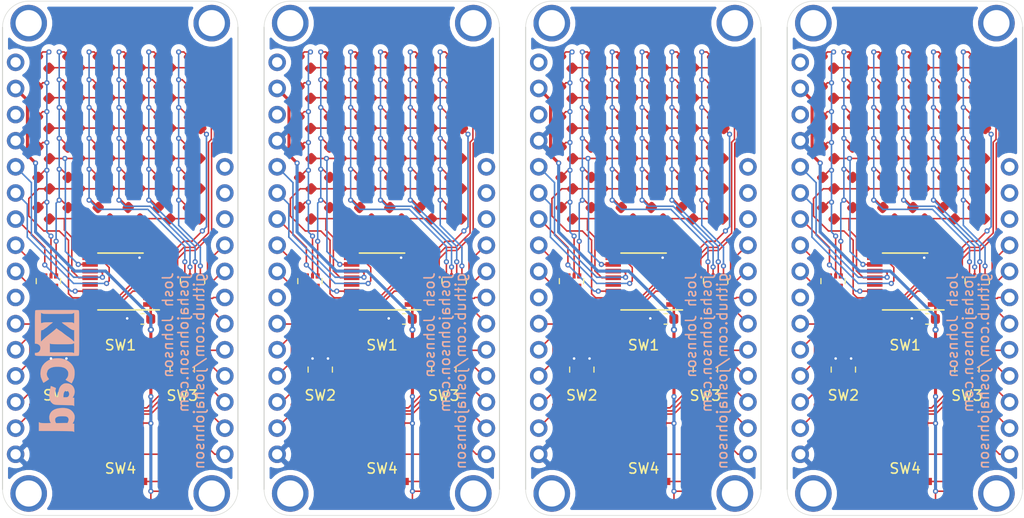
<source format=kicad_pcb>
(kicad_pcb (version 20171130) (host pcbnew "(5.1.2)-1")
  (title_block (rev 0) (company "Josh Johnson"))
  (layers (0 F.Cu signal) (31 B.Cu signal) (34 B.Paste user) (35 F.Paste user) (36 B.SilkS user) (37 F.SilkS user) (38 B.Mask user) (39 F.Mask user) (44 Edge.Cuts user))
  (net 0 "")
  (net 1 GND)
  (net 2 +3V3)
  (net 3 "Net-(D1-Pad2)")
  (net 4 "Net-(D1-Pad3)")
  (net 5 "Net-(D1-Pad1)")
  (net 6 /BT1)
  (net 7 /BT2)
  (net 8 /BT3)
  (net 9 /BT4)
  (net 10 /COL_5)
  (net 11 /COL_6)
  (net 12 /nLED_R)
  (net 13 /nLED_B)
  (net 14 /nLED_G)
  (net 15 /COL_1)
  (net 16 /COL_3)
  (net 17 /COL_2)
  (net 18 /COL_4)
  (net 19 /ROW_6)
  (net 20 /ROW_5)
  (net 21 /ROW_4)
  (net 22 /ROW_3)
  (net 23 /ROW_2)
  (net 24 /ROW_1)
  (net 25 /R1)
  (net 26 /R2)
  (net 27 /R3)
  (net 28 /R4)
  (net 29 /R5)
  (net 30 /R6)
  (net 31 /C1)
  (net 32 /C2)
  (net 33 /C3)
  (net 34 /C4)
  (net 35 /C5)
  (net 36 /C6)
  (module Resistor_SMD:R_Array_Convex_4x0402 (layer F.Cu) (at 194.15 101.075 90)
    (fp_text reference RN4 hide)
    (fp_text value 330R)
    (pad 1 smd rect (at -0.5 -0.75 90) (size 0.5 0.4) (layers F.Cu F.Paste F.Mask) (net 16 /COL_3))
    (pad 3 smd rect (at -0.5 0.25 90) (size 0.5 0.3) (layers F.Cu F.Paste F.Mask) (net 10 /COL_5))
    (pad 2 smd rect (at -0.5 -0.25 90) (size 0.5 0.3) (layers F.Cu F.Paste F.Mask) (net 18 /COL_4))
    (pad 4 smd rect (at -0.5 0.75 90) (size 0.5 0.4) (layers F.Cu F.Paste F.Mask) (net 11 /COL_6))
    (pad 7 smd rect (at 0.5 -0.25 90) (size 0.5 0.3) (layers F.Cu F.Paste F.Mask) (net 34 /C4))
    (pad 8 smd rect (at 0.5 -0.75 90) (size 0.5 0.4) (layers F.Cu F.Paste F.Mask) (net 33 /C3))
    (pad 6 smd rect (at 0.5 0.25 90) (size 0.5 0.3) (layers F.Cu F.Paste F.Mask) (net 35 /C5))
    (pad 5 smd rect (at 0.5 0.75 90) (size 0.5 0.4) (layers F.Cu F.Paste F.Mask) (net 36 /C6))
  )
  (module Resistor_SMD:R_Array_Convex_4x0402 (layer F.Cu) (at 168.75 101.075 90)
    (fp_text reference RN4 hide)
    (fp_text value 330R)
    (pad 1 smd rect (at -0.5 -0.75 90) (size 0.5 0.4) (layers F.Cu F.Paste F.Mask) (net 16 /COL_3))
    (pad 3 smd rect (at -0.5 0.25 90) (size 0.5 0.3) (layers F.Cu F.Paste F.Mask) (net 10 /COL_5))
    (pad 2 smd rect (at -0.5 -0.25 90) (size 0.5 0.3) (layers F.Cu F.Paste F.Mask) (net 18 /COL_4))
    (pad 4 smd rect (at -0.5 0.75 90) (size 0.5 0.4) (layers F.Cu F.Paste F.Mask) (net 11 /COL_6))
    (pad 7 smd rect (at 0.5 -0.25 90) (size 0.5 0.3) (layers F.Cu F.Paste F.Mask) (net 34 /C4))
    (pad 8 smd rect (at 0.5 -0.75 90) (size 0.5 0.4) (layers F.Cu F.Paste F.Mask) (net 33 /C3))
    (pad 6 smd rect (at 0.5 0.25 90) (size 0.5 0.3) (layers F.Cu F.Paste F.Mask) (net 35 /C5))
    (pad 5 smd rect (at 0.5 0.75 90) (size 0.5 0.4) (layers F.Cu F.Paste F.Mask) (net 36 /C6))
  )
  (module Resistor_SMD:R_Array_Convex_4x0402 (layer F.Cu) (at 143.35 101.075 90)
    (fp_text reference RN4 hide)
    (fp_text value 330R)
    (pad 1 smd rect (at -0.5 -0.75 90) (size 0.5 0.4) (layers F.Cu F.Paste F.Mask) (net 16 /COL_3))
    (pad 3 smd rect (at -0.5 0.25 90) (size 0.5 0.3) (layers F.Cu F.Paste F.Mask) (net 10 /COL_5))
    (pad 2 smd rect (at -0.5 -0.25 90) (size 0.5 0.3) (layers F.Cu F.Paste F.Mask) (net 18 /COL_4))
    (pad 4 smd rect (at -0.5 0.75 90) (size 0.5 0.4) (layers F.Cu F.Paste F.Mask) (net 11 /COL_6))
    (pad 7 smd rect (at 0.5 -0.25 90) (size 0.5 0.3) (layers F.Cu F.Paste F.Mask) (net 34 /C4))
    (pad 8 smd rect (at 0.5 -0.75 90) (size 0.5 0.4) (layers F.Cu F.Paste F.Mask) (net 33 /C3))
    (pad 6 smd rect (at 0.5 0.25 90) (size 0.5 0.3) (layers F.Cu F.Paste F.Mask) (net 35 /C5))
    (pad 5 smd rect (at 0.5 0.75 90) (size 0.5 0.4) (layers F.Cu F.Paste F.Mask) (net 36 /C6))
  )
  (module Resistor_SMD:R_Array_Convex_4x0402 (layer F.Cu) (at 180.15 101.075 90)
    (fp_text reference RN2 hide)
    (fp_text value 330R)
    (pad 1 smd rect (at -0.5 -0.75 90) (size 0.5 0.4) (layers F.Cu F.Paste F.Mask))
    (pad 3 smd rect (at -0.5 0.25 90) (size 0.5 0.3) (layers F.Cu F.Paste F.Mask) (net 15 /COL_1))
    (pad 2 smd rect (at -0.5 -0.25 90) (size 0.5 0.3) (layers F.Cu F.Paste F.Mask))
    (pad 4 smd rect (at -0.5 0.75 90) (size 0.5 0.4) (layers F.Cu F.Paste F.Mask) (net 17 /COL_2))
    (pad 7 smd rect (at 0.5 -0.25 90) (size 0.5 0.3) (layers F.Cu F.Paste F.Mask))
    (pad 8 smd rect (at 0.5 -0.75 90) (size 0.5 0.4) (layers F.Cu F.Paste F.Mask))
    (pad 6 smd rect (at 0.5 0.25 90) (size 0.5 0.3) (layers F.Cu F.Paste F.Mask) (net 31 /C1))
    (pad 5 smd rect (at 0.5 0.75 90) (size 0.5 0.4) (layers F.Cu F.Paste F.Mask) (net 32 /C2))
  )
  (module Resistor_SMD:R_Array_Convex_4x0402 (layer F.Cu) (at 154.75 101.075 90)
    (fp_text reference RN2 hide)
    (fp_text value 330R)
    (pad 1 smd rect (at -0.5 -0.75 90) (size 0.5 0.4) (layers F.Cu F.Paste F.Mask))
    (pad 3 smd rect (at -0.5 0.25 90) (size 0.5 0.3) (layers F.Cu F.Paste F.Mask) (net 15 /COL_1))
    (pad 2 smd rect (at -0.5 -0.25 90) (size 0.5 0.3) (layers F.Cu F.Paste F.Mask))
    (pad 4 smd rect (at -0.5 0.75 90) (size 0.5 0.4) (layers F.Cu F.Paste F.Mask) (net 17 /COL_2))
    (pad 7 smd rect (at 0.5 -0.25 90) (size 0.5 0.3) (layers F.Cu F.Paste F.Mask))
    (pad 8 smd rect (at 0.5 -0.75 90) (size 0.5 0.4) (layers F.Cu F.Paste F.Mask))
    (pad 6 smd rect (at 0.5 0.25 90) (size 0.5 0.3) (layers F.Cu F.Paste F.Mask) (net 31 /C1))
    (pad 5 smd rect (at 0.5 0.75 90) (size 0.5 0.4) (layers F.Cu F.Paste F.Mask) (net 32 /C2))
  )
  (module Resistor_SMD:R_Array_Convex_4x0402 (layer F.Cu) (at 129.35 101.075 90)
    (fp_text reference RN2 hide)
    (fp_text value 330R)
    (pad 1 smd rect (at -0.5 -0.75 90) (size 0.5 0.4) (layers F.Cu F.Paste F.Mask))
    (pad 3 smd rect (at -0.5 0.25 90) (size 0.5 0.3) (layers F.Cu F.Paste F.Mask) (net 15 /COL_1))
    (pad 2 smd rect (at -0.5 -0.25 90) (size 0.5 0.3) (layers F.Cu F.Paste F.Mask))
    (pad 4 smd rect (at -0.5 0.75 90) (size 0.5 0.4) (layers F.Cu F.Paste F.Mask) (net 17 /COL_2))
    (pad 7 smd rect (at 0.5 -0.25 90) (size 0.5 0.3) (layers F.Cu F.Paste F.Mask))
    (pad 8 smd rect (at 0.5 -0.75 90) (size 0.5 0.4) (layers F.Cu F.Paste F.Mask))
    (pad 6 smd rect (at 0.5 0.25 90) (size 0.5 0.3) (layers F.Cu F.Paste F.Mask) (net 31 /C1))
    (pad 5 smd rect (at 0.5 0.75 90) (size 0.5 0.4) (layers F.Cu F.Paste F.Mask) (net 32 /C2))
  )
  (module Resistor_SMD:R_Array_Convex_4x0402 (layer F.Cu) (at 193.15 109.675 270)
    (fp_text reference RN3 hide)
    (fp_text value 330R)
    (pad 1 smd rect (at -0.5 -0.75 270) (size 0.5 0.4) (layers F.Cu F.Paste F.Mask))
    (pad 3 smd rect (at -0.5 0.25 270) (size 0.5 0.3) (layers F.Cu F.Paste F.Mask) (net 14 /nLED_G))
    (pad 2 smd rect (at -0.5 -0.25 270) (size 0.5 0.3) (layers F.Cu F.Paste F.Mask) (net 13 /nLED_B))
    (pad 4 smd rect (at -0.5 0.75 270) (size 0.5 0.4) (layers F.Cu F.Paste F.Mask) (net 12 /nLED_R))
    (pad 7 smd rect (at 0.5 -0.25 270) (size 0.5 0.3) (layers F.Cu F.Paste F.Mask) (net 4 "Net-(D1-Pad3)"))
    (pad 8 smd rect (at 0.5 -0.75 270) (size 0.5 0.4) (layers F.Cu F.Paste F.Mask))
    (pad 6 smd rect (at 0.5 0.25 270) (size 0.5 0.3) (layers F.Cu F.Paste F.Mask) (net 3 "Net-(D1-Pad2)"))
    (pad 5 smd rect (at 0.5 0.75 270) (size 0.5 0.4) (layers F.Cu F.Paste F.Mask) (net 5 "Net-(D1-Pad1)"))
  )
  (module Resistor_SMD:R_Array_Convex_4x0402 (layer F.Cu) (at 167.75 109.675 270)
    (fp_text reference RN3 hide)
    (fp_text value 330R)
    (pad 1 smd rect (at -0.5 -0.75 270) (size 0.5 0.4) (layers F.Cu F.Paste F.Mask))
    (pad 3 smd rect (at -0.5 0.25 270) (size 0.5 0.3) (layers F.Cu F.Paste F.Mask) (net 14 /nLED_G))
    (pad 2 smd rect (at -0.5 -0.25 270) (size 0.5 0.3) (layers F.Cu F.Paste F.Mask) (net 13 /nLED_B))
    (pad 4 smd rect (at -0.5 0.75 270) (size 0.5 0.4) (layers F.Cu F.Paste F.Mask) (net 12 /nLED_R))
    (pad 7 smd rect (at 0.5 -0.25 270) (size 0.5 0.3) (layers F.Cu F.Paste F.Mask) (net 4 "Net-(D1-Pad3)"))
    (pad 8 smd rect (at 0.5 -0.75 270) (size 0.5 0.4) (layers F.Cu F.Paste F.Mask))
    (pad 6 smd rect (at 0.5 0.25 270) (size 0.5 0.3) (layers F.Cu F.Paste F.Mask) (net 3 "Net-(D1-Pad2)"))
    (pad 5 smd rect (at 0.5 0.75 270) (size 0.5 0.4) (layers F.Cu F.Paste F.Mask) (net 5 "Net-(D1-Pad1)"))
  )
  (module Resistor_SMD:R_Array_Convex_4x0402 (layer F.Cu) (at 142.35 109.675 270)
    (fp_text reference RN3 hide)
    (fp_text value 330R)
    (pad 1 smd rect (at -0.5 -0.75 270) (size 0.5 0.4) (layers F.Cu F.Paste F.Mask))
    (pad 3 smd rect (at -0.5 0.25 270) (size 0.5 0.3) (layers F.Cu F.Paste F.Mask) (net 14 /nLED_G))
    (pad 2 smd rect (at -0.5 -0.25 270) (size 0.5 0.3) (layers F.Cu F.Paste F.Mask) (net 13 /nLED_B))
    (pad 4 smd rect (at -0.5 0.75 270) (size 0.5 0.4) (layers F.Cu F.Paste F.Mask) (net 12 /nLED_R))
    (pad 7 smd rect (at 0.5 -0.25 270) (size 0.5 0.3) (layers F.Cu F.Paste F.Mask) (net 4 "Net-(D1-Pad3)"))
    (pad 8 smd rect (at 0.5 -0.75 270) (size 0.5 0.4) (layers F.Cu F.Paste F.Mask))
    (pad 6 smd rect (at 0.5 0.25 270) (size 0.5 0.3) (layers F.Cu F.Paste F.Mask) (net 3 "Net-(D1-Pad2)"))
    (pad 5 smd rect (at 0.5 0.75 270) (size 0.5 0.4) (layers F.Cu F.Paste F.Mask) (net 5 "Net-(D1-Pad1)"))
  )
  (module josh-led:LED_0603_1608Metric_45_noSilk (layer F.Cu) (at 194.3 88.615 315)
    (fp_text reference D5 hide)
    (fp_text value LED)
    (pad 1 smd roundrect (at -0.7875 0 315) (size 0.875 0.95) (layers F.Cu F.Paste F.Mask) (net 36 /C6))
    (pad 2 smd roundrect (at 0.7875 0 315) (size 0.875 0.95) (layers F.Cu F.Paste F.Mask) (net 28 /R4))
  )
  (module josh-led:LED_0603_1608Metric_45_noSilk (layer F.Cu) (at 168.9 88.615 315)
    (fp_text reference D5 hide)
    (fp_text value LED)
    (pad 1 smd roundrect (at -0.7875 0 315) (size 0.875 0.95) (layers F.Cu F.Paste F.Mask) (net 36 /C6))
    (pad 2 smd roundrect (at 0.7875 0 315) (size 0.875 0.95) (layers F.Cu F.Paste F.Mask) (net 28 /R4))
  )
  (module josh-led:LED_0603_1608Metric_45_noSilk (layer F.Cu) (at 143.5 88.615 315)
    (fp_text reference D5 hide)
    (fp_text value LED)
    (pad 1 smd roundrect (at -0.7875 0 315) (size 0.875 0.95) (layers F.Cu F.Paste F.Mask) (net 36 /C6))
    (pad 2 smd roundrect (at 0.7875 0 315) (size 0.875 0.95) (layers F.Cu F.Paste F.Mask) (net 28 /R4))
  )
  (module Capacitor_SMD:C_0603_1608Metric (layer F.Cu) (at 189.3 104.75 180)
    (fp_text reference C1 hide)
    (fp_text value 100n)
    (pad 1 smd roundrect (at -0.7875 0 180) (size 0.875 0.95) (layers F.Cu F.Paste F.Mask) (net 2 +3V3))
    (pad 2 smd roundrect (at 0.7875 0 180) (size 0.875 0.95) (layers F.Cu F.Paste F.Mask) (net 1 GND))
  )
  (module Capacitor_SMD:C_0603_1608Metric (layer F.Cu) (at 163.9 104.75 180)
    (fp_text reference C1 hide)
    (fp_text value 100n)
    (pad 1 smd roundrect (at -0.7875 0 180) (size 0.875 0.95) (layers F.Cu F.Paste F.Mask) (net 2 +3V3))
    (pad 2 smd roundrect (at 0.7875 0 180) (size 0.875 0.95) (layers F.Cu F.Paste F.Mask) (net 1 GND))
  )
  (module Capacitor_SMD:C_0603_1608Metric (layer F.Cu) (at 138.5 104.75 180)
    (fp_text reference C1 hide)
    (fp_text value 100n)
    (pad 1 smd roundrect (at -0.7875 0 180) (size 0.875 0.95) (layers F.Cu F.Paste F.Mask) (net 2 +3V3))
    (pad 2 smd roundrect (at 0.7875 0 180) (size 0.875 0.95) (layers F.Cu F.Paste F.Mask) (net 1 GND))
  )
  (module Package_SO:TSSOP-16_4.4x5mm_P0.65mm (layer F.Cu) (at 187.15 101.075 180)
    (fp_text reference U1 hide)
    (fp_text value CD74HC4050)
    (pad 1 smd rect (at -2.95 -2.275 180) (size 1.5 0.45) (layers F.Cu F.Paste F.Mask) (net 2 +3V3))
    (pad 2 smd rect (at -2.95 -1.625 180) (size 1.5 0.45) (layers F.Cu F.Paste F.Mask) (net 25 /R1))
    (pad 3 smd rect (at -2.95 -0.975 180) (size 1.5 0.45) (layers F.Cu F.Paste F.Mask) (net 24 /ROW_1))
    (pad 4 smd rect (at -2.95 -0.325 180) (size 1.5 0.45) (layers F.Cu F.Paste F.Mask) (net 26 /R2))
    (pad 5 smd rect (at -2.95 0.325 180) (size 1.5 0.45) (layers F.Cu F.Paste F.Mask) (net 23 /ROW_2))
    (pad 6 smd rect (at -2.95 0.975 180) (size 1.5 0.45) (layers F.Cu F.Paste F.Mask) (net 27 /R3))
    (pad 7 smd rect (at -2.95 1.625 180) (size 1.5 0.45) (layers F.Cu F.Paste F.Mask) (net 22 /ROW_3))
    (pad 8 smd rect (at -2.95 2.275 180) (size 1.5 0.45) (layers F.Cu F.Paste F.Mask) (net 1 GND))
    (pad 9 smd rect (at 2.95 2.275 180) (size 1.5 0.45) (layers F.Cu F.Paste F.Mask) (net 21 /ROW_4))
    (pad 10 smd rect (at 2.95 1.625 180) (size 1.5 0.45) (layers F.Cu F.Paste F.Mask) (net 28 /R4))
    (pad 11 smd rect (at 2.95 0.975 180) (size 1.5 0.45) (layers F.Cu F.Paste F.Mask) (net 19 /ROW_6))
    (pad 12 smd rect (at 2.95 0.325 180) (size 1.5 0.45) (layers F.Cu F.Paste F.Mask) (net 30 /R6))
    (pad 13 smd rect (at 2.95 -0.325 180) (size 1.5 0.45) (layers F.Cu F.Paste F.Mask))
    (pad 14 smd rect (at 2.95 -0.975 180) (size 1.5 0.45) (layers F.Cu F.Paste F.Mask) (net 20 /ROW_5))
    (pad 15 smd rect (at 2.95 -1.625 180) (size 1.5 0.45) (layers F.Cu F.Paste F.Mask) (net 29 /R5))
    (pad 16 smd rect (at 2.95 -2.275 180) (size 1.5 0.45) (layers F.Cu F.Paste F.Mask))
  )
  (module Package_SO:TSSOP-16_4.4x5mm_P0.65mm (layer F.Cu) (at 161.75 101.075 180)
    (fp_text reference U1 hide)
    (fp_text value CD74HC4050)
    (pad 1 smd rect (at -2.95 -2.275 180) (size 1.5 0.45) (layers F.Cu F.Paste F.Mask) (net 2 +3V3))
    (pad 2 smd rect (at -2.95 -1.625 180) (size 1.5 0.45) (layers F.Cu F.Paste F.Mask) (net 25 /R1))
    (pad 3 smd rect (at -2.95 -0.975 180) (size 1.5 0.45) (layers F.Cu F.Paste F.Mask) (net 24 /ROW_1))
    (pad 4 smd rect (at -2.95 -0.325 180) (size 1.5 0.45) (layers F.Cu F.Paste F.Mask) (net 26 /R2))
    (pad 5 smd rect (at -2.95 0.325 180) (size 1.5 0.45) (layers F.Cu F.Paste F.Mask) (net 23 /ROW_2))
    (pad 6 smd rect (at -2.95 0.975 180) (size 1.5 0.45) (layers F.Cu F.Paste F.Mask) (net 27 /R3))
    (pad 7 smd rect (at -2.95 1.625 180) (size 1.5 0.45) (layers F.Cu F.Paste F.Mask) (net 22 /ROW_3))
    (pad 8 smd rect (at -2.95 2.275 180) (size 1.5 0.45) (layers F.Cu F.Paste F.Mask) (net 1 GND))
    (pad 9 smd rect (at 2.95 2.275 180) (size 1.5 0.45) (layers F.Cu F.Paste F.Mask) (net 21 /ROW_4))
    (pad 10 smd rect (at 2.95 1.625 180) (size 1.5 0.45) (layers F.Cu F.Paste F.Mask) (net 28 /R4))
    (pad 11 smd rect (at 2.95 0.975 180) (size 1.5 0.45) (layers F.Cu F.Paste F.Mask) (net 19 /ROW_6))
    (pad 12 smd rect (at 2.95 0.325 180) (size 1.5 0.45) (layers F.Cu F.Paste F.Mask) (net 30 /R6))
    (pad 13 smd rect (at 2.95 -0.325 180) (size 1.5 0.45) (layers F.Cu F.Paste F.Mask))
    (pad 14 smd rect (at 2.95 -0.975 180) (size 1.5 0.45) (layers F.Cu F.Paste F.Mask) (net 20 /ROW_5))
    (pad 15 smd rect (at 2.95 -1.625 180) (size 1.5 0.45) (layers F.Cu F.Paste F.Mask) (net 29 /R5))
    (pad 16 smd rect (at 2.95 -2.275 180) (size 1.5 0.45) (layers F.Cu F.Paste F.Mask))
  )
  (module Package_SO:TSSOP-16_4.4x5mm_P0.65mm (layer F.Cu) (at 136.35 101.075 180)
    (fp_text reference U1 hide)
    (fp_text value CD74HC4050)
    (pad 1 smd rect (at -2.95 -2.275 180) (size 1.5 0.45) (layers F.Cu F.Paste F.Mask) (net 2 +3V3))
    (pad 2 smd rect (at -2.95 -1.625 180) (size 1.5 0.45) (layers F.Cu F.Paste F.Mask) (net 25 /R1))
    (pad 3 smd rect (at -2.95 -0.975 180) (size 1.5 0.45) (layers F.Cu F.Paste F.Mask) (net 24 /ROW_1))
    (pad 4 smd rect (at -2.95 -0.325 180) (size 1.5 0.45) (layers F.Cu F.Paste F.Mask) (net 26 /R2))
    (pad 5 smd rect (at -2.95 0.325 180) (size 1.5 0.45) (layers F.Cu F.Paste F.Mask) (net 23 /ROW_2))
    (pad 6 smd rect (at -2.95 0.975 180) (size 1.5 0.45) (layers F.Cu F.Paste F.Mask) (net 27 /R3))
    (pad 7 smd rect (at -2.95 1.625 180) (size 1.5 0.45) (layers F.Cu F.Paste F.Mask) (net 22 /ROW_3))
    (pad 8 smd rect (at -2.95 2.275 180) (size 1.5 0.45) (layers F.Cu F.Paste F.Mask) (net 1 GND))
    (pad 9 smd rect (at 2.95 2.275 180) (size 1.5 0.45) (layers F.Cu F.Paste F.Mask) (net 21 /ROW_4))
    (pad 10 smd rect (at 2.95 1.625 180) (size 1.5 0.45) (layers F.Cu F.Paste F.Mask) (net 28 /R4))
    (pad 11 smd rect (at 2.95 0.975 180) (size 1.5 0.45) (layers F.Cu F.Paste F.Mask) (net 19 /ROW_6))
    (pad 12 smd rect (at 2.95 0.325 180) (size 1.5 0.45) (layers F.Cu F.Paste F.Mask) (net 30 /R6))
    (pad 13 smd rect (at 2.95 -0.325 180) (size 1.5 0.45) (layers F.Cu F.Paste F.Mask))
    (pad 14 smd rect (at 2.95 -0.975 180) (size 1.5 0.45) (layers F.Cu F.Paste F.Mask) (net 20 /ROW_5))
    (pad 15 smd rect (at 2.95 -1.625 180) (size 1.5 0.45) (layers F.Cu F.Paste F.Mask) (net 29 /R5))
    (pad 16 smd rect (at 2.95 -2.275 180) (size 1.5 0.45) (layers F.Cu F.Paste F.Mask))
  )
  (module josh-led:LED_0603_1608Metric_45_noSilk (layer F.Cu) (at 194.4 79.825 315)
    (fp_text reference D2 hide)
    (fp_text value LED)
    (pad 1 smd roundrect (at -0.7875 0 315) (size 0.875 0.95) (layers F.Cu F.Paste F.Mask) (net 36 /C6))
    (pad 2 smd roundrect (at 0.7875 0 315) (size 0.875 0.95) (layers F.Cu F.Paste F.Mask) (net 25 /R1))
  )
  (module josh-led:LED_0603_1608Metric_45_noSilk (layer F.Cu) (at 169 79.825 315)
    (fp_text reference D2 hide)
    (fp_text value LED)
    (pad 1 smd roundrect (at -0.7875 0 315) (size 0.875 0.95) (layers F.Cu F.Paste F.Mask) (net 36 /C6))
    (pad 2 smd roundrect (at 0.7875 0 315) (size 0.875 0.95) (layers F.Cu F.Paste F.Mask) (net 25 /R1))
  )
  (module josh-led:LED_0603_1608Metric_45_noSilk (layer F.Cu) (at 143.6 79.825 315)
    (fp_text reference D2 hide)
    (fp_text value LED)
    (pad 1 smd roundrect (at -0.7875 0 315) (size 0.875 0.95) (layers F.Cu F.Paste F.Mask) (net 36 /C6))
    (pad 2 smd roundrect (at 0.7875 0 315) (size 0.875 0.95) (layers F.Cu F.Paste F.Mask) (net 25 /R1))
  )
  (module Resistor_SMD:R_Array_Convex_4x0402 (layer F.Cu) (at 181.15 109.675 270)
    (fp_text reference RN1 hide)
    (fp_text value 10K)
    (pad 1 smd rect (at -0.5 -0.75 270) (size 0.5 0.4) (layers F.Cu F.Paste F.Mask) (net 1 GND))
    (pad 3 smd rect (at -0.5 0.25 270) (size 0.5 0.3) (layers F.Cu F.Paste F.Mask) (net 1 GND))
    (pad 2 smd rect (at -0.5 -0.25 270) (size 0.5 0.3) (layers F.Cu F.Paste F.Mask) (net 1 GND))
    (pad 4 smd rect (at -0.5 0.75 270) (size 0.5 0.4) (layers F.Cu F.Paste F.Mask) (net 1 GND))
    (pad 7 smd rect (at 0.5 -0.25 270) (size 0.5 0.3) (layers F.Cu F.Paste F.Mask) (net 8 /BT3))
    (pad 8 smd rect (at 0.5 -0.75 270) (size 0.5 0.4) (layers F.Cu F.Paste F.Mask) (net 6 /BT1))
    (pad 6 smd rect (at 0.5 0.25 270) (size 0.5 0.3) (layers F.Cu F.Paste F.Mask) (net 9 /BT4))
    (pad 5 smd rect (at 0.5 0.75 270) (size 0.5 0.4) (layers F.Cu F.Paste F.Mask) (net 7 /BT2))
  )
  (module Resistor_SMD:R_Array_Convex_4x0402 (layer F.Cu) (at 155.75 109.675 270)
    (fp_text reference RN1 hide)
    (fp_text value 10K)
    (pad 1 smd rect (at -0.5 -0.75 270) (size 0.5 0.4) (layers F.Cu F.Paste F.Mask) (net 1 GND))
    (pad 3 smd rect (at -0.5 0.25 270) (size 0.5 0.3) (layers F.Cu F.Paste F.Mask) (net 1 GND))
    (pad 2 smd rect (at -0.5 -0.25 270) (size 0.5 0.3) (layers F.Cu F.Paste F.Mask) (net 1 GND))
    (pad 4 smd rect (at -0.5 0.75 270) (size 0.5 0.4) (layers F.Cu F.Paste F.Mask) (net 1 GND))
    (pad 7 smd rect (at 0.5 -0.25 270) (size 0.5 0.3) (layers F.Cu F.Paste F.Mask) (net 8 /BT3))
    (pad 8 smd rect (at 0.5 -0.75 270) (size 0.5 0.4) (layers F.Cu F.Paste F.Mask) (net 6 /BT1))
    (pad 6 smd rect (at 0.5 0.25 270) (size 0.5 0.3) (layers F.Cu F.Paste F.Mask) (net 9 /BT4))
    (pad 5 smd rect (at 0.5 0.75 270) (size 0.5 0.4) (layers F.Cu F.Paste F.Mask) (net 7 /BT2))
  )
  (module Resistor_SMD:R_Array_Convex_4x0402 (layer F.Cu) (at 130.35 109.675 270)
    (fp_text reference RN1 hide)
    (fp_text value 10K)
    (pad 1 smd rect (at -0.5 -0.75 270) (size 0.5 0.4) (layers F.Cu F.Paste F.Mask) (net 1 GND))
    (pad 3 smd rect (at -0.5 0.25 270) (size 0.5 0.3) (layers F.Cu F.Paste F.Mask) (net 1 GND))
    (pad 2 smd rect (at -0.5 -0.25 270) (size 0.5 0.3) (layers F.Cu F.Paste F.Mask) (net 1 GND))
    (pad 4 smd rect (at -0.5 0.75 270) (size 0.5 0.4) (layers F.Cu F.Paste F.Mask) (net 1 GND))
    (pad 7 smd rect (at 0.5 -0.25 270) (size 0.5 0.3) (layers F.Cu F.Paste F.Mask) (net 8 /BT3))
    (pad 8 smd rect (at 0.5 -0.75 270) (size 0.5 0.4) (layers F.Cu F.Paste F.Mask) (net 6 /BT1))
    (pad 6 smd rect (at 0.5 0.25 270) (size 0.5 0.3) (layers F.Cu F.Paste F.Mask) (net 9 /BT4))
    (pad 5 smd rect (at 0.5 0.75 270) (size 0.5 0.4) (layers F.Cu F.Paste F.Mask) (net 7 /BT2))
  )
  (module josh-led:LED_0603_1608Metric_45_noSilk (layer F.Cu) (at 194.4 82.755 315)
    (fp_text reference D3 hide)
    (fp_text value LED)
    (pad 1 smd roundrect (at -0.7875 0 315) (size 0.875 0.95) (layers F.Cu F.Paste F.Mask) (net 36 /C6))
    (pad 2 smd roundrect (at 0.7875 0 315) (size 0.875 0.95) (layers F.Cu F.Paste F.Mask) (net 26 /R2))
  )
  (module josh-led:LED_0603_1608Metric_45_noSilk (layer F.Cu) (at 169 82.755 315)
    (fp_text reference D3 hide)
    (fp_text value LED)
    (pad 1 smd roundrect (at -0.7875 0 315) (size 0.875 0.95) (layers F.Cu F.Paste F.Mask) (net 36 /C6))
    (pad 2 smd roundrect (at 0.7875 0 315) (size 0.875 0.95) (layers F.Cu F.Paste F.Mask) (net 26 /R2))
  )
  (module josh-led:LED_0603_1608Metric_45_noSilk (layer F.Cu) (at 143.6 82.755 315)
    (fp_text reference D3 hide)
    (fp_text value LED)
    (pad 1 smd roundrect (at -0.7875 0 315) (size 0.875 0.95) (layers F.Cu F.Paste F.Mask) (net 36 /C6))
    (pad 2 smd roundrect (at 0.7875 0 315) (size 0.875 0.95) (layers F.Cu F.Paste F.Mask) (net 26 /R2))
  )
  (module josh-led:LED_0603_1608Metric_45_noSilk (layer F.Cu) (at 194.4 85.685 315)
    (fp_text reference D4 hide)
    (fp_text value LED)
    (pad 1 smd roundrect (at -0.7875 0 315) (size 0.875 0.95) (layers F.Cu F.Paste F.Mask) (net 36 /C6))
    (pad 2 smd roundrect (at 0.7875 0 315) (size 0.875 0.95) (layers F.Cu F.Paste F.Mask) (net 27 /R3))
  )
  (module josh-led:LED_0603_1608Metric_45_noSilk (layer F.Cu) (at 169 85.685 315)
    (fp_text reference D4 hide)
    (fp_text value LED)
    (pad 1 smd roundrect (at -0.7875 0 315) (size 0.875 0.95) (layers F.Cu F.Paste F.Mask) (net 36 /C6))
    (pad 2 smd roundrect (at 0.7875 0 315) (size 0.875 0.95) (layers F.Cu F.Paste F.Mask) (net 27 /R3))
  )
  (module josh-led:LED_0603_1608Metric_45_noSilk (layer F.Cu) (at 143.6 85.685 315)
    (fp_text reference D4 hide)
    (fp_text value LED)
    (pad 1 smd roundrect (at -0.7875 0 315) (size 0.875 0.95) (layers F.Cu F.Paste F.Mask) (net 36 /C6))
    (pad 2 smd roundrect (at 0.7875 0 315) (size 0.875 0.95) (layers F.Cu F.Paste F.Mask) (net 27 /R3))
  )
  (module josh-led:LED_0603_1608Metric_45_noSilk (layer F.Cu) (at 194.3 91.545 315)
    (fp_text reference D6 hide)
    (fp_text value LED)
    (pad 1 smd roundrect (at -0.7875 0 315) (size 0.875 0.95) (layers F.Cu F.Paste F.Mask) (net 36 /C6))
    (pad 2 smd roundrect (at 0.7875 0 315) (size 0.875 0.95) (layers F.Cu F.Paste F.Mask) (net 29 /R5))
  )
  (module josh-led:LED_0603_1608Metric_45_noSilk (layer F.Cu) (at 168.9 91.545 315)
    (fp_text reference D6 hide)
    (fp_text value LED)
    (pad 1 smd roundrect (at -0.7875 0 315) (size 0.875 0.95) (layers F.Cu F.Paste F.Mask) (net 36 /C6))
    (pad 2 smd roundrect (at 0.7875 0 315) (size 0.875 0.95) (layers F.Cu F.Paste F.Mask) (net 29 /R5))
  )
  (module josh-led:LED_0603_1608Metric_45_noSilk (layer F.Cu) (at 143.5 91.545 315)
    (fp_text reference D6 hide)
    (fp_text value LED)
    (pad 1 smd roundrect (at -0.7875 0 315) (size 0.875 0.95) (layers F.Cu F.Paste F.Mask) (net 36 /C6))
    (pad 2 smd roundrect (at 0.7875 0 315) (size 0.875 0.95) (layers F.Cu F.Paste F.Mask) (net 29 /R5))
  )
  (module josh-led:LED_0603_1608Metric_45_noSilk (layer F.Cu) (at 194.3 94.475 315)
    (fp_text reference D7 hide)
    (fp_text value LED)
    (pad 1 smd roundrect (at -0.7875 0 315) (size 0.875 0.95) (layers F.Cu F.Paste F.Mask) (net 36 /C6))
    (pad 2 smd roundrect (at 0.7875 0 315) (size 0.875 0.95) (layers F.Cu F.Paste F.Mask) (net 30 /R6))
  )
  (module josh-led:LED_0603_1608Metric_45_noSilk (layer F.Cu) (at 168.9 94.475 315)
    (fp_text reference D7 hide)
    (fp_text value LED)
    (pad 1 smd roundrect (at -0.7875 0 315) (size 0.875 0.95) (layers F.Cu F.Paste F.Mask) (net 36 /C6))
    (pad 2 smd roundrect (at 0.7875 0 315) (size 0.875 0.95) (layers F.Cu F.Paste F.Mask) (net 30 /R6))
  )
  (module josh-led:LED_0603_1608Metric_45_noSilk (layer F.Cu) (at 143.5 94.475 315)
    (fp_text reference D7 hide)
    (fp_text value LED)
    (pad 1 smd roundrect (at -0.7875 0 315) (size 0.875 0.95) (layers F.Cu F.Paste F.Mask) (net 36 /C6))
    (pad 2 smd roundrect (at 0.7875 0 315) (size 0.875 0.95) (layers F.Cu F.Paste F.Mask) (net 30 /R6))
  )
  (module josh-led:LED_0603_1608Metric_45_noSilk (layer F.Cu) (at 191.45 82.725 315)
    (fp_text reference D9 hide)
    (fp_text value LED)
    (pad 1 smd roundrect (at -0.7875 0 315) (size 0.875 0.95) (layers F.Cu F.Paste F.Mask) (net 35 /C5))
    (pad 2 smd roundrect (at 0.7875 0 315) (size 0.875 0.95) (layers F.Cu F.Paste F.Mask) (net 26 /R2))
  )
  (module josh-led:LED_0603_1608Metric_45_noSilk (layer F.Cu) (at 166.05 82.725 315)
    (fp_text reference D9 hide)
    (fp_text value LED)
    (pad 1 smd roundrect (at -0.7875 0 315) (size 0.875 0.95) (layers F.Cu F.Paste F.Mask) (net 35 /C5))
    (pad 2 smd roundrect (at 0.7875 0 315) (size 0.875 0.95) (layers F.Cu F.Paste F.Mask) (net 26 /R2))
  )
  (module josh-led:LED_0603_1608Metric_45_noSilk (layer F.Cu) (at 140.65 82.725 315)
    (fp_text reference D9 hide)
    (fp_text value LED)
    (pad 1 smd roundrect (at -0.7875 0 315) (size 0.875 0.95) (layers F.Cu F.Paste F.Mask) (net 35 /C5))
    (pad 2 smd roundrect (at 0.7875 0 315) (size 0.875 0.95) (layers F.Cu F.Paste F.Mask) (net 26 /R2))
  )
  (module josh-led:LED_0603_1608Metric_45_noSilk (layer F.Cu) (at 191.45 85.6625 315)
    (fp_text reference D10 hide)
    (fp_text value LED)
    (pad 1 smd roundrect (at -0.7875 0 315) (size 0.875 0.95) (layers F.Cu F.Paste F.Mask) (net 35 /C5))
    (pad 2 smd roundrect (at 0.7875 0 315) (size 0.875 0.95) (layers F.Cu F.Paste F.Mask) (net 27 /R3))
  )
  (module josh-led:LED_0603_1608Metric_45_noSilk (layer F.Cu) (at 166.05 85.6625 315)
    (fp_text reference D10 hide)
    (fp_text value LED)
    (pad 1 smd roundrect (at -0.7875 0 315) (size 0.875 0.95) (layers F.Cu F.Paste F.Mask) (net 35 /C5))
    (pad 2 smd roundrect (at 0.7875 0 315) (size 0.875 0.95) (layers F.Cu F.Paste F.Mask) (net 27 /R3))
  )
  (module josh-led:LED_0603_1608Metric_45_noSilk (layer F.Cu) (at 140.65 85.6625 315)
    (fp_text reference D10 hide)
    (fp_text value LED)
    (pad 1 smd roundrect (at -0.7875 0 315) (size 0.875 0.95) (layers F.Cu F.Paste F.Mask) (net 35 /C5))
    (pad 2 smd roundrect (at 0.7875 0 315) (size 0.875 0.95) (layers F.Cu F.Paste F.Mask) (net 27 /R3))
  )
  (module josh-led:LED_0603_1608Metric_45_noSilk (layer F.Cu) (at 191.38 91.5375 315)
    (fp_text reference D12 hide)
    (fp_text value LED)
    (pad 1 smd roundrect (at -0.7875 0 315) (size 0.875 0.95) (layers F.Cu F.Paste F.Mask) (net 35 /C5))
    (pad 2 smd roundrect (at 0.7875 0 315) (size 0.875 0.95) (layers F.Cu F.Paste F.Mask) (net 29 /R5))
  )
  (module josh-led:LED_0603_1608Metric_45_noSilk (layer F.Cu) (at 165.98 91.5375 315)
    (fp_text reference D12 hide)
    (fp_text value LED)
    (pad 1 smd roundrect (at -0.7875 0 315) (size 0.875 0.95) (layers F.Cu F.Paste F.Mask) (net 35 /C5))
    (pad 2 smd roundrect (at 0.7875 0 315) (size 0.875 0.95) (layers F.Cu F.Paste F.Mask) (net 29 /R5))
  )
  (module josh-led:LED_0603_1608Metric_45_noSilk (layer F.Cu) (at 140.58 91.5375 315)
    (fp_text reference D12 hide)
    (fp_text value LED)
    (pad 1 smd roundrect (at -0.7875 0 315) (size 0.875 0.95) (layers F.Cu F.Paste F.Mask) (net 35 /C5))
    (pad 2 smd roundrect (at 0.7875 0 315) (size 0.875 0.95) (layers F.Cu F.Paste F.Mask) (net 29 /R5))
  )
  (module josh-led:LED_0603_1608Metric_45_noSilk (layer F.Cu) (at 191.38 88.6 315)
    (fp_text reference D11 hide)
    (fp_text value LED)
    (pad 1 smd roundrect (at -0.7875 0 315) (size 0.875 0.95) (layers F.Cu F.Paste F.Mask) (net 35 /C5))
    (pad 2 smd roundrect (at 0.7875 0 315) (size 0.875 0.95) (layers F.Cu F.Paste F.Mask) (net 28 /R4))
  )
  (module josh-led:LED_0603_1608Metric_45_noSilk (layer F.Cu) (at 165.98 88.6 315)
    (fp_text reference D11 hide)
    (fp_text value LED)
    (pad 1 smd roundrect (at -0.7875 0 315) (size 0.875 0.95) (layers F.Cu F.Paste F.Mask) (net 35 /C5))
    (pad 2 smd roundrect (at 0.7875 0 315) (size 0.875 0.95) (layers F.Cu F.Paste F.Mask) (net 28 /R4))
  )
  (module josh-led:LED_0603_1608Metric_45_noSilk (layer F.Cu) (at 140.58 88.6 315)
    (fp_text reference D11 hide)
    (fp_text value LED)
    (pad 1 smd roundrect (at -0.7875 0 315) (size 0.875 0.95) (layers F.Cu F.Paste F.Mask) (net 35 /C5))
    (pad 2 smd roundrect (at 0.7875 0 315) (size 0.875 0.95) (layers F.Cu F.Paste F.Mask) (net 28 /R4))
  )
  (module josh-led:LED_0603_1608Metric_45_noSilk (layer F.Cu) (at 191.38 94.475 315)
    (fp_text reference D13 hide)
    (fp_text value LED)
    (pad 1 smd roundrect (at -0.7875 0 315) (size 0.875 0.95) (layers F.Cu F.Paste F.Mask) (net 35 /C5))
    (pad 2 smd roundrect (at 0.7875 0 315) (size 0.875 0.95) (layers F.Cu F.Paste F.Mask) (net 30 /R6))
  )
  (module josh-led:LED_0603_1608Metric_45_noSilk (layer F.Cu) (at 165.98 94.475 315)
    (fp_text reference D13 hide)
    (fp_text value LED)
    (pad 1 smd roundrect (at -0.7875 0 315) (size 0.875 0.95) (layers F.Cu F.Paste F.Mask) (net 35 /C5))
    (pad 2 smd roundrect (at 0.7875 0 315) (size 0.875 0.95) (layers F.Cu F.Paste F.Mask) (net 30 /R6))
  )
  (module josh-led:LED_0603_1608Metric_45_noSilk (layer F.Cu) (at 140.58 94.475 315)
    (fp_text reference D13 hide)
    (fp_text value LED)
    (pad 1 smd roundrect (at -0.7875 0 315) (size 0.875 0.95) (layers F.Cu F.Paste F.Mask) (net 35 /C5))
    (pad 2 smd roundrect (at 0.7875 0 315) (size 0.875 0.95) (layers F.Cu F.Paste F.Mask) (net 30 /R6))
  )
  (module josh-led:LED_0603_1608Metric_45_noSilk (layer F.Cu) (at 188.5 79.7875 315)
    (fp_text reference D14 hide)
    (fp_text value LED)
    (pad 1 smd roundrect (at -0.7875 0 315) (size 0.875 0.95) (layers F.Cu F.Paste F.Mask) (net 34 /C4))
    (pad 2 smd roundrect (at 0.7875 0 315) (size 0.875 0.95) (layers F.Cu F.Paste F.Mask) (net 25 /R1))
  )
  (module josh-led:LED_0603_1608Metric_45_noSilk (layer F.Cu) (at 163.1 79.7875 315)
    (fp_text reference D14 hide)
    (fp_text value LED)
    (pad 1 smd roundrect (at -0.7875 0 315) (size 0.875 0.95) (layers F.Cu F.Paste F.Mask) (net 34 /C4))
    (pad 2 smd roundrect (at 0.7875 0 315) (size 0.875 0.95) (layers F.Cu F.Paste F.Mask) (net 25 /R1))
  )
  (module josh-led:LED_0603_1608Metric_45_noSilk (layer F.Cu) (at 137.7 79.7875 315)
    (fp_text reference D14 hide)
    (fp_text value LED)
    (pad 1 smd roundrect (at -0.7875 0 315) (size 0.875 0.95) (layers F.Cu F.Paste F.Mask) (net 34 /C4))
    (pad 2 smd roundrect (at 0.7875 0 315) (size 0.875 0.95) (layers F.Cu F.Paste F.Mask) (net 25 /R1))
  )
  (module josh-led:LED_0603_1608Metric_45_noSilk (layer F.Cu) (at 185.55 85.6625 315)
    (fp_text reference D22 hide)
    (fp_text value LED)
    (pad 1 smd roundrect (at -0.7875 0 315) (size 0.875 0.95) (layers F.Cu F.Paste F.Mask) (net 33 /C3))
    (pad 2 smd roundrect (at 0.7875 0 315) (size 0.875 0.95) (layers F.Cu F.Paste F.Mask) (net 27 /R3))
  )
  (module josh-led:LED_0603_1608Metric_45_noSilk (layer F.Cu) (at 160.15 85.6625 315)
    (fp_text reference D22 hide)
    (fp_text value LED)
    (pad 1 smd roundrect (at -0.7875 0 315) (size 0.875 0.95) (layers F.Cu F.Paste F.Mask) (net 33 /C3))
    (pad 2 smd roundrect (at 0.7875 0 315) (size 0.875 0.95) (layers F.Cu F.Paste F.Mask) (net 27 /R3))
  )
  (module josh-led:LED_0603_1608Metric_45_noSilk (layer F.Cu) (at 134.75 85.6625 315)
    (fp_text reference D22 hide)
    (fp_text value LED)
    (pad 1 smd roundrect (at -0.7875 0 315) (size 0.875 0.95) (layers F.Cu F.Paste F.Mask) (net 33 /C3))
    (pad 2 smd roundrect (at 0.7875 0 315) (size 0.875 0.95) (layers F.Cu F.Paste F.Mask) (net 27 /R3))
  )
  (module josh-led:LED_0603_1608Metric_45_noSilk (layer F.Cu) (at 182.6 82.7275 315)
    (fp_text reference D27 hide)
    (fp_text value LED)
    (pad 1 smd roundrect (at -0.7875 0 315) (size 0.875 0.95) (layers F.Cu F.Paste F.Mask) (net 32 /C2))
    (pad 2 smd roundrect (at 0.7875 0 315) (size 0.875 0.95) (layers F.Cu F.Paste F.Mask) (net 26 /R2))
  )
  (module josh-led:LED_0603_1608Metric_45_noSilk (layer F.Cu) (at 157.2 82.7275 315)
    (fp_text reference D27 hide)
    (fp_text value LED)
    (pad 1 smd roundrect (at -0.7875 0 315) (size 0.875 0.95) (layers F.Cu F.Paste F.Mask) (net 32 /C2))
    (pad 2 smd roundrect (at 0.7875 0 315) (size 0.875 0.95) (layers F.Cu F.Paste F.Mask) (net 26 /R2))
  )
  (module josh-led:LED_0603_1608Metric_45_noSilk (layer F.Cu) (at 131.8 82.7275 315)
    (fp_text reference D27 hide)
    (fp_text value LED)
    (pad 1 smd roundrect (at -0.7875 0 315) (size 0.875 0.95) (layers F.Cu F.Paste F.Mask) (net 32 /C2))
    (pad 2 smd roundrect (at 0.7875 0 315) (size 0.875 0.95) (layers F.Cu F.Paste F.Mask) (net 26 /R2))
  )
  (module josh-led:LED_0603_1608Metric_45_noSilk (layer F.Cu) (at 182.62 88.6075 315)
    (fp_text reference D29 hide)
    (fp_text value LED)
    (pad 1 smd roundrect (at -0.7875 0 315) (size 0.875 0.95) (layers F.Cu F.Paste F.Mask) (net 32 /C2))
    (pad 2 smd roundrect (at 0.7875 0 315) (size 0.875 0.95) (layers F.Cu F.Paste F.Mask) (net 28 /R4))
  )
  (module josh-led:LED_0603_1608Metric_45_noSilk (layer F.Cu) (at 157.22 88.6075 315)
    (fp_text reference D29 hide)
    (fp_text value LED)
    (pad 1 smd roundrect (at -0.7875 0 315) (size 0.875 0.95) (layers F.Cu F.Paste F.Mask) (net 32 /C2))
    (pad 2 smd roundrect (at 0.7875 0 315) (size 0.875 0.95) (layers F.Cu F.Paste F.Mask) (net 28 /R4))
  )
  (module josh-led:LED_0603_1608Metric_45_noSilk (layer F.Cu) (at 131.82 88.6075 315)
    (fp_text reference D29 hide)
    (fp_text value LED)
    (pad 1 smd roundrect (at -0.7875 0 315) (size 0.875 0.95) (layers F.Cu F.Paste F.Mask) (net 32 /C2))
    (pad 2 smd roundrect (at 0.7875 0 315) (size 0.875 0.95) (layers F.Cu F.Paste F.Mask) (net 28 /R4))
  )
  (module josh-led:LED_0603_1608Metric_45_noSilk (layer F.Cu) (at 179.7 88.615 315)
    (fp_text reference D35 hide)
    (fp_text value LED)
    (pad 1 smd roundrect (at -0.7875 0 315) (size 0.875 0.95) (layers F.Cu F.Paste F.Mask) (net 31 /C1))
    (pad 2 smd roundrect (at 0.7875 0 315) (size 0.875 0.95) (layers F.Cu F.Paste F.Mask) (net 28 /R4))
  )
  (module josh-led:LED_0603_1608Metric_45_noSilk (layer F.Cu) (at 154.3 88.615 315)
    (fp_text reference D35 hide)
    (fp_text value LED)
    (pad 1 smd roundrect (at -0.7875 0 315) (size 0.875 0.95) (layers F.Cu F.Paste F.Mask) (net 31 /C1))
    (pad 2 smd roundrect (at 0.7875 0 315) (size 0.875 0.95) (layers F.Cu F.Paste F.Mask) (net 28 /R4))
  )
  (module josh-led:LED_0603_1608Metric_45_noSilk (layer F.Cu) (at 128.9 88.615 315)
    (fp_text reference D35 hide)
    (fp_text value LED)
    (pad 1 smd roundrect (at -0.7875 0 315) (size 0.875 0.95) (layers F.Cu F.Paste F.Mask) (net 31 /C1))
    (pad 2 smd roundrect (at 0.7875 0 315) (size 0.875 0.95) (layers F.Cu F.Paste F.Mask) (net 28 /R4))
  )
  (module josh-buttons-switches:BT_PTS815 (layer F.Cu) (at 181.15 115.675 270)
    (fp_text reference SW2 (at -3.5 0 180) (layer F.SilkS))
    (fp_text value SW_Push)
    (pad 2 smd rect (at -2.2 -1.125 270) (size 0.8 0.7) (layers F.Cu F.Paste F.Mask) (net 7 /BT2))
    (pad 1 smd rect (at -2.2 1.125 270) (size 0.8 0.7) (layers F.Cu F.Paste F.Mask) (net 2 +3V3))
    (pad 2 smd rect (at 2.2 -1.125 270) (size 0.8 0.7) (layers F.Cu F.Paste F.Mask) (net 7 /BT2))
    (pad 1 smd rect (at 2.2 1.125 270) (size 0.8 0.7) (layers F.Cu F.Paste F.Mask) (net 2 +3V3))
  )
  (module josh-buttons-switches:BT_PTS815 (layer F.Cu) (at 155.75 115.675 270)
    (fp_text reference SW2 (at -3.5 0 180) (layer F.SilkS))
    (fp_text value SW_Push)
    (pad 2 smd rect (at -2.2 -1.125 270) (size 0.8 0.7) (layers F.Cu F.Paste F.Mask) (net 7 /BT2))
    (pad 1 smd rect (at -2.2 1.125 270) (size 0.8 0.7) (layers F.Cu F.Paste F.Mask) (net 2 +3V3))
    (pad 2 smd rect (at 2.2 -1.125 270) (size 0.8 0.7) (layers F.Cu F.Paste F.Mask) (net 7 /BT2))
    (pad 1 smd rect (at 2.2 1.125 270) (size 0.8 0.7) (layers F.Cu F.Paste F.Mask) (net 2 +3V3))
  )
  (module josh-buttons-switches:BT_PTS815 (layer F.Cu) (at 130.35 115.675 270)
    (fp_text reference SW2 (at -3.5 0 180) (layer F.SilkS))
    (fp_text value SW_Push)
    (pad 2 smd rect (at -2.2 -1.125 270) (size 0.8 0.7) (layers F.Cu F.Paste F.Mask) (net 7 /BT2))
    (pad 1 smd rect (at -2.2 1.125 270) (size 0.8 0.7) (layers F.Cu F.Paste F.Mask) (net 2 +3V3))
    (pad 2 smd rect (at 2.2 -1.125 270) (size 0.8 0.7) (layers F.Cu F.Paste F.Mask) (net 7 /BT2))
    (pad 1 smd rect (at 2.2 1.125 270) (size 0.8 0.7) (layers F.Cu F.Paste F.Mask) (net 2 +3V3))
  )
  (module josh-led:LED_0603_1608Metric_45_noSilk (layer F.Cu) (at 179.65 79.825 315)
    (fp_text reference D32 hide)
    (fp_text value LED)
    (pad 1 smd roundrect (at -0.7875 0 315) (size 0.875 0.95) (layers F.Cu F.Paste F.Mask) (net 31 /C1))
    (pad 2 smd roundrect (at 0.7875 0 315) (size 0.875 0.95) (layers F.Cu F.Paste F.Mask) (net 25 /R1))
  )
  (module josh-led:LED_0603_1608Metric_45_noSilk (layer F.Cu) (at 154.25 79.825 315)
    (fp_text reference D32 hide)
    (fp_text value LED)
    (pad 1 smd roundrect (at -0.7875 0 315) (size 0.875 0.95) (layers F.Cu F.Paste F.Mask) (net 31 /C1))
    (pad 2 smd roundrect (at 0.7875 0 315) (size 0.875 0.95) (layers F.Cu F.Paste F.Mask) (net 25 /R1))
  )
  (module josh-led:LED_0603_1608Metric_45_noSilk (layer F.Cu) (at 128.85 79.825 315)
    (fp_text reference D32 hide)
    (fp_text value LED)
    (pad 1 smd roundrect (at -0.7875 0 315) (size 0.875 0.95) (layers F.Cu F.Paste F.Mask) (net 31 /C1))
    (pad 2 smd roundrect (at 0.7875 0 315) (size 0.875 0.95) (layers F.Cu F.Paste F.Mask) (net 25 /R1))
  )
  (module josh-buttons-switches:BT_PTS815 (layer F.Cu) (at 187.15 121.675)
    (fp_text reference SW4 (at 0 -2.3876 180) (layer F.SilkS))
    (fp_text value SW_Push)
    (pad 2 smd rect (at -2.2 -1.125) (size 0.8 0.7) (layers F.Cu F.Paste F.Mask) (net 9 /BT4))
    (pad 1 smd rect (at -2.2 1.125) (size 0.8 0.7) (layers F.Cu F.Paste F.Mask) (net 2 +3V3))
    (pad 2 smd rect (at 2.2 -1.125) (size 0.8 0.7) (layers F.Cu F.Paste F.Mask) (net 9 /BT4))
    (pad 1 smd rect (at 2.2 1.125) (size 0.8 0.7) (layers F.Cu F.Paste F.Mask) (net 2 +3V3))
  )
  (module josh-buttons-switches:BT_PTS815 (layer F.Cu) (at 161.75 121.675)
    (fp_text reference SW4 (at 0 -2.3876 180) (layer F.SilkS))
    (fp_text value SW_Push)
    (pad 2 smd rect (at -2.2 -1.125) (size 0.8 0.7) (layers F.Cu F.Paste F.Mask) (net 9 /BT4))
    (pad 1 smd rect (at -2.2 1.125) (size 0.8 0.7) (layers F.Cu F.Paste F.Mask) (net 2 +3V3))
    (pad 2 smd rect (at 2.2 -1.125) (size 0.8 0.7) (layers F.Cu F.Paste F.Mask) (net 9 /BT4))
    (pad 1 smd rect (at 2.2 1.125) (size 0.8 0.7) (layers F.Cu F.Paste F.Mask) (net 2 +3V3))
  )
  (module josh-buttons-switches:BT_PTS815 (layer F.Cu) (at 136.35 121.675)
    (fp_text reference SW4 (at 0 -2.3876 180) (layer F.SilkS))
    (fp_text value SW_Push)
    (pad 2 smd rect (at -2.2 -1.125) (size 0.8 0.7) (layers F.Cu F.Paste F.Mask) (net 9 /BT4))
    (pad 1 smd rect (at -2.2 1.125) (size 0.8 0.7) (layers F.Cu F.Paste F.Mask) (net 2 +3V3))
    (pad 2 smd rect (at 2.2 -1.125) (size 0.8 0.7) (layers F.Cu F.Paste F.Mask) (net 9 /BT4))
    (pad 1 smd rect (at 2.2 1.125) (size 0.8 0.7) (layers F.Cu F.Paste F.Mask) (net 2 +3V3))
  )
  (module josh-led:LED_0603_1608Metric_45_noSilk (layer F.Cu) (at 188.5 85.6625 315)
    (fp_text reference D16 hide)
    (fp_text value LED)
    (pad 1 smd roundrect (at -0.7875 0 315) (size 0.875 0.95) (layers F.Cu F.Paste F.Mask) (net 34 /C4))
    (pad 2 smd roundrect (at 0.7875 0 315) (size 0.875 0.95) (layers F.Cu F.Paste F.Mask) (net 27 /R3))
  )
  (module josh-led:LED_0603_1608Metric_45_noSilk (layer F.Cu) (at 163.1 85.6625 315)
    (fp_text reference D16 hide)
    (fp_text value LED)
    (pad 1 smd roundrect (at -0.7875 0 315) (size 0.875 0.95) (layers F.Cu F.Paste F.Mask) (net 34 /C4))
    (pad 2 smd roundrect (at 0.7875 0 315) (size 0.875 0.95) (layers F.Cu F.Paste F.Mask) (net 27 /R3))
  )
  (module josh-led:LED_0603_1608Metric_45_noSilk (layer F.Cu) (at 137.7 85.6625 315)
    (fp_text reference D16 hide)
    (fp_text value LED)
    (pad 1 smd roundrect (at -0.7875 0 315) (size 0.875 0.95) (layers F.Cu F.Paste F.Mask) (net 34 /C4))
    (pad 2 smd roundrect (at 0.7875 0 315) (size 0.875 0.95) (layers F.Cu F.Paste F.Mask) (net 27 /R3))
  )
  (module josh-led:LED_0603_1608Metric_45_noSilk (layer F.Cu) (at 179.7 94.475 315)
    (fp_text reference D37 hide)
    (fp_text value LED)
    (pad 1 smd roundrect (at -0.7875 0 315) (size 0.875 0.95) (layers F.Cu F.Paste F.Mask) (net 31 /C1))
    (pad 2 smd roundrect (at 0.7875 0 315) (size 0.875 0.95) (layers F.Cu F.Paste F.Mask) (net 30 /R6))
  )
  (module josh-led:LED_0603_1608Metric_45_noSilk (layer F.Cu) (at 154.3 94.475 315)
    (fp_text reference D37 hide)
    (fp_text value LED)
    (pad 1 smd roundrect (at -0.7875 0 315) (size 0.875 0.95) (layers F.Cu F.Paste F.Mask) (net 31 /C1))
    (pad 2 smd roundrect (at 0.7875 0 315) (size 0.875 0.95) (layers F.Cu F.Paste F.Mask) (net 30 /R6))
  )
  (module josh-led:LED_0603_1608Metric_45_noSilk (layer F.Cu) (at 128.9 94.475 315)
    (fp_text reference D37 hide)
    (fp_text value LED)
    (pad 1 smd roundrect (at -0.7875 0 315) (size 0.875 0.95) (layers F.Cu F.Paste F.Mask) (net 31 /C1))
    (pad 2 smd roundrect (at 0.7875 0 315) (size 0.875 0.95) (layers F.Cu F.Paste F.Mask) (net 30 /R6))
  )
  (module josh-led:LED_0603_1608Metric_45_noSilk (layer F.Cu) (at 188.46 88.6 315)
    (fp_text reference D17 hide)
    (fp_text value LED)
    (pad 1 smd roundrect (at -0.7875 0 315) (size 0.875 0.95) (layers F.Cu F.Paste F.Mask) (net 34 /C4))
    (pad 2 smd roundrect (at 0.7875 0 315) (size 0.875 0.95) (layers F.Cu F.Paste F.Mask) (net 28 /R4))
  )
  (module josh-led:LED_0603_1608Metric_45_noSilk (layer F.Cu) (at 163.06 88.6 315)
    (fp_text reference D17 hide)
    (fp_text value LED)
    (pad 1 smd roundrect (at -0.7875 0 315) (size 0.875 0.95) (layers F.Cu F.Paste F.Mask) (net 34 /C4))
    (pad 2 smd roundrect (at 0.7875 0 315) (size 0.875 0.95) (layers F.Cu F.Paste F.Mask) (net 28 /R4))
  )
  (module josh-led:LED_0603_1608Metric_45_noSilk (layer F.Cu) (at 137.66 88.6 315)
    (fp_text reference D17 hide)
    (fp_text value LED)
    (pad 1 smd roundrect (at -0.7875 0 315) (size 0.875 0.95) (layers F.Cu F.Paste F.Mask) (net 34 /C4))
    (pad 2 smd roundrect (at 0.7875 0 315) (size 0.875 0.95) (layers F.Cu F.Paste F.Mask) (net 28 /R4))
  )
  (module josh-led:LED_0603_1608Metric_45_noSilk (layer F.Cu) (at 185.54 91.5375 315)
    (fp_text reference D24 hide)
    (fp_text value LED)
    (pad 1 smd roundrect (at -0.7875 0 315) (size 0.875 0.95) (layers F.Cu F.Paste F.Mask) (net 33 /C3))
    (pad 2 smd roundrect (at 0.7875 0 315) (size 0.875 0.95) (layers F.Cu F.Paste F.Mask) (net 29 /R5))
  )
  (module josh-led:LED_0603_1608Metric_45_noSilk (layer F.Cu) (at 160.14 91.5375 315)
    (fp_text reference D24 hide)
    (fp_text value LED)
    (pad 1 smd roundrect (at -0.7875 0 315) (size 0.875 0.95) (layers F.Cu F.Paste F.Mask) (net 33 /C3))
    (pad 2 smd roundrect (at 0.7875 0 315) (size 0.875 0.95) (layers F.Cu F.Paste F.Mask) (net 29 /R5))
  )
  (module josh-led:LED_0603_1608Metric_45_noSilk (layer F.Cu) (at 134.74 91.5375 315)
    (fp_text reference D24 hide)
    (fp_text value LED)
    (pad 1 smd roundrect (at -0.7875 0 315) (size 0.875 0.95) (layers F.Cu F.Paste F.Mask) (net 33 /C3))
    (pad 2 smd roundrect (at 0.7875 0 315) (size 0.875 0.95) (layers F.Cu F.Paste F.Mask) (net 29 /R5))
  )
  (module josh-led:LED_0603_1608Metric_45_noSilk (layer F.Cu) (at 185.54 94.475 315)
    (fp_text reference D25 hide)
    (fp_text value LED)
    (pad 1 smd roundrect (at -0.7875 0 315) (size 0.875 0.95) (layers F.Cu F.Paste F.Mask) (net 33 /C3))
    (pad 2 smd roundrect (at 0.7875 0 315) (size 0.875 0.95) (layers F.Cu F.Paste F.Mask) (net 30 /R6))
  )
  (module josh-led:LED_0603_1608Metric_45_noSilk (layer F.Cu) (at 160.14 94.475 315)
    (fp_text reference D25 hide)
    (fp_text value LED)
    (pad 1 smd roundrect (at -0.7875 0 315) (size 0.875 0.95) (layers F.Cu F.Paste F.Mask) (net 33 /C3))
    (pad 2 smd roundrect (at 0.7875 0 315) (size 0.875 0.95) (layers F.Cu F.Paste F.Mask) (net 30 /R6))
  )
  (module josh-led:LED_0603_1608Metric_45_noSilk (layer F.Cu) (at 134.74 94.475 315)
    (fp_text reference D25 hide)
    (fp_text value LED)
    (pad 1 smd roundrect (at -0.7875 0 315) (size 0.875 0.95) (layers F.Cu F.Paste F.Mask) (net 33 /C3))
    (pad 2 smd roundrect (at 0.7875 0 315) (size 0.875 0.95) (layers F.Cu F.Paste F.Mask) (net 30 /R6))
  )
  (module josh-led:LED_0603_1608Metric_45_noSilk (layer F.Cu) (at 182.6 79.7875 315)
    (fp_text reference D26 hide)
    (fp_text value LED)
    (pad 1 smd roundrect (at -0.7875 0 315) (size 0.875 0.95) (layers F.Cu F.Paste F.Mask) (net 32 /C2))
    (pad 2 smd roundrect (at 0.7875 0 315) (size 0.875 0.95) (layers F.Cu F.Paste F.Mask) (net 25 /R1))
  )
  (module josh-led:LED_0603_1608Metric_45_noSilk (layer F.Cu) (at 157.2 79.7875 315)
    (fp_text reference D26 hide)
    (fp_text value LED)
    (pad 1 smd roundrect (at -0.7875 0 315) (size 0.875 0.95) (layers F.Cu F.Paste F.Mask) (net 32 /C2))
    (pad 2 smd roundrect (at 0.7875 0 315) (size 0.875 0.95) (layers F.Cu F.Paste F.Mask) (net 25 /R1))
  )
  (module josh-led:LED_0603_1608Metric_45_noSilk (layer F.Cu) (at 131.8 79.7875 315)
    (fp_text reference D26 hide)
    (fp_text value LED)
    (pad 1 smd roundrect (at -0.7875 0 315) (size 0.875 0.95) (layers F.Cu F.Paste F.Mask) (net 32 /C2))
    (pad 2 smd roundrect (at 0.7875 0 315) (size 0.875 0.95) (layers F.Cu F.Paste F.Mask) (net 25 /R1))
  )
  (module josh-led:LED_0603_1608Metric_45_noSilk (layer F.Cu) (at 179.65 85.685 315)
    (fp_text reference D34 hide)
    (fp_text value LED)
    (pad 1 smd roundrect (at -0.7875 0 315) (size 0.875 0.95) (layers F.Cu F.Paste F.Mask) (net 31 /C1))
    (pad 2 smd roundrect (at 0.7875 0 315) (size 0.875 0.95) (layers F.Cu F.Paste F.Mask) (net 27 /R3))
  )
  (module josh-led:LED_0603_1608Metric_45_noSilk (layer F.Cu) (at 154.25 85.685 315)
    (fp_text reference D34 hide)
    (fp_text value LED)
    (pad 1 smd roundrect (at -0.7875 0 315) (size 0.875 0.95) (layers F.Cu F.Paste F.Mask) (net 31 /C1))
    (pad 2 smd roundrect (at 0.7875 0 315) (size 0.875 0.95) (layers F.Cu F.Paste F.Mask) (net 27 /R3))
  )
  (module josh-led:LED_0603_1608Metric_45_noSilk (layer F.Cu) (at 128.85 85.685 315)
    (fp_text reference D34 hide)
    (fp_text value LED)
    (pad 1 smd roundrect (at -0.7875 0 315) (size 0.875 0.95) (layers F.Cu F.Paste F.Mask) (net 31 /C1))
    (pad 2 smd roundrect (at 0.7875 0 315) (size 0.875 0.95) (layers F.Cu F.Paste F.Mask) (net 27 /R3))
  )
  (module josh-led:LED_0603_1608Metric_45_noSilk (layer F.Cu) (at 182.62 94.4875 315)
    (fp_text reference D31 hide)
    (fp_text value LED)
    (pad 1 smd roundrect (at -0.7875 0 315) (size 0.875 0.95) (layers F.Cu F.Paste F.Mask) (net 32 /C2))
    (pad 2 smd roundrect (at 0.7875 0 315) (size 0.875 0.95) (layers F.Cu F.Paste F.Mask) (net 30 /R6))
  )
  (module josh-led:LED_0603_1608Metric_45_noSilk (layer F.Cu) (at 157.22 94.4875 315)
    (fp_text reference D31 hide)
    (fp_text value LED)
    (pad 1 smd roundrect (at -0.7875 0 315) (size 0.875 0.95) (layers F.Cu F.Paste F.Mask) (net 32 /C2))
    (pad 2 smd roundrect (at 0.7875 0 315) (size 0.875 0.95) (layers F.Cu F.Paste F.Mask) (net 30 /R6))
  )
  (module josh-led:LED_0603_1608Metric_45_noSilk (layer F.Cu) (at 131.82 94.4875 315)
    (fp_text reference D31 hide)
    (fp_text value LED)
    (pad 1 smd roundrect (at -0.7875 0 315) (size 0.875 0.95) (layers F.Cu F.Paste F.Mask) (net 32 /C2))
    (pad 2 smd roundrect (at 0.7875 0 315) (size 0.875 0.95) (layers F.Cu F.Paste F.Mask) (net 30 /R6))
  )
  (module josh-buttons-switches:BT_PTS815 (layer F.Cu) (at 193.15 115.675 90)
    (fp_text reference SW3 (at 3.475 0 180) (layer F.SilkS))
    (fp_text value SW_Push)
    (pad 2 smd rect (at -2.2 -1.125 90) (size 0.8 0.7) (layers F.Cu F.Paste F.Mask) (net 8 /BT3))
    (pad 1 smd rect (at -2.2 1.125 90) (size 0.8 0.7) (layers F.Cu F.Paste F.Mask) (net 2 +3V3))
    (pad 2 smd rect (at 2.2 -1.125 90) (size 0.8 0.7) (layers F.Cu F.Paste F.Mask) (net 8 /BT3))
    (pad 1 smd rect (at 2.2 1.125 90) (size 0.8 0.7) (layers F.Cu F.Paste F.Mask) (net 2 +3V3))
  )
  (module josh-buttons-switches:BT_PTS815 (layer F.Cu) (at 167.75 115.675 90)
    (fp_text reference SW3 (at 3.475 0 180) (layer F.SilkS))
    (fp_text value SW_Push)
    (pad 2 smd rect (at -2.2 -1.125 90) (size 0.8 0.7) (layers F.Cu F.Paste F.Mask) (net 8 /BT3))
    (pad 1 smd rect (at -2.2 1.125 90) (size 0.8 0.7) (layers F.Cu F.Paste F.Mask) (net 2 +3V3))
    (pad 2 smd rect (at 2.2 -1.125 90) (size 0.8 0.7) (layers F.Cu F.Paste F.Mask) (net 8 /BT3))
    (pad 1 smd rect (at 2.2 1.125 90) (size 0.8 0.7) (layers F.Cu F.Paste F.Mask) (net 2 +3V3))
  )
  (module josh-buttons-switches:BT_PTS815 (layer F.Cu) (at 142.35 115.675 90)
    (fp_text reference SW3 (at 3.475 0 180) (layer F.SilkS))
    (fp_text value SW_Push)
    (pad 2 smd rect (at -2.2 -1.125 90) (size 0.8 0.7) (layers F.Cu F.Paste F.Mask) (net 8 /BT3))
    (pad 1 smd rect (at -2.2 1.125 90) (size 0.8 0.7) (layers F.Cu F.Paste F.Mask) (net 2 +3V3))
    (pad 2 smd rect (at 2.2 -1.125 90) (size 0.8 0.7) (layers F.Cu F.Paste F.Mask) (net 8 /BT3))
    (pad 1 smd rect (at 2.2 1.125 90) (size 0.8 0.7) (layers F.Cu F.Paste F.Mask) (net 2 +3V3))
  )
  (module josh-led:LED_ARGB_PLCC4_1210 (layer F.Cu) (at 187.15 115.625 270)
    (fp_text reference D1 hide)
    (fp_text value LED_RGBA)
    (pad 4 smd rect (at -0.75 -1.4 270) (size 1.1 1.7) (layers F.Cu F.Paste F.Mask) (net 2 +3V3))
    (pad 1 smd rect (at -0.75 1.4 270) (size 1.1 1.7) (layers F.Cu F.Paste F.Mask) (net 5 "Net-(D1-Pad1)"))
    (pad 3 smd rect (at 0.75 -1.4 270) (size 1.1 1.7) (layers F.Cu F.Paste F.Mask) (net 4 "Net-(D1-Pad3)"))
    (pad 2 smd rect (at 0.75 1.4 270) (size 1.1 1.7) (layers F.Cu F.Paste F.Mask) (net 3 "Net-(D1-Pad2)"))
  )
  (module josh-led:LED_ARGB_PLCC4_1210 (layer F.Cu) (at 161.75 115.625 270)
    (fp_text reference D1 hide)
    (fp_text value LED_RGBA)
    (pad 4 smd rect (at -0.75 -1.4 270) (size 1.1 1.7) (layers F.Cu F.Paste F.Mask) (net 2 +3V3))
    (pad 1 smd rect (at -0.75 1.4 270) (size 1.1 1.7) (layers F.Cu F.Paste F.Mask) (net 5 "Net-(D1-Pad1)"))
    (pad 3 smd rect (at 0.75 -1.4 270) (size 1.1 1.7) (layers F.Cu F.Paste F.Mask) (net 4 "Net-(D1-Pad3)"))
    (pad 2 smd rect (at 0.75 1.4 270) (size 1.1 1.7) (layers F.Cu F.Paste F.Mask) (net 3 "Net-(D1-Pad2)"))
  )
  (module josh-led:LED_ARGB_PLCC4_1210 (layer F.Cu) (at 136.35 115.625 270)
    (fp_text reference D1 hide)
    (fp_text value LED_RGBA)
    (pad 4 smd rect (at -0.75 -1.4 270) (size 1.1 1.7) (layers F.Cu F.Paste F.Mask) (net 2 +3V3))
    (pad 1 smd rect (at -0.75 1.4 270) (size 1.1 1.7) (layers F.Cu F.Paste F.Mask) (net 5 "Net-(D1-Pad1)"))
    (pad 3 smd rect (at 0.75 -1.4 270) (size 1.1 1.7) (layers F.Cu F.Paste F.Mask) (net 4 "Net-(D1-Pad3)"))
    (pad 2 smd rect (at 0.75 1.4 270) (size 1.1 1.7) (layers F.Cu F.Paste F.Mask) (net 3 "Net-(D1-Pad2)"))
  )
  (module josh-led:LED_0603_1608Metric_45_noSilk (layer F.Cu) (at 185.55 79.7875 315)
    (fp_text reference D20 hide)
    (fp_text value LED)
    (pad 1 smd roundrect (at -0.7875 0 315) (size 0.875 0.95) (layers F.Cu F.Paste F.Mask) (net 33 /C3))
    (pad 2 smd roundrect (at 0.7875 0 315) (size 0.875 0.95) (layers F.Cu F.Paste F.Mask) (net 25 /R1))
  )
  (module josh-led:LED_0603_1608Metric_45_noSilk (layer F.Cu) (at 160.15 79.7875 315)
    (fp_text reference D20 hide)
    (fp_text value LED)
    (pad 1 smd roundrect (at -0.7875 0 315) (size 0.875 0.95) (layers F.Cu F.Paste F.Mask) (net 33 /C3))
    (pad 2 smd roundrect (at 0.7875 0 315) (size 0.875 0.95) (layers F.Cu F.Paste F.Mask) (net 25 /R1))
  )
  (module josh-led:LED_0603_1608Metric_45_noSilk (layer F.Cu) (at 134.75 79.7875 315)
    (fp_text reference D20 hide)
    (fp_text value LED)
    (pad 1 smd roundrect (at -0.7875 0 315) (size 0.875 0.95) (layers F.Cu F.Paste F.Mask) (net 33 /C3))
    (pad 2 smd roundrect (at 0.7875 0 315) (size 0.875 0.95) (layers F.Cu F.Paste F.Mask) (net 25 /R1))
  )
  (module josh-logos:josh-details (layer B.Cu) (at 193.15 105.1 270)
    (fp_text reference REF**)
    (fp_text value "Josh Details")
    (fp_text user "Josh Johnson" (at 0.25 1.4 270) (layer B.SilkS) (effects (justify mirror)))
    (fp_text user joshajohnson.com (at 2.05 -0.1 90) (layer B.SilkS) (effects (justify mirror)))
    (fp_text user github.com/joshajohnson (at 4.7236 -1.632 90) (layer B.SilkS) (effects (justify mirror)))
  )
  (module josh-logos:josh-details (layer B.Cu) (at 167.75 105.1 270)
    (fp_text reference REF**)
    (fp_text value "Josh Details")
    (fp_text user "Josh Johnson" (at 0.25 1.4 270) (layer B.SilkS) (effects (justify mirror)))
    (fp_text user joshajohnson.com (at 2.05 -0.1 90) (layer B.SilkS) (effects (justify mirror)))
    (fp_text user github.com/joshajohnson (at 4.7236 -1.632 90) (layer B.SilkS) (effects (justify mirror)))
  )
  (module josh-logos:josh-details (layer B.Cu) (at 142.35 105.1 270)
    (fp_text reference REF**)
    (fp_text value "Josh Details")
    (fp_text user "Josh Johnson" (at 0.25 1.4 270) (layer B.SilkS) (effects (justify mirror)))
    (fp_text user joshajohnson.com (at 2.05 -0.1 90) (layer B.SilkS) (effects (justify mirror)))
    (fp_text user github.com/joshajohnson (at 4.7236 -1.632 90) (layer B.SilkS) (effects (justify mirror)))
  )
  (module josh-led:LED_0603_1608Metric_45_noSilk (layer F.Cu) (at 179.7 91.545 315)
    (fp_text reference D36 hide)
    (fp_text value LED)
    (pad 1 smd roundrect (at -0.7875 0 315) (size 0.875 0.95) (layers F.Cu F.Paste F.Mask) (net 31 /C1))
    (pad 2 smd roundrect (at 0.7875 0 315) (size 0.875 0.95) (layers F.Cu F.Paste F.Mask) (net 29 /R5))
  )
  (module josh-led:LED_0603_1608Metric_45_noSilk (layer F.Cu) (at 154.3 91.545 315)
    (fp_text reference D36 hide)
    (fp_text value LED)
    (pad 1 smd roundrect (at -0.7875 0 315) (size 0.875 0.95) (layers F.Cu F.Paste F.Mask) (net 31 /C1))
    (pad 2 smd roundrect (at 0.7875 0 315) (size 0.875 0.95) (layers F.Cu F.Paste F.Mask) (net 29 /R5))
  )
  (module josh-led:LED_0603_1608Metric_45_noSilk (layer F.Cu) (at 128.9 91.545 315)
    (fp_text reference D36 hide)
    (fp_text value LED)
    (pad 1 smd roundrect (at -0.7875 0 315) (size 0.875 0.95) (layers F.Cu F.Paste F.Mask) (net 31 /C1))
    (pad 2 smd roundrect (at 0.7875 0 315) (size 0.875 0.95) (layers F.Cu F.Paste F.Mask) (net 29 /R5))
  )
  (module josh-led:LED_0603_1608Metric_45_noSilk (layer F.Cu) (at 188.46 94.475 315)
    (fp_text reference D19 hide)
    (fp_text value LED)
    (pad 1 smd roundrect (at -0.7875 0 315) (size 0.875 0.95) (layers F.Cu F.Paste F.Mask) (net 34 /C4))
    (pad 2 smd roundrect (at 0.7875 0 315) (size 0.875 0.95) (layers F.Cu F.Paste F.Mask) (net 30 /R6))
  )
  (module josh-led:LED_0603_1608Metric_45_noSilk (layer F.Cu) (at 163.06 94.475 315)
    (fp_text reference D19 hide)
    (fp_text value LED)
    (pad 1 smd roundrect (at -0.7875 0 315) (size 0.875 0.95) (layers F.Cu F.Paste F.Mask) (net 34 /C4))
    (pad 2 smd roundrect (at 0.7875 0 315) (size 0.875 0.95) (layers F.Cu F.Paste F.Mask) (net 30 /R6))
  )
  (module josh-led:LED_0603_1608Metric_45_noSilk (layer F.Cu) (at 137.66 94.475 315)
    (fp_text reference D19 hide)
    (fp_text value LED)
    (pad 1 smd roundrect (at -0.7875 0 315) (size 0.875 0.95) (layers F.Cu F.Paste F.Mask) (net 34 /C4))
    (pad 2 smd roundrect (at 0.7875 0 315) (size 0.875 0.95) (layers F.Cu F.Paste F.Mask) (net 30 /R6))
  )
  (module josh-buttons-switches:BT_PTS815 (layer F.Cu) (at 187.15 109.675 180)
    (fp_text reference SW1 (at 0 2.375 180) (layer F.SilkS))
    (fp_text value SW_Push)
    (pad 2 smd rect (at -2.2 -1.125 180) (size 0.8 0.7) (layers F.Cu F.Paste F.Mask) (net 6 /BT1))
    (pad 1 smd rect (at -2.2 1.125 180) (size 0.8 0.7) (layers F.Cu F.Paste F.Mask) (net 2 +3V3))
    (pad 2 smd rect (at 2.2 -1.125 180) (size 0.8 0.7) (layers F.Cu F.Paste F.Mask) (net 6 /BT1))
    (pad 1 smd rect (at 2.2 1.125 180) (size 0.8 0.7) (layers F.Cu F.Paste F.Mask) (net 2 +3V3))
  )
  (module josh-buttons-switches:BT_PTS815 (layer F.Cu) (at 161.75 109.675 180)
    (fp_text reference SW1 (at 0 2.375 180) (layer F.SilkS))
    (fp_text value SW_Push)
    (pad 2 smd rect (at -2.2 -1.125 180) (size 0.8 0.7) (layers F.Cu F.Paste F.Mask) (net 6 /BT1))
    (pad 1 smd rect (at -2.2 1.125 180) (size 0.8 0.7) (layers F.Cu F.Paste F.Mask) (net 2 +3V3))
    (pad 2 smd rect (at 2.2 -1.125 180) (size 0.8 0.7) (layers F.Cu F.Paste F.Mask) (net 6 /BT1))
    (pad 1 smd rect (at 2.2 1.125 180) (size 0.8 0.7) (layers F.Cu F.Paste F.Mask) (net 2 +3V3))
  )
  (module josh-buttons-switches:BT_PTS815 (layer F.Cu) (at 136.35 109.675 180)
    (fp_text reference SW1 (at 0 2.375 180) (layer F.SilkS))
    (fp_text value SW_Push)
    (pad 2 smd rect (at -2.2 -1.125 180) (size 0.8 0.7) (layers F.Cu F.Paste F.Mask) (net 6 /BT1))
    (pad 1 smd rect (at -2.2 1.125 180) (size 0.8 0.7) (layers F.Cu F.Paste F.Mask) (net 2 +3V3))
    (pad 2 smd rect (at 2.2 -1.125 180) (size 0.8 0.7) (layers F.Cu F.Paste F.Mask) (net 6 /BT1))
    (pad 1 smd rect (at 2.2 1.125 180) (size 0.8 0.7) (layers F.Cu F.Paste F.Mask) (net 2 +3V3))
  )
  (module josh-led:LED_0603_1608Metric_45_noSilk (layer F.Cu) (at 188.46 91.5375 315)
    (fp_text reference D18 hide)
    (fp_text value LED)
    (pad 1 smd roundrect (at -0.7875 0 315) (size 0.875 0.95) (layers F.Cu F.Paste F.Mask) (net 34 /C4))
    (pad 2 smd roundrect (at 0.7875 0 315) (size 0.875 0.95) (layers F.Cu F.Paste F.Mask) (net 29 /R5))
  )
  (module josh-led:LED_0603_1608Metric_45_noSilk (layer F.Cu) (at 163.06 91.5375 315)
    (fp_text reference D18 hide)
    (fp_text value LED)
    (pad 1 smd roundrect (at -0.7875 0 315) (size 0.875 0.95) (layers F.Cu F.Paste F.Mask) (net 34 /C4))
    (pad 2 smd roundrect (at 0.7875 0 315) (size 0.875 0.95) (layers F.Cu F.Paste F.Mask) (net 29 /R5))
  )
  (module josh-led:LED_0603_1608Metric_45_noSilk (layer F.Cu) (at 137.66 91.5375 315)
    (fp_text reference D18 hide)
    (fp_text value LED)
    (pad 1 smd roundrect (at -0.7875 0 315) (size 0.875 0.95) (layers F.Cu F.Paste F.Mask) (net 34 /C4))
    (pad 2 smd roundrect (at 0.7875 0 315) (size 0.875 0.95) (layers F.Cu F.Paste F.Mask) (net 29 /R5))
  )
  (module josh-led:LED_0603_1608Metric_45_noSilk (layer F.Cu) (at 185.55 82.725 315)
    (fp_text reference D21 hide)
    (fp_text value LED)
    (pad 1 smd roundrect (at -0.7875 0 315) (size 0.875 0.95) (layers F.Cu F.Paste F.Mask) (net 33 /C3))
    (pad 2 smd roundrect (at 0.7875 0 315) (size 0.875 0.95) (layers F.Cu F.Paste F.Mask) (net 26 /R2))
  )
  (module josh-led:LED_0603_1608Metric_45_noSilk (layer F.Cu) (at 160.15 82.725 315)
    (fp_text reference D21 hide)
    (fp_text value LED)
    (pad 1 smd roundrect (at -0.7875 0 315) (size 0.875 0.95) (layers F.Cu F.Paste F.Mask) (net 33 /C3))
    (pad 2 smd roundrect (at 0.7875 0 315) (size 0.875 0.95) (layers F.Cu F.Paste F.Mask) (net 26 /R2))
  )
  (module josh-led:LED_0603_1608Metric_45_noSilk (layer F.Cu) (at 134.75 82.725 315)
    (fp_text reference D21 hide)
    (fp_text value LED)
    (pad 1 smd roundrect (at -0.7875 0 315) (size 0.875 0.95) (layers F.Cu F.Paste F.Mask) (net 33 /C3))
    (pad 2 smd roundrect (at 0.7875 0 315) (size 0.875 0.95) (layers F.Cu F.Paste F.Mask) (net 26 /R2))
  )
  (module josh-led:LED_0603_1608Metric_45_noSilk (layer F.Cu) (at 179.65 82.755 315)
    (fp_text reference D33 hide)
    (fp_text value LED)
    (pad 1 smd roundrect (at -0.7875 0 315) (size 0.875 0.95) (layers F.Cu F.Paste F.Mask) (net 31 /C1))
    (pad 2 smd roundrect (at 0.7875 0 315) (size 0.875 0.95) (layers F.Cu F.Paste F.Mask) (net 26 /R2))
  )
  (module josh-led:LED_0603_1608Metric_45_noSilk (layer F.Cu) (at 154.25 82.755 315)
    (fp_text reference D33 hide)
    (fp_text value LED)
    (pad 1 smd roundrect (at -0.7875 0 315) (size 0.875 0.95) (layers F.Cu F.Paste F.Mask) (net 31 /C1))
    (pad 2 smd roundrect (at 0.7875 0 315) (size 0.875 0.95) (layers F.Cu F.Paste F.Mask) (net 26 /R2))
  )
  (module josh-led:LED_0603_1608Metric_45_noSilk (layer F.Cu) (at 128.85 82.755 315)
    (fp_text reference D33 hide)
    (fp_text value LED)
    (pad 1 smd roundrect (at -0.7875 0 315) (size 0.875 0.95) (layers F.Cu F.Paste F.Mask) (net 31 /C1))
    (pad 2 smd roundrect (at 0.7875 0 315) (size 0.875 0.95) (layers F.Cu F.Paste F.Mask) (net 26 /R2))
  )
  (module josh-led:LED_0603_1608Metric_45_noSilk (layer F.Cu) (at 185.54 88.6 315)
    (fp_text reference D23 hide)
    (fp_text value LED)
    (pad 1 smd roundrect (at -0.7875 0 315) (size 0.875 0.95) (layers F.Cu F.Paste F.Mask) (net 33 /C3))
    (pad 2 smd roundrect (at 0.7875 0 315) (size 0.875 0.95) (layers F.Cu F.Paste F.Mask) (net 28 /R4))
  )
  (module josh-led:LED_0603_1608Metric_45_noSilk (layer F.Cu) (at 160.14 88.6 315)
    (fp_text reference D23 hide)
    (fp_text value LED)
    (pad 1 smd roundrect (at -0.7875 0 315) (size 0.875 0.95) (layers F.Cu F.Paste F.Mask) (net 33 /C3))
    (pad 2 smd roundrect (at 0.7875 0 315) (size 0.875 0.95) (layers F.Cu F.Paste F.Mask) (net 28 /R4))
  )
  (module josh-led:LED_0603_1608Metric_45_noSilk (layer F.Cu) (at 134.74 88.6 315)
    (fp_text reference D23 hide)
    (fp_text value LED)
    (pad 1 smd roundrect (at -0.7875 0 315) (size 0.875 0.95) (layers F.Cu F.Paste F.Mask) (net 33 /C3))
    (pad 2 smd roundrect (at 0.7875 0 315) (size 0.875 0.95) (layers F.Cu F.Paste F.Mask) (net 28 /R4))
  )
  (module josh-led:LED_0603_1608Metric_45_noSilk (layer F.Cu) (at 182.62 91.5475 315)
    (fp_text reference D30 hide)
    (fp_text value LED)
    (pad 1 smd roundrect (at -0.7875 0 315) (size 0.875 0.95) (layers F.Cu F.Paste F.Mask) (net 32 /C2))
    (pad 2 smd roundrect (at 0.7875 0 315) (size 0.875 0.95) (layers F.Cu F.Paste F.Mask) (net 29 /R5))
  )
  (module josh-led:LED_0603_1608Metric_45_noSilk (layer F.Cu) (at 157.22 91.5475 315)
    (fp_text reference D30 hide)
    (fp_text value LED)
    (pad 1 smd roundrect (at -0.7875 0 315) (size 0.875 0.95) (layers F.Cu F.Paste F.Mask) (net 32 /C2))
    (pad 2 smd roundrect (at 0.7875 0 315) (size 0.875 0.95) (layers F.Cu F.Paste F.Mask) (net 29 /R5))
  )
  (module josh-led:LED_0603_1608Metric_45_noSilk (layer F.Cu) (at 131.82 91.5475 315)
    (fp_text reference D30 hide)
    (fp_text value LED)
    (pad 1 smd roundrect (at -0.7875 0 315) (size 0.875 0.95) (layers F.Cu F.Paste F.Mask) (net 32 /C2))
    (pad 2 smd roundrect (at 0.7875 0 315) (size 0.875 0.95) (layers F.Cu F.Paste F.Mask) (net 29 /R5))
  )
  (module josh-led:LED_0603_1608Metric_45_noSilk (layer F.Cu) (at 191.45 79.7875 315)
    (fp_text reference D8 hide)
    (fp_text value LED)
    (pad 1 smd roundrect (at -0.7875 0 315) (size 0.875 0.95) (layers F.Cu F.Paste F.Mask) (net 35 /C5))
    (pad 2 smd roundrect (at 0.7875 0 315) (size 0.875 0.95) (layers F.Cu F.Paste F.Mask) (net 25 /R1))
  )
  (module josh-led:LED_0603_1608Metric_45_noSilk (layer F.Cu) (at 166.05 79.7875 315)
    (fp_text reference D8 hide)
    (fp_text value LED)
    (pad 1 smd roundrect (at -0.7875 0 315) (size 0.875 0.95) (layers F.Cu F.Paste F.Mask) (net 35 /C5))
    (pad 2 smd roundrect (at 0.7875 0 315) (size 0.875 0.95) (layers F.Cu F.Paste F.Mask) (net 25 /R1))
  )
  (module josh-led:LED_0603_1608Metric_45_noSilk (layer F.Cu) (at 140.65 79.7875 315)
    (fp_text reference D8 hide)
    (fp_text value LED)
    (pad 1 smd roundrect (at -0.7875 0 315) (size 0.875 0.95) (layers F.Cu F.Paste F.Mask) (net 35 /C5))
    (pad 2 smd roundrect (at 0.7875 0 315) (size 0.875 0.95) (layers F.Cu F.Paste F.Mask) (net 25 /R1))
  )
  (module josh-led:LED_0603_1608Metric_45_noSilk (layer F.Cu) (at 188.5 82.725 315)
    (fp_text reference D15 hide)
    (fp_text value LED)
    (pad 1 smd roundrect (at -0.7875 0 315) (size 0.875 0.95) (layers F.Cu F.Paste F.Mask) (net 34 /C4))
    (pad 2 smd roundrect (at 0.7875 0 315) (size 0.875 0.95) (layers F.Cu F.Paste F.Mask) (net 26 /R2))
  )
  (module josh-led:LED_0603_1608Metric_45_noSilk (layer F.Cu) (at 163.1 82.725 315)
    (fp_text reference D15 hide)
    (fp_text value LED)
    (pad 1 smd roundrect (at -0.7875 0 315) (size 0.875 0.95) (layers F.Cu F.Paste F.Mask) (net 34 /C4))
    (pad 2 smd roundrect (at 0.7875 0 315) (size 0.875 0.95) (layers F.Cu F.Paste F.Mask) (net 26 /R2))
  )
  (module josh-led:LED_0603_1608Metric_45_noSilk (layer F.Cu) (at 137.7 82.725 315)
    (fp_text reference D15 hide)
    (fp_text value LED)
    (pad 1 smd roundrect (at -0.7875 0 315) (size 0.875 0.95) (layers F.Cu F.Paste F.Mask) (net 34 /C4))
    (pad 2 smd roundrect (at 0.7875 0 315) (size 0.875 0.95) (layers F.Cu F.Paste F.Mask) (net 26 /R2))
  )
  (module josh-led:LED_0603_1608Metric_45_noSilk (layer F.Cu) (at 182.6 85.6675 315)
    (fp_text reference D28 hide)
    (fp_text value LED)
    (pad 1 smd roundrect (at -0.7875 0 315) (size 0.875 0.95) (layers F.Cu F.Paste F.Mask) (net 32 /C2))
    (pad 2 smd roundrect (at 0.7875 0 315) (size 0.875 0.95) (layers F.Cu F.Paste F.Mask) (net 27 /R3))
  )
  (module josh-led:LED_0603_1608Metric_45_noSilk (layer F.Cu) (at 157.2 85.6675 315)
    (fp_text reference D28 hide)
    (fp_text value LED)
    (pad 1 smd roundrect (at -0.7875 0 315) (size 0.875 0.95) (layers F.Cu F.Paste F.Mask) (net 32 /C2))
    (pad 2 smd roundrect (at 0.7875 0 315) (size 0.875 0.95) (layers F.Cu F.Paste F.Mask) (net 27 /R3))
  )
  (module josh-led:LED_0603_1608Metric_45_noSilk (layer F.Cu) (at 131.8 85.6675 315)
    (fp_text reference D28 hide)
    (fp_text value LED)
    (pad 1 smd roundrect (at -0.7875 0 315) (size 0.875 0.95) (layers F.Cu F.Paste F.Mask) (net 32 /C2))
    (pad 2 smd roundrect (at 0.7875 0 315) (size 0.875 0.95) (layers F.Cu F.Paste F.Mask) (net 27 /R3))
  )
  (module josh-connectors:featherwing (layer F.Cu) (at 187.125 98.8586 270)
    (fp_text reference J1)
    (fp_text value Feather)
    (fp_line (start 24.993132 8.938762) (end 24.9936 -8.89) (layer Edge.Cuts) (width 0.05))
    (fp_line (start -24.9936 -8.89) (end -24.9936 8.89) (layer Edge.Cuts) (width 0.05))
    (fp_arc (start 22.4536 -8.89) (end 22.4536 -11.43) (angle 90) (layer Edge.Cuts) (width 0.05))
    (fp_arc (start 22.4536 8.89) (end 22.4536 11.43) (angle -88.9) (layer Edge.Cuts) (width 0.05))
    (fp_arc (start -22.4536 8.89) (end -22.4536 11.43) (angle 90) (layer Edge.Cuts) (width 0.05))
    (fp_arc (start -22.4536 -8.89) (end -24.9936 -8.89) (angle 90) (layer Edge.Cuts) (width 0.05))
    (pad "" np_thru_hole circle (at 22.86 8.89 270) (size 3.556 3.556) (drill 2.54) (layers *.Cu *.Mask))
    (pad "" np_thru_hole circle (at -22.86 8.89 270) (size 3.556 3.556) (drill 2.54) (layers *.Cu *.Mask))
    (pad "" np_thru_hole circle (at 22.86 -8.89 270) (size 3.556 3.556) (drill 2.54) (layers *.Cu *.Mask))
    (pad "" np_thru_hole circle (at -22.86 -8.89 270) (size 3.556 3.556) (drill 2.54) (layers *.Cu *.Mask))
    (pad 17 thru_hole circle (at 19.05 -10.16 270) (size 1.7 1.7) (drill 1) (layers *.Cu *.Mask) (net 9 /BT4))
    (pad 18 thru_hole circle (at 16.51 -10.16 270) (size 1.7 1.7) (drill 1) (layers *.Cu *.Mask) (net 8 /BT3))
    (pad 19 thru_hole circle (at 13.97 -10.16 270) (size 1.7 1.7) (drill 1) (layers *.Cu *.Mask) (net 13 /nLED_B))
    (pad 20 thru_hole circle (at 11.43 -10.16 270) (size 1.7 1.7) (drill 1) (layers *.Cu *.Mask) (net 14 /nLED_G))
    (pad 21 thru_hole circle (at 8.89 -10.16 270) (size 1.7 1.7) (drill 1) (layers *.Cu *.Mask) (net 12 /nLED_R))
    (pad 22 thru_hole circle (at 6.35 -10.16 270) (size 1.7 1.7) (drill 1) (layers *.Cu *.Mask) (net 16 /COL_3))
    (pad 23 thru_hole circle (at 3.81 -10.16 270) (size 1.7 1.7) (drill 1) (layers *.Cu *.Mask) (net 18 /COL_4))
    (pad 24 thru_hole circle (at 1.27 -10.16 270) (size 1.7 1.7) (drill 1) (layers *.Cu *.Mask) (net 10 /COL_5))
    (pad 25 thru_hole circle (at -1.27 -10.16 270) (size 1.7 1.7) (drill 1) (layers *.Cu *.Mask) (net 11 /COL_6))
    (pad 26 thru_hole circle (at -3.81 -10.16 270) (size 1.7 1.7) (drill 1) (layers *.Cu *.Mask))
    (pad 27 thru_hole circle (at -6.35 -10.16 270) (size 1.7 1.7) (drill 1) (layers *.Cu *.Mask))
    (pad 28 thru_hole circle (at -8.89 -10.16 270) (size 1.7 1.7) (drill 1) (layers *.Cu *.Mask))
    (pad 16 thru_hole circle (at 19.05 10.16 270) (size 1.7 1.7) (drill 1) (layers *.Cu *.Mask) (net 1 GND))
    (pad 1 thru_hole circle (at -19.05 10.16 270) (size 1.7 1.7) (drill 1) (layers *.Cu *.Mask))
    (pad 15 thru_hole circle (at 16.51 10.16 270) (size 1.7 1.7) (drill 1) (layers *.Cu *.Mask) (net 7 /BT2))
    (pad 14 thru_hole circle (at 13.97 10.16 270) (size 1.7 1.7) (drill 1) (layers *.Cu *.Mask) (net 6 /BT1))
    (pad 13 thru_hole circle (at 11.43 10.16 270) (size 1.7 1.7) (drill 1) (layers *.Cu *.Mask) (net 24 /ROW_1))
    (pad 12 thru_hole circle (at 8.89 10.16 270) (size 1.7 1.7) (drill 1) (layers *.Cu *.Mask) (net 23 /ROW_2))
    (pad 11 thru_hole circle (at 6.35 10.16 270) (size 1.7 1.7) (drill 1) (layers *.Cu *.Mask) (net 22 /ROW_3))
    (pad 10 thru_hole circle (at 3.81 10.16 270) (size 1.7 1.7) (drill 1) (layers *.Cu *.Mask))
    (pad 9 thru_hole circle (at 1.27 10.16 270) (size 1.7 1.7) (drill 1) (layers *.Cu *.Mask) (net 17 /COL_2))
    (pad 8 thru_hole circle (at -1.27 10.16 270) (size 1.7 1.7) (drill 1) (layers *.Cu *.Mask) (net 15 /COL_1))
    (pad 7 thru_hole circle (at -3.81 10.16 270) (size 1.7 1.7) (drill 1) (layers *.Cu *.Mask) (net 20 /ROW_5))
    (pad 6 thru_hole circle (at -6.35 10.16 270) (size 1.7 1.7) (drill 1) (layers *.Cu *.Mask) (net 21 /ROW_4))
    (pad 5 thru_hole circle (at -8.89 10.16 270) (size 1.7 1.7) (drill 1) (layers *.Cu *.Mask) (net 19 /ROW_6))
    (pad 4 thru_hole circle (at -11.43 10.16 270) (size 1.7 1.7) (drill 1) (layers *.Cu *.Mask) (net 1 GND))
    (pad 3 thru_hole circle (at -13.97 10.16 270) (size 1.7 1.7) (drill 1) (layers *.Cu *.Mask))
    (pad 2 thru_hole circle (at -16.51 10.16 270) (size 1.7 1.7) (drill 1) (layers *.Cu *.Mask) (net 2 +3V3))
  )
  (module josh-connectors:featherwing (layer F.Cu) (at 161.725 98.8586 270)
    (fp_text reference J1)
    (fp_text value Feather)
    (fp_line (start 24.993132 8.938762) (end 24.9936 -8.89) (layer Edge.Cuts) (width 0.05))
    (fp_line (start -24.9936 -8.89) (end -24.9936 8.89) (layer Edge.Cuts) (width 0.05))
    (fp_arc (start 22.4536 -8.89) (end 22.4536 -11.43) (angle 90) (layer Edge.Cuts) (width 0.05))
    (fp_arc (start 22.4536 8.89) (end 22.4536 11.43) (angle -88.9) (layer Edge.Cuts) (width 0.05))
    (fp_arc (start -22.4536 8.89) (end -22.4536 11.43) (angle 90) (layer Edge.Cuts) (width 0.05))
    (fp_arc (start -22.4536 -8.89) (end -24.9936 -8.89) (angle 90) (layer Edge.Cuts) (width 0.05))
    (pad "" np_thru_hole circle (at 22.86 8.89 270) (size 3.556 3.556) (drill 2.54) (layers *.Cu *.Mask))
    (pad "" np_thru_hole circle (at -22.86 8.89 270) (size 3.556 3.556) (drill 2.54) (layers *.Cu *.Mask))
    (pad "" np_thru_hole circle (at 22.86 -8.89 270) (size 3.556 3.556) (drill 2.54) (layers *.Cu *.Mask))
    (pad "" np_thru_hole circle (at -22.86 -8.89 270) (size 3.556 3.556) (drill 2.54) (layers *.Cu *.Mask))
    (pad 17 thru_hole circle (at 19.05 -10.16 270) (size 1.7 1.7) (drill 1) (layers *.Cu *.Mask) (net 9 /BT4))
    (pad 18 thru_hole circle (at 16.51 -10.16 270) (size 1.7 1.7) (drill 1) (layers *.Cu *.Mask) (net 8 /BT3))
    (pad 19 thru_hole circle (at 13.97 -10.16 270) (size 1.7 1.7) (drill 1) (layers *.Cu *.Mask) (net 13 /nLED_B))
    (pad 20 thru_hole circle (at 11.43 -10.16 270) (size 1.7 1.7) (drill 1) (layers *.Cu *.Mask) (net 14 /nLED_G))
    (pad 21 thru_hole circle (at 8.89 -10.16 270) (size 1.7 1.7) (drill 1) (layers *.Cu *.Mask) (net 12 /nLED_R))
    (pad 22 thru_hole circle (at 6.35 -10.16 270) (size 1.7 1.7) (drill 1) (layers *.Cu *.Mask) (net 16 /COL_3))
    (pad 23 thru_hole circle (at 3.81 -10.16 270) (size 1.7 1.7) (drill 1) (layers *.Cu *.Mask) (net 18 /COL_4))
    (pad 24 thru_hole circle (at 1.27 -10.16 270) (size 1.7 1.7) (drill 1) (layers *.Cu *.Mask) (net 10 /COL_5))
    (pad 25 thru_hole circle (at -1.27 -10.16 270) (size 1.7 1.7) (drill 1) (layers *.Cu *.Mask) (net 11 /COL_6))
    (pad 26 thru_hole circle (at -3.81 -10.16 270) (size 1.7 1.7) (drill 1) (layers *.Cu *.Mask))
    (pad 27 thru_hole circle (at -6.35 -10.16 270) (size 1.7 1.7) (drill 1) (layers *.Cu *.Mask))
    (pad 28 thru_hole circle (at -8.89 -10.16 270) (size 1.7 1.7) (drill 1) (layers *.Cu *.Mask))
    (pad 16 thru_hole circle (at 19.05 10.16 270) (size 1.7 1.7) (drill 1) (layers *.Cu *.Mask) (net 1 GND))
    (pad 1 thru_hole circle (at -19.05 10.16 270) (size 1.7 1.7) (drill 1) (layers *.Cu *.Mask))
    (pad 15 thru_hole circle (at 16.51 10.16 270) (size 1.7 1.7) (drill 1) (layers *.Cu *.Mask) (net 7 /BT2))
    (pad 14 thru_hole circle (at 13.97 10.16 270) (size 1.7 1.7) (drill 1) (layers *.Cu *.Mask) (net 6 /BT1))
    (pad 13 thru_hole circle (at 11.43 10.16 270) (size 1.7 1.7) (drill 1) (layers *.Cu *.Mask) (net 24 /ROW_1))
    (pad 12 thru_hole circle (at 8.89 10.16 270) (size 1.7 1.7) (drill 1) (layers *.Cu *.Mask) (net 23 /ROW_2))
    (pad 11 thru_hole circle (at 6.35 10.16 270) (size 1.7 1.7) (drill 1) (layers *.Cu *.Mask) (net 22 /ROW_3))
    (pad 10 thru_hole circle (at 3.81 10.16 270) (size 1.7 1.7) (drill 1) (layers *.Cu *.Mask))
    (pad 9 thru_hole circle (at 1.27 10.16 270) (size 1.7 1.7) (drill 1) (layers *.Cu *.Mask) (net 17 /COL_2))
    (pad 8 thru_hole circle (at -1.27 10.16 270) (size 1.7 1.7) (drill 1) (layers *.Cu *.Mask) (net 15 /COL_1))
    (pad 7 thru_hole circle (at -3.81 10.16 270) (size 1.7 1.7) (drill 1) (layers *.Cu *.Mask) (net 20 /ROW_5))
    (pad 6 thru_hole circle (at -6.35 10.16 270) (size 1.7 1.7) (drill 1) (layers *.Cu *.Mask) (net 21 /ROW_4))
    (pad 5 thru_hole circle (at -8.89 10.16 270) (size 1.7 1.7) (drill 1) (layers *.Cu *.Mask) (net 19 /ROW_6))
    (pad 4 thru_hole circle (at -11.43 10.16 270) (size 1.7 1.7) (drill 1) (layers *.Cu *.Mask) (net 1 GND))
    (pad 3 thru_hole circle (at -13.97 10.16 270) (size 1.7 1.7) (drill 1) (layers *.Cu *.Mask))
    (pad 2 thru_hole circle (at -16.51 10.16 270) (size 1.7 1.7) (drill 1) (layers *.Cu *.Mask) (net 2 +3V3))
  )
  (module josh-connectors:featherwing (layer F.Cu) (at 136.325 98.8586 270)
    (fp_text reference J1)
    (fp_text value Feather)
    (fp_line (start 24.993132 8.938762) (end 24.9936 -8.89) (layer Edge.Cuts) (width 0.05))
    (fp_line (start -24.9936 -8.89) (end -24.9936 8.89) (layer Edge.Cuts) (width 0.05))
    (fp_arc (start 22.4536 -8.89) (end 22.4536 -11.43) (angle 90) (layer Edge.Cuts) (width 0.05))
    (fp_arc (start 22.4536 8.89) (end 22.4536 11.43) (angle -88.9) (layer Edge.Cuts) (width 0.05))
    (fp_arc (start -22.4536 8.89) (end -22.4536 11.43) (angle 90) (layer Edge.Cuts) (width 0.05))
    (fp_arc (start -22.4536 -8.89) (end -24.9936 -8.89) (angle 90) (layer Edge.Cuts) (width 0.05))
    (pad "" np_thru_hole circle (at 22.86 8.89 270) (size 3.556 3.556) (drill 2.54) (layers *.Cu *.Mask))
    (pad "" np_thru_hole circle (at -22.86 8.89 270) (size 3.556 3.556) (drill 2.54) (layers *.Cu *.Mask))
    (pad "" np_thru_hole circle (at 22.86 -8.89 270) (size 3.556 3.556) (drill 2.54) (layers *.Cu *.Mask))
    (pad "" np_thru_hole circle (at -22.86 -8.89 270) (size 3.556 3.556) (drill 2.54) (layers *.Cu *.Mask))
    (pad 17 thru_hole circle (at 19.05 -10.16 270) (size 1.7 1.7) (drill 1) (layers *.Cu *.Mask) (net 9 /BT4))
    (pad 18 thru_hole circle (at 16.51 -10.16 270) (size 1.7 1.7) (drill 1) (layers *.Cu *.Mask) (net 8 /BT3))
    (pad 19 thru_hole circle (at 13.97 -10.16 270) (size 1.7 1.7) (drill 1) (layers *.Cu *.Mask) (net 13 /nLED_B))
    (pad 20 thru_hole circle (at 11.43 -10.16 270) (size 1.7 1.7) (drill 1) (layers *.Cu *.Mask) (net 14 /nLED_G))
    (pad 21 thru_hole circle (at 8.89 -10.16 270) (size 1.7 1.7) (drill 1) (layers *.Cu *.Mask) (net 12 /nLED_R))
    (pad 22 thru_hole circle (at 6.35 -10.16 270) (size 1.7 1.7) (drill 1) (layers *.Cu *.Mask) (net 16 /COL_3))
    (pad 23 thru_hole circle (at 3.81 -10.16 270) (size 1.7 1.7) (drill 1) (layers *.Cu *.Mask) (net 18 /COL_4))
    (pad 24 thru_hole circle (at 1.27 -10.16 270) (size 1.7 1.7) (drill 1) (layers *.Cu *.Mask) (net 10 /COL_5))
    (pad 25 thru_hole circle (at -1.27 -10.16 270) (size 1.7 1.7) (drill 1) (layers *.Cu *.Mask) (net 11 /COL_6))
    (pad 26 thru_hole circle (at -3.81 -10.16 270) (size 1.7 1.7) (drill 1) (layers *.Cu *.Mask))
    (pad 27 thru_hole circle (at -6.35 -10.16 270) (size 1.7 1.7) (drill 1) (layers *.Cu *.Mask))
    (pad 28 thru_hole circle (at -8.89 -10.16 270) (size 1.7 1.7) (drill 1) (layers *.Cu *.Mask))
    (pad 16 thru_hole circle (at 19.05 10.16 270) (size 1.7 1.7) (drill 1) (layers *.Cu *.Mask) (net 1 GND))
    (pad 1 thru_hole circle (at -19.05 10.16 270) (size 1.7 1.7) (drill 1) (layers *.Cu *.Mask))
    (pad 15 thru_hole circle (at 16.51 10.16 270) (size 1.7 1.7) (drill 1) (layers *.Cu *.Mask) (net 7 /BT2))
    (pad 14 thru_hole circle (at 13.97 10.16 270) (size 1.7 1.7) (drill 1) (layers *.Cu *.Mask) (net 6 /BT1))
    (pad 13 thru_hole circle (at 11.43 10.16 270) (size 1.7 1.7) (drill 1) (layers *.Cu *.Mask) (net 24 /ROW_1))
    (pad 12 thru_hole circle (at 8.89 10.16 270) (size 1.7 1.7) (drill 1) (layers *.Cu *.Mask) (net 23 /ROW_2))
    (pad 11 thru_hole circle (at 6.35 10.16 270) (size 1.7 1.7) (drill 1) (layers *.Cu *.Mask) (net 22 /ROW_3))
    (pad 10 thru_hole circle (at 3.81 10.16 270) (size 1.7 1.7) (drill 1) (layers *.Cu *.Mask))
    (pad 9 thru_hole circle (at 1.27 10.16 270) (size 1.7 1.7) (drill 1) (layers *.Cu *.Mask) (net 17 /COL_2))
    (pad 8 thru_hole circle (at -1.27 10.16 270) (size 1.7 1.7) (drill 1) (layers *.Cu *.Mask) (net 15 /COL_1))
    (pad 7 thru_hole circle (at -3.81 10.16 270) (size 1.7 1.7) (drill 1) (layers *.Cu *.Mask) (net 20 /ROW_5))
    (pad 6 thru_hole circle (at -6.35 10.16 270) (size 1.7 1.7) (drill 1) (layers *.Cu *.Mask) (net 21 /ROW_4))
    (pad 5 thru_hole circle (at -8.89 10.16 270) (size 1.7 1.7) (drill 1) (layers *.Cu *.Mask) (net 19 /ROW_6))
    (pad 4 thru_hole circle (at -11.43 10.16 270) (size 1.7 1.7) (drill 1) (layers *.Cu *.Mask) (net 1 GND))
    (pad 3 thru_hole circle (at -13.97 10.16 270) (size 1.7 1.7) (drill 1) (layers *.Cu *.Mask))
    (pad 2 thru_hole circle (at -16.51 10.16 270) (size 1.7 1.7) (drill 1) (layers *.Cu *.Mask) (net 2 +3V3))
  )
  (module josh-connectors:featherwing (layer F.Cu) (at 110.925 98.8586 270)
    (fp_text reference J1)
    (fp_text value Feather)
    (fp_arc (start -22.4536 -8.89) (end -24.9936 -8.89) (angle 90) (layer Edge.Cuts) (width 0.05))
    (fp_arc (start -22.4536 8.89) (end -22.4536 11.43) (angle 90) (layer Edge.Cuts) (width 0.05))
    (fp_arc (start 22.4536 8.89) (end 22.4536 11.43) (angle -88.9) (layer Edge.Cuts) (width 0.05))
    (fp_arc (start 22.4536 -8.89) (end 22.4536 -11.43) (angle 90) (layer Edge.Cuts) (width 0.05))
    (fp_line (start -24.9936 -8.89) (end -24.9936 8.89) (layer Edge.Cuts) (width 0.05))
    (fp_line (start 24.993132 8.938762) (end 24.9936 -8.89) (layer Edge.Cuts) (width 0.05))
    (pad 2 thru_hole circle (at -16.51 10.16 270) (size 1.7 1.7) (drill 1) (layers *.Cu *.Mask) (net 2 +3V3))
    (pad 3 thru_hole circle (at -13.97 10.16 270) (size 1.7 1.7) (drill 1) (layers *.Cu *.Mask))
    (pad 4 thru_hole circle (at -11.43 10.16 270) (size 1.7 1.7) (drill 1) (layers *.Cu *.Mask) (net 1 GND))
    (pad 5 thru_hole circle (at -8.89 10.16 270) (size 1.7 1.7) (drill 1) (layers *.Cu *.Mask) (net 19 /ROW_6))
    (pad 6 thru_hole circle (at -6.35 10.16 270) (size 1.7 1.7) (drill 1) (layers *.Cu *.Mask) (net 21 /ROW_4))
    (pad 7 thru_hole circle (at -3.81 10.16 270) (size 1.7 1.7) (drill 1) (layers *.Cu *.Mask) (net 20 /ROW_5))
    (pad 8 thru_hole circle (at -1.27 10.16 270) (size 1.7 1.7) (drill 1) (layers *.Cu *.Mask) (net 15 /COL_1))
    (pad 9 thru_hole circle (at 1.27 10.16 270) (size 1.7 1.7) (drill 1) (layers *.Cu *.Mask) (net 17 /COL_2))
    (pad 10 thru_hole circle (at 3.81 10.16 270) (size 1.7 1.7) (drill 1) (layers *.Cu *.Mask))
    (pad 11 thru_hole circle (at 6.35 10.16 270) (size 1.7 1.7) (drill 1) (layers *.Cu *.Mask) (net 22 /ROW_3))
    (pad 12 thru_hole circle (at 8.89 10.16 270) (size 1.7 1.7) (drill 1) (layers *.Cu *.Mask) (net 23 /ROW_2))
    (pad 13 thru_hole circle (at 11.43 10.16 270) (size 1.7 1.7) (drill 1) (layers *.Cu *.Mask) (net 24 /ROW_1))
    (pad 14 thru_hole circle (at 13.97 10.16 270) (size 1.7 1.7) (drill 1) (layers *.Cu *.Mask) (net 6 /BT1))
    (pad 15 thru_hole circle (at 16.51 10.16 270) (size 1.7 1.7) (drill 1) (layers *.Cu *.Mask) (net 7 /BT2))
    (pad 1 thru_hole circle (at -19.05 10.16 270) (size 1.7 1.7) (drill 1) (layers *.Cu *.Mask))
    (pad 16 thru_hole circle (at 19.05 10.16 270) (size 1.7 1.7) (drill 1) (layers *.Cu *.Mask) (net 1 GND))
    (pad 28 thru_hole circle (at -8.89 -10.16 270) (size 1.7 1.7) (drill 1) (layers *.Cu *.Mask))
    (pad 27 thru_hole circle (at -6.35 -10.16 270) (size 1.7 1.7) (drill 1) (layers *.Cu *.Mask))
    (pad 26 thru_hole circle (at -3.81 -10.16 270) (size 1.7 1.7) (drill 1) (layers *.Cu *.Mask))
    (pad 25 thru_hole circle (at -1.27 -10.16 270) (size 1.7 1.7) (drill 1) (layers *.Cu *.Mask) (net 11 /COL_6))
    (pad 24 thru_hole circle (at 1.27 -10.16 270) (size 1.7 1.7) (drill 1) (layers *.Cu *.Mask) (net 10 /COL_5))
    (pad 23 thru_hole circle (at 3.81 -10.16 270) (size 1.7 1.7) (drill 1) (layers *.Cu *.Mask) (net 18 /COL_4))
    (pad 22 thru_hole circle (at 6.35 -10.16 270) (size 1.7 1.7) (drill 1) (layers *.Cu *.Mask) (net 16 /COL_3))
    (pad 21 thru_hole circle (at 8.89 -10.16 270) (size 1.7 1.7) (drill 1) (layers *.Cu *.Mask) (net 12 /nLED_R))
    (pad 20 thru_hole circle (at 11.43 -10.16 270) (size 1.7 1.7) (drill 1) (layers *.Cu *.Mask) (net 14 /nLED_G))
    (pad 19 thru_hole circle (at 13.97 -10.16 270) (size 1.7 1.7) (drill 1) (layers *.Cu *.Mask) (net 13 /nLED_B))
    (pad 18 thru_hole circle (at 16.51 -10.16 270) (size 1.7 1.7) (drill 1) (layers *.Cu *.Mask) (net 8 /BT3))
    (pad 17 thru_hole circle (at 19.05 -10.16 270) (size 1.7 1.7) (drill 1) (layers *.Cu *.Mask) (net 9 /BT4))
    (pad "" np_thru_hole circle (at -22.86 -8.89 270) (size 3.556 3.556) (drill 2.54) (layers *.Cu *.Mask))
    (pad "" np_thru_hole circle (at 22.86 -8.89 270) (size 3.556 3.556) (drill 2.54) (layers *.Cu *.Mask))
    (pad "" np_thru_hole circle (at -22.86 8.89 270) (size 3.556 3.556) (drill 2.54) (layers *.Cu *.Mask))
    (pad "" np_thru_hole circle (at 22.86 8.89 270) (size 3.556 3.556) (drill 2.54) (layers *.Cu *.Mask))
  )
  (module josh-led:LED_ARGB_PLCC4_1210 (layer F.Cu) (at 110.95 115.625 270)
    (fp_text reference D1 hide)
    (fp_text value LED_RGBA)
    (pad 2 smd rect (at 0.75 1.4 270) (size 1.1 1.7) (layers F.Cu F.Paste F.Mask) (net 3 "Net-(D1-Pad2)"))
    (pad 3 smd rect (at 0.75 -1.4 270) (size 1.1 1.7) (layers F.Cu F.Paste F.Mask) (net 4 "Net-(D1-Pad3)"))
    (pad 1 smd rect (at -0.75 1.4 270) (size 1.1 1.7) (layers F.Cu F.Paste F.Mask) (net 5 "Net-(D1-Pad1)"))
    (pad 4 smd rect (at -0.75 -1.4 270) (size 1.1 1.7) (layers F.Cu F.Paste F.Mask) (net 2 +3V3))
  )
  (module josh-logos:OSHW_Logo_3.6x3.6_F.Mask (layer B.Cu) (at 105 118.9 270)
    (fp_text reference G*** hide)
    (fp_text value LOGO hide)
  )
  (module Symbol:Symbol_KiCAD-Logo_CopperAndSilkScreenTop (layer B.Cu) (at 104.6 109.8 270)
    (fp_text reference REF** hide)
    (fp_text value "KiCAD Logo" hide)
  )
  (module josh-logos:josh-details (layer B.Cu) (at 116.95 105.1 270)
    (fp_text reference REF**)
    (fp_text value "Josh Details")
    (fp_text user github.com/joshajohnson (at 4.7236 -1.632 90) (layer B.SilkS) (effects (justify mirror)))
    (fp_text user joshajohnson.com (at 2.05 -0.1 90) (layer B.SilkS) (effects (justify mirror)))
    (fp_text user "Josh Johnson" (at 0.25 1.4 270) (layer B.SilkS) (effects (justify mirror)))
  )
  (module josh-buttons-switches:BT_PTS815 (layer F.Cu) (at 110.95 121.675)
    (fp_text reference SW4 (at 0 -2.3876 180) (layer F.SilkS))
    (fp_text value SW_Push)
    (pad 1 smd rect (at 2.2 1.125) (size 0.8 0.7) (layers F.Cu F.Paste F.Mask) (net 2 +3V3))
    (pad 2 smd rect (at 2.2 -1.125) (size 0.8 0.7) (layers F.Cu F.Paste F.Mask) (net 9 /BT4))
    (pad 1 smd rect (at -2.2 1.125) (size 0.8 0.7) (layers F.Cu F.Paste F.Mask) (net 2 +3V3))
    (pad 2 smd rect (at -2.2 -1.125) (size 0.8 0.7) (layers F.Cu F.Paste F.Mask) (net 9 /BT4))
  )
  (module josh-buttons-switches:BT_PTS815 (layer F.Cu) (at 116.95 115.675 90)
    (fp_text reference SW3 (at 3.475 0 180) (layer F.SilkS))
    (fp_text value SW_Push)
    (pad 1 smd rect (at 2.2 1.125 90) (size 0.8 0.7) (layers F.Cu F.Paste F.Mask) (net 2 +3V3))
    (pad 2 smd rect (at 2.2 -1.125 90) (size 0.8 0.7) (layers F.Cu F.Paste F.Mask) (net 8 /BT3))
    (pad 1 smd rect (at -2.2 1.125 90) (size 0.8 0.7) (layers F.Cu F.Paste F.Mask) (net 2 +3V3))
    (pad 2 smd rect (at -2.2 -1.125 90) (size 0.8 0.7) (layers F.Cu F.Paste F.Mask) (net 8 /BT3))
  )
  (module josh-buttons-switches:BT_PTS815 (layer F.Cu) (at 104.95 115.675 270)
    (fp_text reference SW2 (at -3.5 0 180) (layer F.SilkS))
    (fp_text value SW_Push)
    (pad 1 smd rect (at 2.2 1.125 270) (size 0.8 0.7) (layers F.Cu F.Paste F.Mask) (net 2 +3V3))
    (pad 2 smd rect (at 2.2 -1.125 270) (size 0.8 0.7) (layers F.Cu F.Paste F.Mask) (net 7 /BT2))
    (pad 1 smd rect (at -2.2 1.125 270) (size 0.8 0.7) (layers F.Cu F.Paste F.Mask) (net 2 +3V3))
    (pad 2 smd rect (at -2.2 -1.125 270) (size 0.8 0.7) (layers F.Cu F.Paste F.Mask) (net 7 /BT2))
  )
  (module josh-buttons-switches:BT_PTS815 (layer F.Cu) (at 110.95 109.675 180)
    (fp_text reference SW1 (at 0 2.375 180) (layer F.SilkS))
    (fp_text value SW_Push)
    (pad 1 smd rect (at 2.2 1.125 180) (size 0.8 0.7) (layers F.Cu F.Paste F.Mask) (net 2 +3V3))
    (pad 2 smd rect (at 2.2 -1.125 180) (size 0.8 0.7) (layers F.Cu F.Paste F.Mask) (net 6 /BT1))
    (pad 1 smd rect (at -2.2 1.125 180) (size 0.8 0.7) (layers F.Cu F.Paste F.Mask) (net 2 +3V3))
    (pad 2 smd rect (at -2.2 -1.125 180) (size 0.8 0.7) (layers F.Cu F.Paste F.Mask) (net 6 /BT1))
  )
  (module josh-led:LED_0603_1608Metric_45_noSilk (layer F.Cu) (at 103.5 94.475 315)
    (fp_text reference D37 hide)
    (fp_text value LED)
    (pad 2 smd roundrect (at 0.7875 0 315) (size 0.875 0.95) (layers F.Cu F.Paste F.Mask) (net 30 /R6))
    (pad 1 smd roundrect (at -0.7875 0 315) (size 0.875 0.95) (layers F.Cu F.Paste F.Mask) (net 31 /C1))
  )
  (module josh-led:LED_0603_1608Metric_45_noSilk (layer F.Cu) (at 103.5 91.545 315)
    (fp_text reference D36 hide)
    (fp_text value LED)
    (pad 2 smd roundrect (at 0.7875 0 315) (size 0.875 0.95) (layers F.Cu F.Paste F.Mask) (net 29 /R5))
    (pad 1 smd roundrect (at -0.7875 0 315) (size 0.875 0.95) (layers F.Cu F.Paste F.Mask) (net 31 /C1))
  )
  (module josh-led:LED_0603_1608Metric_45_noSilk (layer F.Cu) (at 103.5 88.615 315)
    (fp_text reference D35 hide)
    (fp_text value LED)
    (pad 2 smd roundrect (at 0.7875 0 315) (size 0.875 0.95) (layers F.Cu F.Paste F.Mask) (net 28 /R4))
    (pad 1 smd roundrect (at -0.7875 0 315) (size 0.875 0.95) (layers F.Cu F.Paste F.Mask) (net 31 /C1))
  )
  (module josh-led:LED_0603_1608Metric_45_noSilk (layer F.Cu) (at 103.45 85.685 315)
    (fp_text reference D34 hide)
    (fp_text value LED)
    (pad 2 smd roundrect (at 0.7875 0 315) (size 0.875 0.95) (layers F.Cu F.Paste F.Mask) (net 27 /R3))
    (pad 1 smd roundrect (at -0.7875 0 315) (size 0.875 0.95) (layers F.Cu F.Paste F.Mask) (net 31 /C1))
  )
  (module josh-led:LED_0603_1608Metric_45_noSilk (layer F.Cu) (at 103.45 82.755 315)
    (fp_text reference D33 hide)
    (fp_text value LED)
    (pad 2 smd roundrect (at 0.7875 0 315) (size 0.875 0.95) (layers F.Cu F.Paste F.Mask) (net 26 /R2))
    (pad 1 smd roundrect (at -0.7875 0 315) (size 0.875 0.95) (layers F.Cu F.Paste F.Mask) (net 31 /C1))
  )
  (module josh-led:LED_0603_1608Metric_45_noSilk (layer F.Cu) (at 103.45 79.825 315)
    (fp_text reference D32 hide)
    (fp_text value LED)
    (pad 2 smd roundrect (at 0.7875 0 315) (size 0.875 0.95) (layers F.Cu F.Paste F.Mask) (net 25 /R1))
    (pad 1 smd roundrect (at -0.7875 0 315) (size 0.875 0.95) (layers F.Cu F.Paste F.Mask) (net 31 /C1))
  )
  (module josh-led:LED_0603_1608Metric_45_noSilk (layer F.Cu) (at 106.42 94.4875 315)
    (fp_text reference D31 hide)
    (fp_text value LED)
    (pad 2 smd roundrect (at 0.7875 0 315) (size 0.875 0.95) (layers F.Cu F.Paste F.Mask) (net 30 /R6))
    (pad 1 smd roundrect (at -0.7875 0 315) (size 0.875 0.95) (layers F.Cu F.Paste F.Mask) (net 32 /C2))
  )
  (module josh-led:LED_0603_1608Metric_45_noSilk (layer F.Cu) (at 106.42 91.5475 315)
    (fp_text reference D30 hide)
    (fp_text value LED)
    (pad 2 smd roundrect (at 0.7875 0 315) (size 0.875 0.95) (layers F.Cu F.Paste F.Mask) (net 29 /R5))
    (pad 1 smd roundrect (at -0.7875 0 315) (size 0.875 0.95) (layers F.Cu F.Paste F.Mask) (net 32 /C2))
  )
  (module josh-led:LED_0603_1608Metric_45_noSilk (layer F.Cu) (at 106.42 88.6075 315)
    (fp_text reference D29 hide)
    (fp_text value LED)
    (pad 2 smd roundrect (at 0.7875 0 315) (size 0.875 0.95) (layers F.Cu F.Paste F.Mask) (net 28 /R4))
    (pad 1 smd roundrect (at -0.7875 0 315) (size 0.875 0.95) (layers F.Cu F.Paste F.Mask) (net 32 /C2))
  )
  (module josh-led:LED_0603_1608Metric_45_noSilk (layer F.Cu) (at 106.4 85.6675 315)
    (fp_text reference D28 hide)
    (fp_text value LED)
    (pad 2 smd roundrect (at 0.7875 0 315) (size 0.875 0.95) (layers F.Cu F.Paste F.Mask) (net 27 /R3))
    (pad 1 smd roundrect (at -0.7875 0 315) (size 0.875 0.95) (layers F.Cu F.Paste F.Mask) (net 32 /C2))
  )
  (module josh-led:LED_0603_1608Metric_45_noSilk (layer F.Cu) (at 106.4 82.7275 315)
    (fp_text reference D27 hide)
    (fp_text value LED)
    (pad 2 smd roundrect (at 0.7875 0 315) (size 0.875 0.95) (layers F.Cu F.Paste F.Mask) (net 26 /R2))
    (pad 1 smd roundrect (at -0.7875 0 315) (size 0.875 0.95) (layers F.Cu F.Paste F.Mask) (net 32 /C2))
  )
  (module josh-led:LED_0603_1608Metric_45_noSilk (layer F.Cu) (at 106.4 79.7875 315)
    (fp_text reference D26 hide)
    (fp_text value LED)
    (pad 2 smd roundrect (at 0.7875 0 315) (size 0.875 0.95) (layers F.Cu F.Paste F.Mask) (net 25 /R1))
    (pad 1 smd roundrect (at -0.7875 0 315) (size 0.875 0.95) (layers F.Cu F.Paste F.Mask) (net 32 /C2))
  )
  (module josh-led:LED_0603_1608Metric_45_noSilk (layer F.Cu) (at 109.34 94.475 315)
    (fp_text reference D25 hide)
    (fp_text value LED)
    (pad 2 smd roundrect (at 0.7875 0 315) (size 0.875 0.95) (layers F.Cu F.Paste F.Mask) (net 30 /R6))
    (pad 1 smd roundrect (at -0.7875 0 315) (size 0.875 0.95) (layers F.Cu F.Paste F.Mask) (net 33 /C3))
  )
  (module josh-led:LED_0603_1608Metric_45_noSilk (layer F.Cu) (at 109.34 91.5375 315)
    (fp_text reference D24 hide)
    (fp_text value LED)
    (pad 2 smd roundrect (at 0.7875 0 315) (size 0.875 0.95) (layers F.Cu F.Paste F.Mask) (net 29 /R5))
    (pad 1 smd roundrect (at -0.7875 0 315) (size 0.875 0.95) (layers F.Cu F.Paste F.Mask) (net 33 /C3))
  )
  (module josh-led:LED_0603_1608Metric_45_noSilk (layer F.Cu) (at 109.34 88.6 315)
    (fp_text reference D23 hide)
    (fp_text value LED)
    (pad 2 smd roundrect (at 0.7875 0 315) (size 0.875 0.95) (layers F.Cu F.Paste F.Mask) (net 28 /R4))
    (pad 1 smd roundrect (at -0.7875 0 315) (size 0.875 0.95) (layers F.Cu F.Paste F.Mask) (net 33 /C3))
  )
  (module josh-led:LED_0603_1608Metric_45_noSilk (layer F.Cu) (at 109.35 85.6625 315)
    (fp_text reference D22 hide)
    (fp_text value LED)
    (pad 2 smd roundrect (at 0.7875 0 315) (size 0.875 0.95) (layers F.Cu F.Paste F.Mask) (net 27 /R3))
    (pad 1 smd roundrect (at -0.7875 0 315) (size 0.875 0.95) (layers F.Cu F.Paste F.Mask) (net 33 /C3))
  )
  (module josh-led:LED_0603_1608Metric_45_noSilk (layer F.Cu) (at 109.35 82.725 315)
    (fp_text reference D21 hide)
    (fp_text value LED)
    (pad 2 smd roundrect (at 0.7875 0 315) (size 0.875 0.95) (layers F.Cu F.Paste F.Mask) (net 26 /R2))
    (pad 1 smd roundrect (at -0.7875 0 315) (size 0.875 0.95) (layers F.Cu F.Paste F.Mask) (net 33 /C3))
  )
  (module josh-led:LED_0603_1608Metric_45_noSilk (layer F.Cu) (at 109.35 79.7875 315)
    (fp_text reference D20 hide)
    (fp_text value LED)
    (pad 2 smd roundrect (at 0.7875 0 315) (size 0.875 0.95) (layers F.Cu F.Paste F.Mask) (net 25 /R1))
    (pad 1 smd roundrect (at -0.7875 0 315) (size 0.875 0.95) (layers F.Cu F.Paste F.Mask) (net 33 /C3))
  )
  (module josh-led:LED_0603_1608Metric_45_noSilk (layer F.Cu) (at 112.26 94.475 315)
    (fp_text reference D19 hide)
    (fp_text value LED)
    (pad 2 smd roundrect (at 0.7875 0 315) (size 0.875 0.95) (layers F.Cu F.Paste F.Mask) (net 30 /R6))
    (pad 1 smd roundrect (at -0.7875 0 315) (size 0.875 0.95) (layers F.Cu F.Paste F.Mask) (net 34 /C4))
  )
  (module josh-led:LED_0603_1608Metric_45_noSilk (layer F.Cu) (at 112.26 91.5375 315)
    (fp_text reference D18 hide)
    (fp_text value LED)
    (pad 2 smd roundrect (at 0.7875 0 315) (size 0.875 0.95) (layers F.Cu F.Paste F.Mask) (net 29 /R5))
    (pad 1 smd roundrect (at -0.7875 0 315) (size 0.875 0.95) (layers F.Cu F.Paste F.Mask) (net 34 /C4))
  )
  (module josh-led:LED_0603_1608Metric_45_noSilk (layer F.Cu) (at 112.26 88.6 315)
    (fp_text reference D17 hide)
    (fp_text value LED)
    (pad 2 smd roundrect (at 0.7875 0 315) (size 0.875 0.95) (layers F.Cu F.Paste F.Mask) (net 28 /R4))
    (pad 1 smd roundrect (at -0.7875 0 315) (size 0.875 0.95) (layers F.Cu F.Paste F.Mask) (net 34 /C4))
  )
  (module josh-led:LED_0603_1608Metric_45_noSilk (layer F.Cu) (at 112.3 85.6625 315)
    (fp_text reference D16 hide)
    (fp_text value LED)
    (pad 2 smd roundrect (at 0.7875 0 315) (size 0.875 0.95) (layers F.Cu F.Paste F.Mask) (net 27 /R3))
    (pad 1 smd roundrect (at -0.7875 0 315) (size 0.875 0.95) (layers F.Cu F.Paste F.Mask) (net 34 /C4))
  )
  (module josh-led:LED_0603_1608Metric_45_noSilk (layer F.Cu) (at 112.3 82.725 315)
    (fp_text reference D15 hide)
    (fp_text value LED)
    (pad 2 smd roundrect (at 0.7875 0 315) (size 0.875 0.95) (layers F.Cu F.Paste F.Mask) (net 26 /R2))
    (pad 1 smd roundrect (at -0.7875 0 315) (size 0.875 0.95) (layers F.Cu F.Paste F.Mask) (net 34 /C4))
  )
  (module josh-led:LED_0603_1608Metric_45_noSilk (layer F.Cu) (at 112.3 79.7875 315)
    (fp_text reference D14 hide)
    (fp_text value LED)
    (pad 2 smd roundrect (at 0.7875 0 315) (size 0.875 0.95) (layers F.Cu F.Paste F.Mask) (net 25 /R1))
    (pad 1 smd roundrect (at -0.7875 0 315) (size 0.875 0.95) (layers F.Cu F.Paste F.Mask) (net 34 /C4))
  )
  (module josh-led:LED_0603_1608Metric_45_noSilk (layer F.Cu) (at 115.18 94.475 315)
    (fp_text reference D13 hide)
    (fp_text value LED)
    (pad 2 smd roundrect (at 0.7875 0 315) (size 0.875 0.95) (layers F.Cu F.Paste F.Mask) (net 30 /R6))
    (pad 1 smd roundrect (at -0.7875 0 315) (size 0.875 0.95) (layers F.Cu F.Paste F.Mask) (net 35 /C5))
  )
  (module josh-led:LED_0603_1608Metric_45_noSilk (layer F.Cu) (at 115.18 91.5375 315)
    (fp_text reference D12 hide)
    (fp_text value LED)
    (pad 2 smd roundrect (at 0.7875 0 315) (size 0.875 0.95) (layers F.Cu F.Paste F.Mask) (net 29 /R5))
    (pad 1 smd roundrect (at -0.7875 0 315) (size 0.875 0.95) (layers F.Cu F.Paste F.Mask) (net 35 /C5))
  )
  (module josh-led:LED_0603_1608Metric_45_noSilk (layer F.Cu) (at 115.18 88.6 315)
    (fp_text reference D11 hide)
    (fp_text value LED)
    (pad 2 smd roundrect (at 0.7875 0 315) (size 0.875 0.95) (layers F.Cu F.Paste F.Mask) (net 28 /R4))
    (pad 1 smd roundrect (at -0.7875 0 315) (size 0.875 0.95) (layers F.Cu F.Paste F.Mask) (net 35 /C5))
  )
  (module josh-led:LED_0603_1608Metric_45_noSilk (layer F.Cu) (at 115.25 85.6625 315)
    (fp_text reference D10 hide)
    (fp_text value LED)
    (pad 2 smd roundrect (at 0.7875 0 315) (size 0.875 0.95) (layers F.Cu F.Paste F.Mask) (net 27 /R3))
    (pad 1 smd roundrect (at -0.7875 0 315) (size 0.875 0.95) (layers F.Cu F.Paste F.Mask) (net 35 /C5))
  )
  (module josh-led:LED_0603_1608Metric_45_noSilk (layer F.Cu) (at 115.25 82.725 315)
    (fp_text reference D9 hide)
    (fp_text value LED)
    (pad 2 smd roundrect (at 0.7875 0 315) (size 0.875 0.95) (layers F.Cu F.Paste F.Mask) (net 26 /R2))
    (pad 1 smd roundrect (at -0.7875 0 315) (size 0.875 0.95) (layers F.Cu F.Paste F.Mask) (net 35 /C5))
  )
  (module josh-led:LED_0603_1608Metric_45_noSilk (layer F.Cu) (at 115.25 79.7875 315)
    (fp_text reference D8 hide)
    (fp_text value LED)
    (pad 2 smd roundrect (at 0.7875 0 315) (size 0.875 0.95) (layers F.Cu F.Paste F.Mask) (net 25 /R1))
    (pad 1 smd roundrect (at -0.7875 0 315) (size 0.875 0.95) (layers F.Cu F.Paste F.Mask) (net 35 /C5))
  )
  (module josh-led:LED_0603_1608Metric_45_noSilk (layer F.Cu) (at 118.1 94.475 315)
    (fp_text reference D7 hide)
    (fp_text value LED)
    (pad 2 smd roundrect (at 0.7875 0 315) (size 0.875 0.95) (layers F.Cu F.Paste F.Mask) (net 30 /R6))
    (pad 1 smd roundrect (at -0.7875 0 315) (size 0.875 0.95) (layers F.Cu F.Paste F.Mask) (net 36 /C6))
  )
  (module josh-led:LED_0603_1608Metric_45_noSilk (layer F.Cu) (at 118.1 91.545 315)
    (fp_text reference D6 hide)
    (fp_text value LED)
    (pad 2 smd roundrect (at 0.7875 0 315) (size 0.875 0.95) (layers F.Cu F.Paste F.Mask) (net 29 /R5))
    (pad 1 smd roundrect (at -0.7875 0 315) (size 0.875 0.95) (layers F.Cu F.Paste F.Mask) (net 36 /C6))
  )
  (module josh-led:LED_0603_1608Metric_45_noSilk (layer F.Cu) (at 118.1 88.615 315)
    (fp_text reference D5 hide)
    (fp_text value LED)
    (pad 2 smd roundrect (at 0.7875 0 315) (size 0.875 0.95) (layers F.Cu F.Paste F.Mask) (net 28 /R4))
    (pad 1 smd roundrect (at -0.7875 0 315) (size 0.875 0.95) (layers F.Cu F.Paste F.Mask) (net 36 /C6))
  )
  (module josh-led:LED_0603_1608Metric_45_noSilk (layer F.Cu) (at 118.2 85.685 315)
    (fp_text reference D4 hide)
    (fp_text value LED)
    (pad 2 smd roundrect (at 0.7875 0 315) (size 0.875 0.95) (layers F.Cu F.Paste F.Mask) (net 27 /R3))
    (pad 1 smd roundrect (at -0.7875 0 315) (size 0.875 0.95) (layers F.Cu F.Paste F.Mask) (net 36 /C6))
  )
  (module josh-led:LED_0603_1608Metric_45_noSilk (layer F.Cu) (at 118.2 82.755 315)
    (fp_text reference D3 hide)
    (fp_text value LED)
    (pad 2 smd roundrect (at 0.7875 0 315) (size 0.875 0.95) (layers F.Cu F.Paste F.Mask) (net 26 /R2))
    (pad 1 smd roundrect (at -0.7875 0 315) (size 0.875 0.95) (layers F.Cu F.Paste F.Mask) (net 36 /C6))
  )
  (module josh-led:LED_0603_1608Metric_45_noSilk (layer F.Cu) (at 118.2 79.825 315)
    (fp_text reference D2 hide)
    (fp_text value LED)
    (pad 2 smd roundrect (at 0.7875 0 315) (size 0.875 0.95) (layers F.Cu F.Paste F.Mask) (net 25 /R1))
    (pad 1 smd roundrect (at -0.7875 0 315) (size 0.875 0.95) (layers F.Cu F.Paste F.Mask) (net 36 /C6))
  )
  (module Package_SO:TSSOP-16_4.4x5mm_P0.65mm (layer F.Cu) (at 110.95 101.075 180)
    (fp_text reference U1 hide)
    (fp_text value CD74HC4050)
    (pad 16 smd rect (at 2.95 -2.275 180) (size 1.5 0.45) (layers F.Cu F.Paste F.Mask))
    (pad 15 smd rect (at 2.95 -1.625 180) (size 1.5 0.45) (layers F.Cu F.Paste F.Mask) (net 29 /R5))
    (pad 14 smd rect (at 2.95 -0.975 180) (size 1.5 0.45) (layers F.Cu F.Paste F.Mask) (net 20 /ROW_5))
    (pad 13 smd rect (at 2.95 -0.325 180) (size 1.5 0.45) (layers F.Cu F.Paste F.Mask))
    (pad 12 smd rect (at 2.95 0.325 180) (size 1.5 0.45) (layers F.Cu F.Paste F.Mask) (net 30 /R6))
    (pad 11 smd rect (at 2.95 0.975 180) (size 1.5 0.45) (layers F.Cu F.Paste F.Mask) (net 19 /ROW_6))
    (pad 10 smd rect (at 2.95 1.625 180) (size 1.5 0.45) (layers F.Cu F.Paste F.Mask) (net 28 /R4))
    (pad 9 smd rect (at 2.95 2.275 180) (size 1.5 0.45) (layers F.Cu F.Paste F.Mask) (net 21 /ROW_4))
    (pad 8 smd rect (at -2.95 2.275 180) (size 1.5 0.45) (layers F.Cu F.Paste F.Mask) (net 1 GND))
    (pad 7 smd rect (at -2.95 1.625 180) (size 1.5 0.45) (layers F.Cu F.Paste F.Mask) (net 22 /ROW_3))
    (pad 6 smd rect (at -2.95 0.975 180) (size 1.5 0.45) (layers F.Cu F.Paste F.Mask) (net 27 /R3))
    (pad 5 smd rect (at -2.95 0.325 180) (size 1.5 0.45) (layers F.Cu F.Paste F.Mask) (net 23 /ROW_2))
    (pad 4 smd rect (at -2.95 -0.325 180) (size 1.5 0.45) (layers F.Cu F.Paste F.Mask) (net 26 /R2))
    (pad 3 smd rect (at -2.95 -0.975 180) (size 1.5 0.45) (layers F.Cu F.Paste F.Mask) (net 24 /ROW_1))
    (pad 2 smd rect (at -2.95 -1.625 180) (size 1.5 0.45) (layers F.Cu F.Paste F.Mask) (net 25 /R1))
    (pad 1 smd rect (at -2.95 -2.275 180) (size 1.5 0.45) (layers F.Cu F.Paste F.Mask) (net 2 +3V3))
  )
  (module Resistor_SMD:R_Array_Convex_4x0402 (layer F.Cu) (at 117.95 101.075 90)
    (fp_text reference RN4 hide)
    (fp_text value 330R)
    (pad 5 smd rect (at 0.5 0.75 90) (size 0.5 0.4) (layers F.Cu F.Paste F.Mask) (net 36 /C6))
    (pad 6 smd rect (at 0.5 0.25 90) (size 0.5 0.3) (layers F.Cu F.Paste F.Mask) (net 35 /C5))
    (pad 8 smd rect (at 0.5 -0.75 90) (size 0.5 0.4) (layers F.Cu F.Paste F.Mask) (net 33 /C3))
    (pad 7 smd rect (at 0.5 -0.25 90) (size 0.5 0.3) (layers F.Cu F.Paste F.Mask) (net 34 /C4))
    (pad 4 smd rect (at -0.5 0.75 90) (size 0.5 0.4) (layers F.Cu F.Paste F.Mask) (net 11 /COL_6))
    (pad 2 smd rect (at -0.5 -0.25 90) (size 0.5 0.3) (layers F.Cu F.Paste F.Mask) (net 18 /COL_4))
    (pad 3 smd rect (at -0.5 0.25 90) (size 0.5 0.3) (layers F.Cu F.Paste F.Mask) (net 10 /COL_5))
    (pad 1 smd rect (at -0.5 -0.75 90) (size 0.5 0.4) (layers F.Cu F.Paste F.Mask) (net 16 /COL_3))
  )
  (module Resistor_SMD:R_Array_Convex_4x0402 (layer F.Cu) (at 116.95 109.675 270)
    (fp_text reference RN3 hide)
    (fp_text value 330R)
    (pad 5 smd rect (at 0.5 0.75 270) (size 0.5 0.4) (layers F.Cu F.Paste F.Mask) (net 5 "Net-(D1-Pad1)"))
    (pad 6 smd rect (at 0.5 0.25 270) (size 0.5 0.3) (layers F.Cu F.Paste F.Mask) (net 3 "Net-(D1-Pad2)"))
    (pad 8 smd rect (at 0.5 -0.75 270) (size 0.5 0.4) (layers F.Cu F.Paste F.Mask))
    (pad 7 smd rect (at 0.5 -0.25 270) (size 0.5 0.3) (layers F.Cu F.Paste F.Mask) (net 4 "Net-(D1-Pad3)"))
    (pad 4 smd rect (at -0.5 0.75 270) (size 0.5 0.4) (layers F.Cu F.Paste F.Mask) (net 12 /nLED_R))
    (pad 2 smd rect (at -0.5 -0.25 270) (size 0.5 0.3) (layers F.Cu F.Paste F.Mask) (net 13 /nLED_B))
    (pad 3 smd rect (at -0.5 0.25 270) (size 0.5 0.3) (layers F.Cu F.Paste F.Mask) (net 14 /nLED_G))
    (pad 1 smd rect (at -0.5 -0.75 270) (size 0.5 0.4) (layers F.Cu F.Paste F.Mask))
  )
  (module Resistor_SMD:R_Array_Convex_4x0402 (layer F.Cu) (at 103.95 101.075 90)
    (fp_text reference RN2 hide)
    (fp_text value 330R)
    (pad 5 smd rect (at 0.5 0.75 90) (size 0.5 0.4) (layers F.Cu F.Paste F.Mask) (net 32 /C2))
    (pad 6 smd rect (at 0.5 0.25 90) (size 0.5 0.3) (layers F.Cu F.Paste F.Mask) (net 31 /C1))
    (pad 8 smd rect (at 0.5 -0.75 90) (size 0.5 0.4) (layers F.Cu F.Paste F.Mask))
    (pad 7 smd rect (at 0.5 -0.25 90) (size 0.5 0.3) (layers F.Cu F.Paste F.Mask))
    (pad 4 smd rect (at -0.5 0.75 90) (size 0.5 0.4) (layers F.Cu F.Paste F.Mask) (net 17 /COL_2))
    (pad 2 smd rect (at -0.5 -0.25 90) (size 0.5 0.3) (layers F.Cu F.Paste F.Mask))
    (pad 3 smd rect (at -0.5 0.25 90) (size 0.5 0.3) (layers F.Cu F.Paste F.Mask) (net 15 /COL_1))
    (pad 1 smd rect (at -0.5 -0.75 90) (size 0.5 0.4) (layers F.Cu F.Paste F.Mask))
  )
  (module Resistor_SMD:R_Array_Convex_4x0402 (layer F.Cu) (at 104.95 109.675 270)
    (fp_text reference RN1 hide)
    (fp_text value 10K)
    (pad 5 smd rect (at 0.5 0.75 270) (size 0.5 0.4) (layers F.Cu F.Paste F.Mask) (net 7 /BT2))
    (pad 6 smd rect (at 0.5 0.25 270) (size 0.5 0.3) (layers F.Cu F.Paste F.Mask) (net 9 /BT4))
    (pad 8 smd rect (at 0.5 -0.75 270) (size 0.5 0.4) (layers F.Cu F.Paste F.Mask) (net 6 /BT1))
    (pad 7 smd rect (at 0.5 -0.25 270) (size 0.5 0.3) (layers F.Cu F.Paste F.Mask) (net 8 /BT3))
    (pad 4 smd rect (at -0.5 0.75 270) (size 0.5 0.4) (layers F.Cu F.Paste F.Mask) (net 1 GND))
    (pad 2 smd rect (at -0.5 -0.25 270) (size 0.5 0.3) (layers F.Cu F.Paste F.Mask) (net 1 GND))
    (pad 3 smd rect (at -0.5 0.25 270) (size 0.5 0.3) (layers F.Cu F.Paste F.Mask) (net 1 GND))
    (pad 1 smd rect (at -0.5 -0.75 270) (size 0.5 0.4) (layers F.Cu F.Paste F.Mask) (net 1 GND))
  )
  (module Capacitor_SMD:C_0603_1608Metric (layer F.Cu) (at 113.1 104.75 180)
    (fp_text reference C1 hide)
    (fp_text value 100n)
    (pad 2 smd roundrect (at 0.7875 0 180) (size 0.875 0.95) (layers F.Cu F.Paste F.Mask) (net 1 GND))
    (pad 1 smd roundrect (at -0.7875 0 180) (size 0.875 0.95) (layers F.Cu F.Paste F.Mask) (net 2 +3V3))
  )
  (gr_line (start 175.695 121.3122) (end 175.695 76.405) (layer Edge.Cuts) (width 0.1))
  (gr_line (start 150.295 121.3122) (end 150.295 76.405) (layer Edge.Cuts) (width 0.1))
  (gr_line (start 124.895 121.3122) (end 124.895 76.405) (layer Edge.Cuts) (width 0.1))
  (gr_line (start 198.555 76.405) (end 198.555 121.3122) (layer Edge.Cuts) (width 0.1))
  (gr_line (start 173.155 76.405) (end 173.155 121.3122) (layer Edge.Cuts) (width 0.1))
  (gr_line (start 147.755 76.405) (end 147.755 121.3122) (layer Edge.Cuts) (width 0.1))
  (gr_line (start 99.495 121.3122) (end 99.495 76.405) (layer Edge.Cuts) (width 0.1))
  (gr_line (start 122.355 76.405) (end 122.355 121.3122) (layer Edge.Cuts) (width 0.1))
  (via (at 112.8 98.8) (size 0.5) (drill 0.25) (layers F.Cu B.Cu) (net 1))
  (segment (start 113.9 98.8) (end 112.8 98.8) (width 0.25) (layer F.Cu) (net 1))
  (via (at 111.6 104.7) (size 0.5) (drill 0.25) (layers F.Cu B.Cu) (net 1))
  (segment (start 112.3125 104.675) (end 111.625 104.675) (width 0.25) (layer F.Cu) (net 1))
  (segment (start 111.625 104.675) (end 111.6 104.7) (width 0.25) (layer F.Cu) (net 1))
  (segment (start 105.7 109.175) (end 105.7 108.6) (width 0.15) (layer F.Cu) (net 1))
  (segment (start 104.449999 108.6) (end 104.2 108.6) (width 0.15) (layer F.Cu) (net 1))
  (segment (start 104.5 108.6) (end 104.449999 108.6) (width 0.15) (layer F.Cu) (net 1))
  (segment (start 104.7 109.175) (end 104.7 108.8) (width 0.15) (layer F.Cu) (net 1))
  (via (at 104.2 108.6) (size 0.5) (drill 0.25) (layers F.Cu B.Cu) (net 1))
  (segment (start 104.7 108.8) (end 104.5 108.6) (width 0.15) (layer F.Cu) (net 1))
  (via (at 105.7 108.6) (size 0.5) (drill 0.25) (layers F.Cu B.Cu) (net 1))
  (segment (start 104.2 109.175) (end 104.2 108.6) (width 0.15) (layer F.Cu) (net 1))
  (segment (start 105.2 109.175) (end 105.2 108.8) (width 0.15) (layer F.Cu) (net 1))
  (segment (start 105.2 108.8) (end 105.4 108.6) (width 0.15) (layer F.Cu) (net 1))
  (segment (start 105.4 108.6) (end 105.7 108.6) (width 0.15) (layer F.Cu) (net 1))
  (via (at 137 104.7) (size 0.5) (drill 0.25) (layers F.Cu B.Cu) (net 1))
  (via (at 162.4 104.7) (size 0.5) (drill 0.25) (layers F.Cu B.Cu) (net 1))
  (via (at 187.8 104.7) (size 0.5) (drill 0.25) (layers F.Cu B.Cu) (net 1))
  (via (at 129.6 108.6) (size 0.5) (drill 0.25) (layers F.Cu B.Cu) (net 1))
  (via (at 155 108.6) (size 0.5) (drill 0.25) (layers F.Cu B.Cu) (net 1))
  (via (at 180.4 108.6) (size 0.5) (drill 0.25) (layers F.Cu B.Cu) (net 1))
  (via (at 131.1 108.6) (size 0.5) (drill 0.25) (layers F.Cu B.Cu) (net 1))
  (via (at 156.5 108.6) (size 0.5) (drill 0.25) (layers F.Cu B.Cu) (net 1))
  (via (at 181.9 108.6) (size 0.5) (drill 0.25) (layers F.Cu B.Cu) (net 1))
  (via (at 138.2 98.8) (size 0.5) (drill 0.25) (layers F.Cu B.Cu) (net 1))
  (via (at 163.6 98.8) (size 0.5) (drill 0.25) (layers F.Cu B.Cu) (net 1))
  (via (at 189 98.8) (size 0.5) (drill 0.25) (layers F.Cu B.Cu) (net 1))
  (segment (start 137.7125 104.675) (end 137.025 104.675) (width 0.25) (layer F.Cu) (net 1))
  (segment (start 163.1125 104.675) (end 162.425 104.675) (width 0.25) (layer F.Cu) (net 1))
  (segment (start 188.5125 104.675) (end 187.825 104.675) (width 0.25) (layer F.Cu) (net 1))
  (segment (start 137.025 104.675) (end 137 104.7) (width 0.25) (layer F.Cu) (net 1))
  (segment (start 162.425 104.675) (end 162.4 104.7) (width 0.25) (layer F.Cu) (net 1))
  (segment (start 187.825 104.675) (end 187.8 104.7) (width 0.25) (layer F.Cu) (net 1))
  (segment (start 130.6 109.175) (end 130.6 108.8) (width 0.15) (layer F.Cu) (net 1))
  (segment (start 156 109.175) (end 156 108.8) (width 0.15) (layer F.Cu) (net 1))
  (segment (start 181.4 109.175) (end 181.4 108.8) (width 0.15) (layer F.Cu) (net 1))
  (segment (start 130.1 108.8) (end 129.9 108.6) (width 0.15) (layer F.Cu) (net 1))
  (segment (start 155.5 108.8) (end 155.3 108.6) (width 0.15) (layer F.Cu) (net 1))
  (segment (start 180.9 108.8) (end 180.7 108.6) (width 0.15) (layer F.Cu) (net 1))
  (segment (start 130.6 108.8) (end 130.8 108.6) (width 0.15) (layer F.Cu) (net 1))
  (segment (start 156 108.8) (end 156.2 108.6) (width 0.15) (layer F.Cu) (net 1))
  (segment (start 181.4 108.8) (end 181.6 108.6) (width 0.15) (layer F.Cu) (net 1))
  (segment (start 130.1 109.175) (end 130.1 108.8) (width 0.15) (layer F.Cu) (net 1))
  (segment (start 155.5 109.175) (end 155.5 108.8) (width 0.15) (layer F.Cu) (net 1))
  (segment (start 180.9 109.175) (end 180.9 108.8) (width 0.15) (layer F.Cu) (net 1))
  (segment (start 130.8 108.6) (end 131.1 108.6) (width 0.15) (layer F.Cu) (net 1))
  (segment (start 156.2 108.6) (end 156.5 108.6) (width 0.15) (layer F.Cu) (net 1))
  (segment (start 181.6 108.6) (end 181.9 108.6) (width 0.15) (layer F.Cu) (net 1))
  (segment (start 139.3 98.8) (end 138.2 98.8) (width 0.25) (layer F.Cu) (net 1))
  (segment (start 164.7 98.8) (end 163.6 98.8) (width 0.25) (layer F.Cu) (net 1))
  (segment (start 190.1 98.8) (end 189 98.8) (width 0.25) (layer F.Cu) (net 1))
  (segment (start 129.849999 108.6) (end 129.6 108.6) (width 0.15) (layer F.Cu) (net 1))
  (segment (start 155.249999 108.6) (end 155 108.6) (width 0.15) (layer F.Cu) (net 1))
  (segment (start 180.649999 108.6) (end 180.4 108.6) (width 0.15) (layer F.Cu) (net 1))
  (segment (start 129.9 108.6) (end 129.849999 108.6) (width 0.15) (layer F.Cu) (net 1))
  (segment (start 155.3 108.6) (end 155.249999 108.6) (width 0.15) (layer F.Cu) (net 1))
  (segment (start 180.7 108.6) (end 180.649999 108.6) (width 0.15) (layer F.Cu) (net 1))
  (segment (start 131.1 109.175) (end 131.1 108.6) (width 0.15) (layer F.Cu) (net 1))
  (segment (start 156.5 109.175) (end 156.5 108.6) (width 0.15) (layer F.Cu) (net 1))
  (segment (start 181.9 109.175) (end 181.9 108.6) (width 0.15) (layer F.Cu) (net 1))
  (segment (start 129.6 109.175) (end 129.6 108.6) (width 0.15) (layer F.Cu) (net 1))
  (segment (start 155 109.175) (end 155 108.6) (width 0.15) (layer F.Cu) (net 1))
  (segment (start 180.4 109.175) (end 180.4 108.6) (width 0.15) (layer F.Cu) (net 1))
  (segment (start 113.8875 104.675) (end 113.8875 103.3125) (width 0.25) (layer F.Cu) (net 2))
  (segment (start 113.8875 103.3125) (end 113.9 103.3) (width 0.25) (layer F.Cu) (net 2))
  (segment (start 103.825 113.525) (end 103.8 113.5) (width 0.15) (layer F.Cu) (net 2))
  (segment (start 103.825 117.875) (end 103.825 113.525) (width 0.15) (layer F.Cu) (net 2))
  (segment (start 108.75 122.8) (end 113.1 122.8) (width 0.15) (layer F.Cu) (net 2))
  (segment (start 108.75 108.55) (end 113.15 108.55) (width 0.15) (layer F.Cu) (net 2))
  (segment (start 113.15 108.55) (end 113.2 108.6) (width 0.15) (layer F.Cu) (net 2))
  (segment (start 118.075 113.475) (end 118.075 117.875) (width 0.15) (layer F.Cu) (net 2))
  (via (at 113.9 105.8) (size 0.6) (drill 0.3) (layers F.Cu B.Cu) (net 2))
  (segment (start 113.9 105.8) (end 113.9 104.7) (width 0.3) (layer F.Cu) (net 2))
  (segment (start 113.15 122.8) (end 113.7 122.8) (width 0.15) (layer F.Cu) (net 2))
  (segment (start 113.7 122.8) (end 113.9 122.6) (width 0.15) (layer F.Cu) (net 2))
  (segment (start 103.85 118.45) (end 103.85 117.9) (width 0.15) (layer F.Cu) (net 2))
  (segment (start 108.75 122.8) (end 108.2 122.8) (width 0.15) (layer F.Cu) (net 2))
  (segment (start 108.2 122.8) (end 103.85 118.45) (width 0.15) (layer F.Cu) (net 2))
  (via (at 113.9 114.9) (size 0.5) (drill 0.25) (layers F.Cu B.Cu) (net 2))
  (segment (start 113.875 114.875) (end 113.9 114.9) (width 0.15) (layer F.Cu) (net 2))
  (segment (start 112.35 114.875) (end 113.875 114.875) (width 0.15) (layer F.Cu) (net 2))
  (via (at 102.7 89.6) (size 0.5) (drill 0.25) (layers F.Cu B.Cu) (net 2))
  (segment (start 101.915001 88.815001) (end 102.7 89.6) (width 0.3) (layer F.Cu) (net 2))
  (segment (start 101.915001 83.498601) (end 101.915001 88.815001) (width 0.3) (layer F.Cu) (net 2))
  (segment (start 100.765 82.3486) (end 101.915001 83.498601) (width 0.3) (layer F.Cu) (net 2))
  (segment (start 113.9 122.6) (end 113.9 121.7) (width 0.15) (layer F.Cu) (net 2))
  (via (at 113.9 121.499994) (size 0.5) (drill 0.25) (layers F.Cu B.Cu) (net 2))
  (segment (start 113.9 114.9) (end 113.9 121.499994) (width 0.3) (layer B.Cu) (net 2))
  (segment (start 113.9 121.7) (end 113.9 121.499994) (width 0.15) (layer F.Cu) (net 2))
  (segment (start 118.1 118.4) (end 118.1 117.85) (width 0.15) (layer F.Cu) (net 2))
  (segment (start 115 121.5) (end 118.1 118.4) (width 0.15) (layer F.Cu) (net 2))
  (segment (start 113.9 121.7) (end 113.9 121.5) (width 0.15) (layer F.Cu) (net 2))
  (segment (start 113.9 121.5) (end 115 121.5) (width 0.15) (layer F.Cu) (net 2))
  (segment (start 113.9 114.9) (end 113.9 112.3) (width 0.3) (layer B.Cu) (net 2))
  (via (at 113.9 112.3) (size 0.5) (drill 0.25) (layers F.Cu B.Cu) (net 2))
  (segment (start 113.15 108.55) (end 113.25 108.55) (width 0.15) (layer F.Cu) (net 2))
  (segment (start 113.85 108.55) (end 113.9 108.6) (width 0.15) (layer F.Cu) (net 2))
  (segment (start 113.15 108.55) (end 113.85 108.55) (width 0.15) (layer F.Cu) (net 2))
  (segment (start 113.9 112.3) (end 113.9 108.6) (width 0.3) (layer F.Cu) (net 2))
  (segment (start 113.9 108.6) (end 113.9 105.8) (width 0.3) (layer F.Cu) (net 2))
  (segment (start 113.9 104.5) (end 113.9 105.8) (width 0.3) (layer B.Cu) (net 2))
  (segment (start 109.5 100.1) (end 113.9 104.5) (width 0.3) (layer B.Cu) (net 2))
  (segment (start 106.5 100.1) (end 109.5 100.1) (width 0.3) (layer B.Cu) (net 2))
  (segment (start 102.7 89.6) (end 102.7 96.3) (width 0.3) (layer B.Cu) (net 2))
  (segment (start 102.7 96.3) (end 106.5 100.1) (width 0.3) (layer B.Cu) (net 2))
  (via (at 128.1 89.6) (size 0.5) (drill 0.25) (layers F.Cu B.Cu) (net 2))
  (via (at 153.5 89.6) (size 0.5) (drill 0.25) (layers F.Cu B.Cu) (net 2))
  (via (at 178.9 89.6) (size 0.5) (drill 0.25) (layers F.Cu B.Cu) (net 2))
  (via (at 139.3 121.499994) (size 0.5) (drill 0.25) (layers F.Cu B.Cu) (net 2))
  (via (at 164.7 121.499994) (size 0.5) (drill 0.25) (layers F.Cu B.Cu) (net 2))
  (via (at 190.1 121.499994) (size 0.5) (drill 0.25) (layers F.Cu B.Cu) (net 2))
  (via (at 139.3 114.9) (size 0.5) (drill 0.25) (layers F.Cu B.Cu) (net 2))
  (via (at 164.7 114.9) (size 0.5) (drill 0.25) (layers F.Cu B.Cu) (net 2))
  (via (at 190.1 114.9) (size 0.5) (drill 0.25) (layers F.Cu B.Cu) (net 2))
  (via (at 139.3 105.8) (size 0.6) (drill 0.3) (layers F.Cu B.Cu) (net 2))
  (via (at 164.7 105.8) (size 0.6) (drill 0.3) (layers F.Cu B.Cu) (net 2))
  (via (at 190.1 105.8) (size 0.6) (drill 0.3) (layers F.Cu B.Cu) (net 2))
  (via (at 139.3 112.3) (size 0.5) (drill 0.25) (layers F.Cu B.Cu) (net 2))
  (via (at 164.7 112.3) (size 0.5) (drill 0.25) (layers F.Cu B.Cu) (net 2))
  (via (at 190.1 112.3) (size 0.5) (drill 0.25) (layers F.Cu B.Cu) (net 2))
  (segment (start 134.15 108.55) (end 138.55 108.55) (width 0.15) (layer F.Cu) (net 2))
  (segment (start 159.55 108.55) (end 163.95 108.55) (width 0.15) (layer F.Cu) (net 2))
  (segment (start 184.95 108.55) (end 189.35 108.55) (width 0.15) (layer F.Cu) (net 2))
  (segment (start 138.55 108.55) (end 138.6 108.6) (width 0.15) (layer F.Cu) (net 2))
  (segment (start 163.95 108.55) (end 164 108.6) (width 0.15) (layer F.Cu) (net 2))
  (segment (start 189.35 108.55) (end 189.4 108.6) (width 0.15) (layer F.Cu) (net 2))
  (segment (start 143.475 113.475) (end 143.475 117.875) (width 0.15) (layer F.Cu) (net 2))
  (segment (start 168.875 113.475) (end 168.875 117.875) (width 0.15) (layer F.Cu) (net 2))
  (segment (start 194.275 113.475) (end 194.275 117.875) (width 0.15) (layer F.Cu) (net 2))
  (segment (start 139.2875 104.675) (end 139.2875 103.3125) (width 0.25) (layer F.Cu) (net 2))
  (segment (start 164.6875 104.675) (end 164.6875 103.3125) (width 0.25) (layer F.Cu) (net 2))
  (segment (start 190.0875 104.675) (end 190.0875 103.3125) (width 0.25) (layer F.Cu) (net 2))
  (segment (start 139.3 105.8) (end 139.3 104.7) (width 0.3) (layer F.Cu) (net 2))
  (segment (start 164.7 105.8) (end 164.7 104.7) (width 0.3) (layer F.Cu) (net 2))
  (segment (start 190.1 105.8) (end 190.1 104.7) (width 0.3) (layer F.Cu) (net 2))
  (segment (start 129.225 113.525) (end 129.2 113.5) (width 0.15) (layer F.Cu) (net 2))
  (segment (start 154.625 113.525) (end 154.6 113.5) (width 0.15) (layer F.Cu) (net 2))
  (segment (start 180.025 113.525) (end 180 113.5) (width 0.15) (layer F.Cu) (net 2))
  (segment (start 139.2875 103.3125) (end 139.3 103.3) (width 0.25) (layer F.Cu) (net 2))
  (segment (start 164.6875 103.3125) (end 164.7 103.3) (width 0.25) (layer F.Cu) (net 2))
  (segment (start 190.0875 103.3125) (end 190.1 103.3) (width 0.25) (layer F.Cu) (net 2))
  (segment (start 129.225 117.875) (end 129.225 113.525) (width 0.15) (layer F.Cu) (net 2))
  (segment (start 154.625 117.875) (end 154.625 113.525) (width 0.15) (layer F.Cu) (net 2))
  (segment (start 180.025 117.875) (end 180.025 113.525) (width 0.15) (layer F.Cu) (net 2))
  (segment (start 134.15 122.8) (end 138.5 122.8) (width 0.15) (layer F.Cu) (net 2))
  (segment (start 159.55 122.8) (end 163.9 122.8) (width 0.15) (layer F.Cu) (net 2))
  (segment (start 184.95 122.8) (end 189.3 122.8) (width 0.15) (layer F.Cu) (net 2))
  (segment (start 138.55 122.8) (end 139.1 122.8) (width 0.15) (layer F.Cu) (net 2))
  (segment (start 163.95 122.8) (end 164.5 122.8) (width 0.15) (layer F.Cu) (net 2))
  (segment (start 189.35 122.8) (end 189.9 122.8) (width 0.15) (layer F.Cu) (net 2))
  (segment (start 127.315001 83.498601) (end 127.315001 88.815001) (width 0.3) (layer F.Cu) (net 2))
  (segment (start 152.715001 83.498601) (end 152.715001 88.815001) (width 0.3) (layer F.Cu) (net 2))
  (segment (start 178.115001 83.498601) (end 178.115001 88.815001) (width 0.3) (layer F.Cu) (net 2))
  (segment (start 129.25 118.45) (end 129.25 117.9) (width 0.15) (layer F.Cu) (net 2))
  (segment (start 154.65 118.45) (end 154.65 117.9) (width 0.15) (layer F.Cu) (net 2))
  (segment (start 180.05 118.45) (end 180.05 117.9) (width 0.15) (layer F.Cu) (net 2))
  (segment (start 127.315001 88.815001) (end 128.1 89.6) (width 0.3) (layer F.Cu) (net 2))
  (segment (start 152.715001 88.815001) (end 153.5 89.6) (width 0.3) (layer F.Cu) (net 2))
  (segment (start 178.115001 88.815001) (end 178.9 89.6) (width 0.3) (layer F.Cu) (net 2))
  (segment (start 139.275 114.875) (end 139.3 114.9) (width 0.15) (layer F.Cu) (net 2))
  (segment (start 164.675 114.875) (end 164.7 114.9) (width 0.15) (layer F.Cu) (net 2))
  (segment (start 190.075 114.875) (end 190.1 114.9) (width 0.15) (layer F.Cu) (net 2))
  (segment (start 139.3 121.5) (end 140.4 121.5) (width 0.15) (layer F.Cu) (net 2))
  (segment (start 164.7 121.5) (end 165.8 121.5) (width 0.15) (layer F.Cu) (net 2))
  (segment (start 190.1 121.5) (end 191.2 121.5) (width 0.15) (layer F.Cu) (net 2))
  (segment (start 139.25 108.55) (end 139.3 108.6) (width 0.15) (layer F.Cu) (net 2))
  (segment (start 164.65 108.55) (end 164.7 108.6) (width 0.15) (layer F.Cu) (net 2))
  (segment (start 190.05 108.55) (end 190.1 108.6) (width 0.15) (layer F.Cu) (net 2))
  (segment (start 139.3 104.5) (end 139.3 105.8) (width 0.3) (layer B.Cu) (net 2))
  (segment (start 164.7 104.5) (end 164.7 105.8) (width 0.3) (layer B.Cu) (net 2))
  (segment (start 190.1 104.5) (end 190.1 105.8) (width 0.3) (layer B.Cu) (net 2))
  (segment (start 139.3 122.6) (end 139.3 121.7) (width 0.15) (layer F.Cu) (net 2))
  (segment (start 164.7 122.6) (end 164.7 121.7) (width 0.15) (layer F.Cu) (net 2))
  (segment (start 190.1 122.6) (end 190.1 121.7) (width 0.15) (layer F.Cu) (net 2))
  (segment (start 133.6 122.8) (end 129.25 118.45) (width 0.15) (layer F.Cu) (net 2))
  (segment (start 159 122.8) (end 154.65 118.45) (width 0.15) (layer F.Cu) (net 2))
  (segment (start 184.4 122.8) (end 180.05 118.45) (width 0.15) (layer F.Cu) (net 2))
  (segment (start 139.1 122.8) (end 139.3 122.6) (width 0.15) (layer F.Cu) (net 2))
  (segment (start 164.5 122.8) (end 164.7 122.6) (width 0.15) (layer F.Cu) (net 2))
  (segment (start 189.9 122.8) (end 190.1 122.6) (width 0.15) (layer F.Cu) (net 2))
  (segment (start 137.75 114.875) (end 139.275 114.875) (width 0.15) (layer F.Cu) (net 2))
  (segment (start 163.15 114.875) (end 164.675 114.875) (width 0.15) (layer F.Cu) (net 2))
  (segment (start 188.55 114.875) (end 190.075 114.875) (width 0.15) (layer F.Cu) (net 2))
  (segment (start 139.3 121.7) (end 139.3 121.499994) (width 0.15) (layer F.Cu) (net 2))
  (segment (start 164.7 121.7) (end 164.7 121.499994) (width 0.15) (layer F.Cu) (net 2))
  (segment (start 190.1 121.7) (end 190.1 121.499994) (width 0.15) (layer F.Cu) (net 2))
  (segment (start 128.1 96.3) (end 131.9 100.1) (width 0.3) (layer B.Cu) (net 2))
  (segment (start 153.5 96.3) (end 157.3 100.1) (width 0.3) (layer B.Cu) (net 2))
  (segment (start 178.9 96.3) (end 182.7 100.1) (width 0.3) (layer B.Cu) (net 2))
  (segment (start 139.3 121.7) (end 139.3 121.5) (width 0.15) (layer F.Cu) (net 2))
  (segment (start 164.7 121.7) (end 164.7 121.5) (width 0.15) (layer F.Cu) (net 2))
  (segment (start 190.1 121.7) (end 190.1 121.5) (width 0.15) (layer F.Cu) (net 2))
  (segment (start 126.165 82.3486) (end 127.315001 83.498601) (width 0.3) (layer F.Cu) (net 2))
  (segment (start 151.565 82.3486) (end 152.715001 83.498601) (width 0.3) (layer F.Cu) (net 2))
  (segment (start 176.965 82.3486) (end 178.115001 83.498601) (width 0.3) (layer F.Cu) (net 2))
  (segment (start 143.5 118.4) (end 143.5 117.85) (width 0.15) (layer F.Cu) (net 2))
  (segment (start 168.9 118.4) (end 168.9 117.85) (width 0.15) (layer F.Cu) (net 2))
  (segment (start 194.3 118.4) (end 194.3 117.85) (width 0.15) (layer F.Cu) (net 2))
  (segment (start 134.15 122.8) (end 133.6 122.8) (width 0.15) (layer F.Cu) (net 2))
  (segment (start 159.55 122.8) (end 159 122.8) (width 0.15) (layer F.Cu) (net 2))
  (segment (start 184.95 122.8) (end 184.4 122.8) (width 0.15) (layer F.Cu) (net 2))
  (segment (start 139.3 114.9) (end 139.3 112.3) (width 0.3) (layer B.Cu) (net 2))
  (segment (start 164.7 114.9) (end 164.7 112.3) (width 0.3) (layer B.Cu) (net 2))
  (segment (start 190.1 114.9) (end 190.1 112.3) (width 0.3) (layer B.Cu) (net 2))
  (segment (start 140.4 121.5) (end 143.5 118.4) (width 0.15) (layer F.Cu) (net 2))
  (segment (start 165.8 121.5) (end 168.9 118.4) (width 0.15) (layer F.Cu) (net 2))
  (segment (start 191.2 121.5) (end 194.3 118.4) (width 0.15) (layer F.Cu) (net 2))
  (segment (start 139.3 112.3) (end 139.3 108.6) (width 0.3) (layer F.Cu) (net 2))
  (segment (start 164.7 112.3) (end 164.7 108.6) (width 0.3) (layer F.Cu) (net 2))
  (segment (start 190.1 112.3) (end 190.1 108.6) (width 0.3) (layer F.Cu) (net 2))
  (segment (start 139.3 108.6) (end 139.3 105.8) (width 0.3) (layer F.Cu) (net 2))
  (segment (start 164.7 108.6) (end 164.7 105.8) (width 0.3) (layer F.Cu) (net 2))
  (segment (start 190.1 108.6) (end 190.1 105.8) (width 0.3) (layer F.Cu) (net 2))
  (segment (start 131.9 100.1) (end 134.9 100.1) (width 0.3) (layer B.Cu) (net 2))
  (segment (start 157.3 100.1) (end 160.3 100.1) (width 0.3) (layer B.Cu) (net 2))
  (segment (start 182.7 100.1) (end 185.7 100.1) (width 0.3) (layer B.Cu) (net 2))
  (segment (start 134.9 100.1) (end 139.3 104.5) (width 0.3) (layer B.Cu) (net 2))
  (segment (start 160.3 100.1) (end 164.7 104.5) (width 0.3) (layer B.Cu) (net 2))
  (segment (start 185.7 100.1) (end 190.1 104.5) (width 0.3) (layer B.Cu) (net 2))
  (segment (start 138.55 108.55) (end 138.65 108.55) (width 0.15) (layer F.Cu) (net 2))
  (segment (start 163.95 108.55) (end 164.05 108.55) (width 0.15) (layer F.Cu) (net 2))
  (segment (start 189.35 108.55) (end 189.45 108.55) (width 0.15) (layer F.Cu) (net 2))
  (segment (start 138.55 108.55) (end 139.25 108.55) (width 0.15) (layer F.Cu) (net 2))
  (segment (start 163.95 108.55) (end 164.65 108.55) (width 0.15) (layer F.Cu) (net 2))
  (segment (start 189.35 108.55) (end 190.05 108.55) (width 0.15) (layer F.Cu) (net 2))
  (segment (start 139.3 114.9) (end 139.3 121.499994) (width 0.3) (layer B.Cu) (net 2))
  (segment (start 164.7 114.9) (end 164.7 121.499994) (width 0.3) (layer B.Cu) (net 2))
  (segment (start 190.1 114.9) (end 190.1 121.499994) (width 0.3) (layer B.Cu) (net 2))
  (segment (start 128.1 89.6) (end 128.1 96.3) (width 0.3) (layer B.Cu) (net 2))
  (segment (start 153.5 89.6) (end 153.5 96.3) (width 0.3) (layer B.Cu) (net 2))
  (segment (start 178.9 89.6) (end 178.9 96.3) (width 0.3) (layer B.Cu) (net 2))
  (segment (start 110.8 114.075721) (end 110.8 116.1) (width 0.15) (layer F.Cu) (net 3))
  (segment (start 113.699989 113.700011) (end 111.17571 113.700011) (width 0.15) (layer F.Cu) (net 3))
  (segment (start 110.5 116.4) (end 109.6 116.4) (width 0.15) (layer F.Cu) (net 3))
  (segment (start 110.8 116.1) (end 110.5 116.4) (width 0.15) (layer F.Cu) (net 3))
  (segment (start 111.17571 113.700011) (end 110.8 114.075721) (width 0.15) (layer F.Cu) (net 3))
  (segment (start 116.7 110.7) (end 113.699989 113.700011) (width 0.15) (layer F.Cu) (net 3))
  (segment (start 116.7 110.175) (end 116.7 110.7) (width 0.15) (layer F.Cu) (net 3))
  (segment (start 135.9 116.4) (end 135 116.4) (width 0.15) (layer F.Cu) (net 3))
  (segment (start 161.3 116.4) (end 160.4 116.4) (width 0.15) (layer F.Cu) (net 3))
  (segment (start 186.7 116.4) (end 185.8 116.4) (width 0.15) (layer F.Cu) (net 3))
  (segment (start 142.1 110.175) (end 142.1 110.7) (width 0.15) (layer F.Cu) (net 3))
  (segment (start 167.5 110.175) (end 167.5 110.7) (width 0.15) (layer F.Cu) (net 3))
  (segment (start 192.9 110.175) (end 192.9 110.7) (width 0.15) (layer F.Cu) (net 3))
  (segment (start 136.2 114.075721) (end 136.2 116.1) (width 0.15) (layer F.Cu) (net 3))
  (segment (start 161.6 114.075721) (end 161.6 116.1) (width 0.15) (layer F.Cu) (net 3))
  (segment (start 187 114.075721) (end 187 116.1) (width 0.15) (layer F.Cu) (net 3))
  (segment (start 136.2 116.1) (end 135.9 116.4) (width 0.15) (layer F.Cu) (net 3))
  (segment (start 161.6 116.1) (end 161.3 116.4) (width 0.15) (layer F.Cu) (net 3))
  (segment (start 187 116.1) (end 186.7 116.4) (width 0.15) (layer F.Cu) (net 3))
  (segment (start 136.57571 113.700011) (end 136.2 114.075721) (width 0.15) (layer F.Cu) (net 3))
  (segment (start 161.97571 113.700011) (end 161.6 114.075721) (width 0.15) (layer F.Cu) (net 3))
  (segment (start 187.37571 113.700011) (end 187 114.075721) (width 0.15) (layer F.Cu) (net 3))
  (segment (start 139.099989 113.700011) (end 136.57571 113.700011) (width 0.15) (layer F.Cu) (net 3))
  (segment (start 164.499989 113.700011) (end 161.97571 113.700011) (width 0.15) (layer F.Cu) (net 3))
  (segment (start 189.899989 113.700011) (end 187.37571 113.700011) (width 0.15) (layer F.Cu) (net 3))
  (segment (start 142.1 110.7) (end 139.099989 113.700011) (width 0.15) (layer F.Cu) (net 3))
  (segment (start 167.5 110.7) (end 164.499989 113.700011) (width 0.15) (layer F.Cu) (net 3))
  (segment (start 192.9 110.7) (end 189.899989 113.700011) (width 0.15) (layer F.Cu) (net 3))
  (segment (start 111.100011 116.100011) (end 111.100011 114.199989) (width 0.15) (layer F.Cu) (net 4))
  (segment (start 111.100011 114.199989) (end 111.299978 114.000022) (width 0.15) (layer F.Cu) (net 4))
  (segment (start 111.299978 114.000022) (end 113.899978 114.000022) (width 0.15) (layer F.Cu) (net 4))
  (segment (start 113.899978 114.000022) (end 117.2 110.7) (width 0.15) (layer F.Cu) (net 4))
  (segment (start 117.2 110.575) (end 117.2 110.175) (width 0.15) (layer F.Cu) (net 4))
  (segment (start 117.2 110.7) (end 117.2 110.575) (width 0.15) (layer F.Cu) (net 4))
  (segment (start 111.4 116.4) (end 111.100011 116.100011) (width 0.15) (layer F.Cu) (net 4))
  (segment (start 112.3 116.4) (end 111.4 116.4) (width 0.15) (layer F.Cu) (net 4))
  (segment (start 136.500011 116.100011) (end 136.500011 114.199989) (width 0.15) (layer F.Cu) (net 4))
  (segment (start 161.900011 116.100011) (end 161.900011 114.199989) (width 0.15) (layer F.Cu) (net 4))
  (segment (start 187.300011 116.100011) (end 187.300011 114.199989) (width 0.15) (layer F.Cu) (net 4))
  (segment (start 136.8 116.4) (end 136.500011 116.100011) (width 0.15) (layer F.Cu) (net 4))
  (segment (start 162.2 116.4) (end 161.900011 116.100011) (width 0.15) (layer F.Cu) (net 4))
  (segment (start 187.6 116.4) (end 187.300011 116.100011) (width 0.15) (layer F.Cu) (net 4))
  (segment (start 136.500011 114.199989) (end 136.699978 114.000022) (width 0.15) (layer F.Cu) (net 4))
  (segment (start 161.900011 114.199989) (end 162.099978 114.000022) (width 0.15) (layer F.Cu) (net 4))
  (segment (start 187.300011 114.199989) (end 187.499978 114.000022) (width 0.15) (layer F.Cu) (net 4))
  (segment (start 136.699978 114.000022) (end 139.299978 114.000022) (width 0.15) (layer F.Cu) (net 4))
  (segment (start 162.099978 114.000022) (end 164.699978 114.000022) (width 0.15) (layer F.Cu) (net 4))
  (segment (start 187.499978 114.000022) (end 190.099978 114.000022) (width 0.15) (layer F.Cu) (net 4))
  (segment (start 139.299978 114.000022) (end 142.6 110.7) (width 0.15) (layer F.Cu) (net 4))
  (segment (start 164.699978 114.000022) (end 168 110.7) (width 0.15) (layer F.Cu) (net 4))
  (segment (start 190.099978 114.000022) (end 193.4 110.7) (width 0.15) (layer F.Cu) (net 4))
  (segment (start 142.6 110.7) (end 142.6 110.575) (width 0.15) (layer F.Cu) (net 4))
  (segment (start 168 110.7) (end 168 110.575) (width 0.15) (layer F.Cu) (net 4))
  (segment (start 193.4 110.7) (end 193.4 110.575) (width 0.15) (layer F.Cu) (net 4))
  (segment (start 137.7 116.4) (end 136.8 116.4) (width 0.15) (layer F.Cu) (net 4))
  (segment (start 163.1 116.4) (end 162.2 116.4) (width 0.15) (layer F.Cu) (net 4))
  (segment (start 188.5 116.4) (end 187.6 116.4) (width 0.15) (layer F.Cu) (net 4))
  (segment (start 142.6 110.575) (end 142.6 110.175) (width 0.15) (layer F.Cu) (net 4))
  (segment (start 168 110.575) (end 168 110.175) (width 0.15) (layer F.Cu) (net 4))
  (segment (start 193.4 110.575) (end 193.4 110.175) (width 0.15) (layer F.Cu) (net 4))
  (segment (start 110.4 113.4) (end 109.6 114.2) (width 0.15) (layer F.Cu) (net 5))
  (segment (start 113.5 113.4) (end 110.4 113.4) (width 0.15) (layer F.Cu) (net 5))
  (segment (start 116.2 110.7) (end 113.5 113.4) (width 0.15) (layer F.Cu) (net 5))
  (segment (start 116.2 110.175) (end 116.2 110.7) (width 0.15) (layer F.Cu) (net 5))
  (segment (start 109.6 114.2) (end 109.6 114.9) (width 0.15) (layer F.Cu) (net 5))
  (segment (start 141.6 110.175) (end 141.6 110.7) (width 0.15) (layer F.Cu) (net 5))
  (segment (start 167 110.175) (end 167 110.7) (width 0.15) (layer F.Cu) (net 5))
  (segment (start 192.4 110.175) (end 192.4 110.7) (width 0.15) (layer F.Cu) (net 5))
  (segment (start 135.8 113.4) (end 135 114.2) (width 0.15) (layer F.Cu) (net 5))
  (segment (start 161.2 113.4) (end 160.4 114.2) (width 0.15) (layer F.Cu) (net 5))
  (segment (start 186.6 113.4) (end 185.8 114.2) (width 0.15) (layer F.Cu) (net 5))
  (segment (start 135 114.2) (end 135 114.9) (width 0.15) (layer F.Cu) (net 5))
  (segment (start 160.4 114.2) (end 160.4 114.9) (width 0.15) (layer F.Cu) (net 5))
  (segment (start 185.8 114.2) (end 185.8 114.9) (width 0.15) (layer F.Cu) (net 5))
  (segment (start 138.9 113.4) (end 135.8 113.4) (width 0.15) (layer F.Cu) (net 5))
  (segment (start 164.3 113.4) (end 161.2 113.4) (width 0.15) (layer F.Cu) (net 5))
  (segment (start 189.7 113.4) (end 186.6 113.4) (width 0.15) (layer F.Cu) (net 5))
  (segment (start 141.6 110.7) (end 138.9 113.4) (width 0.15) (layer F.Cu) (net 5))
  (segment (start 167 110.7) (end 164.3 113.4) (width 0.15) (layer F.Cu) (net 5))
  (segment (start 192.4 110.7) (end 189.7 113.4) (width 0.15) (layer F.Cu) (net 5))
  (segment (start 108.75 110.8) (end 113.1 110.8) (width 0.15) (layer F.Cu) (net 6))
  (segment (start 105.7 110.175) (end 105.7 110.7) (width 0.15) (layer F.Cu) (net 6))
  (segment (start 105.7 110.7) (end 105.8 110.8) (width 0.15) (layer F.Cu) (net 6))
  (segment (start 105.8 110.8) (end 107 110.8) (width 0.15) (layer F.Cu) (net 6))
  (segment (start 107 110.8) (end 108.75 110.8) (width 0.15) (layer F.Cu) (net 6))
  (segment (start 106.6 110.8) (end 107 110.8) (width 0.15) (layer F.Cu) (net 6))
  (segment (start 106.6 108.3) (end 106.6 110.8) (width 0.15) (layer F.Cu) (net 6))
  (segment (start 101.2214 112.8286) (end 103.45 110.6) (width 0.15) (layer F.Cu) (net 6))
  (segment (start 100.765 112.8286) (end 101.2214 112.8286) (width 0.15) (layer F.Cu) (net 6))
  (segment (start 103.45 110.6) (end 103.45 108.35) (width 0.15) (layer F.Cu) (net 6))
  (segment (start 103.45 108.35) (end 103.7 108.1) (width 0.15) (layer F.Cu) (net 6))
  (segment (start 103.7 108.1) (end 106.4 108.1) (width 0.15) (layer F.Cu) (net 6))
  (segment (start 106.4 108.1) (end 106.6 108.3) (width 0.15) (layer F.Cu) (net 6))
  (segment (start 128.85 108.35) (end 129.1 108.1) (width 0.15) (layer F.Cu) (net 6))
  (segment (start 154.25 108.35) (end 154.5 108.1) (width 0.15) (layer F.Cu) (net 6))
  (segment (start 179.65 108.35) (end 179.9 108.1) (width 0.15) (layer F.Cu) (net 6))
  (segment (start 134.15 110.8) (end 138.5 110.8) (width 0.15) (layer F.Cu) (net 6))
  (segment (start 159.55 110.8) (end 163.9 110.8) (width 0.15) (layer F.Cu) (net 6))
  (segment (start 184.95 110.8) (end 189.3 110.8) (width 0.15) (layer F.Cu) (net 6))
  (segment (start 131.1 110.7) (end 131.2 110.8) (width 0.15) (layer F.Cu) (net 6))
  (segment (start 156.5 110.7) (end 156.6 110.8) (width 0.15) (layer F.Cu) (net 6))
  (segment (start 181.9 110.7) (end 182 110.8) (width 0.15) (layer F.Cu) (net 6))
  (segment (start 126.6214 112.8286) (end 128.85 110.6) (width 0.15) (layer F.Cu) (net 6))
  (segment (start 152.0214 112.8286) (end 154.25 110.6) (width 0.15) (layer F.Cu) (net 6))
  (segment (start 177.4214 112.8286) (end 179.65 110.6) (width 0.15) (layer F.Cu) (net 6))
  (segment (start 128.85 110.6) (end 128.85 108.35) (width 0.15) (layer F.Cu) (net 6))
  (segment (start 154.25 110.6) (end 154.25 108.35) (width 0.15) (layer F.Cu) (net 6))
  (segment (start 179.65 110.6) (end 179.65 108.35) (width 0.15) (layer F.Cu) (net 6))
  (segment (start 131.1 110.175) (end 131.1 110.7) (width 0.15) (layer F.Cu) (net 6))
  (segment (start 156.5 110.175) (end 156.5 110.7) (width 0.15) (layer F.Cu) (net 6))
  (segment (start 181.9 110.175) (end 181.9 110.7) (width 0.15) (layer F.Cu) (net 6))
  (segment (start 131.2 110.8) (end 132.4 110.8) (width 0.15) (layer F.Cu) (net 6))
  (segment (start 156.6 110.8) (end 157.8 110.8) (width 0.15) (layer F.Cu) (net 6))
  (segment (start 182 110.8) (end 183.2 110.8) (width 0.15) (layer F.Cu) (net 6))
  (segment (start 132.4 110.8) (end 134.15 110.8) (width 0.15) (layer F.Cu) (net 6))
  (segment (start 157.8 110.8) (end 159.55 110.8) (width 0.15) (layer F.Cu) (net 6))
  (segment (start 183.2 110.8) (end 184.95 110.8) (width 0.15) (layer F.Cu) (net 6))
  (segment (start 132 110.8) (end 132.4 110.8) (width 0.15) (layer F.Cu) (net 6))
  (segment (start 157.4 110.8) (end 157.8 110.8) (width 0.15) (layer F.Cu) (net 6))
  (segment (start 182.8 110.8) (end 183.2 110.8) (width 0.15) (layer F.Cu) (net 6))
  (segment (start 132 108.3) (end 132 110.8) (width 0.15) (layer F.Cu) (net 6))
  (segment (start 157.4 108.3) (end 157.4 110.8) (width 0.15) (layer F.Cu) (net 6))
  (segment (start 182.8 108.3) (end 182.8 110.8) (width 0.15) (layer F.Cu) (net 6))
  (segment (start 126.165 112.8286) (end 126.6214 112.8286) (width 0.15) (layer F.Cu) (net 6))
  (segment (start 151.565 112.8286) (end 152.0214 112.8286) (width 0.15) (layer F.Cu) (net 6))
  (segment (start 176.965 112.8286) (end 177.4214 112.8286) (width 0.15) (layer F.Cu) (net 6))
  (segment (start 129.1 108.1) (end 131.8 108.1) (width 0.15) (layer F.Cu) (net 6))
  (segment (start 154.5 108.1) (end 157.2 108.1) (width 0.15) (layer F.Cu) (net 6))
  (segment (start 179.9 108.1) (end 182.6 108.1) (width 0.15) (layer F.Cu) (net 6))
  (segment (start 131.8 108.1) (end 132 108.3) (width 0.15) (layer F.Cu) (net 6))
  (segment (start 157.2 108.1) (end 157.4 108.3) (width 0.15) (layer F.Cu) (net 6))
  (segment (start 182.6 108.1) (end 182.8 108.3) (width 0.15) (layer F.Cu) (net 6))
  (segment (start 106.075 117.875) (end 106.075 113.425) (width 0.15) (layer F.Cu) (net 7))
  (segment (start 106.075 113.425) (end 106.1 113.4) (width 0.15) (layer F.Cu) (net 7))
  (segment (start 106.1 112.9) (end 106.1 113.5) (width 0.15) (layer F.Cu) (net 7))
  (segment (start 104.2 110.175) (end 104.2 111) (width 0.15) (layer F.Cu) (net 7))
  (segment (start 104.7 111.5) (end 106.1 112.9) (width 0.15) (layer F.Cu) (net 7))
  (segment (start 104.2 111) (end 104.35 111.15) (width 0.15) (layer F.Cu) (net 7))
  (segment (start 104.35 111.15) (end 104.7 111.5) (width 0.15) (layer F.Cu) (net 7))
  (segment (start 100.8 115.3) (end 100.8 115.4) (width 0.15) (layer F.Cu) (net 7))
  (segment (start 102.15 113.95) (end 100.8 115.3) (width 0.15) (layer F.Cu) (net 7))
  (segment (start 104.2 111) (end 102.15 113.05) (width 0.15) (layer F.Cu) (net 7))
  (segment (start 102.15 113.05) (end 102.15 113.95) (width 0.15) (layer F.Cu) (net 7))
  (segment (start 131.475 117.875) (end 131.475 113.425) (width 0.15) (layer F.Cu) (net 7))
  (segment (start 156.875 117.875) (end 156.875 113.425) (width 0.15) (layer F.Cu) (net 7))
  (segment (start 182.275 117.875) (end 182.275 113.425) (width 0.15) (layer F.Cu) (net 7))
  (segment (start 131.5 112.9) (end 131.5 113.5) (width 0.15) (layer F.Cu) (net 7))
  (segment (start 156.9 112.9) (end 156.9 113.5) (width 0.15) (layer F.Cu) (net 7))
  (segment (start 182.3 112.9) (end 182.3 113.5) (width 0.15) (layer F.Cu) (net 7))
  (segment (start 129.6 110.175) (end 129.6 111) (width 0.15) (layer F.Cu) (net 7))
  (segment (start 155 110.175) (end 155 111) (width 0.15) (layer F.Cu) (net 7))
  (segment (start 180.4 110.175) (end 180.4 111) (width 0.15) (layer F.Cu) (net 7))
  (segment (start 131.475 113.425) (end 131.5 113.4) (width 0.15) (layer F.Cu) (net 7))
  (segment (start 156.875 113.425) (end 156.9 113.4) (width 0.15) (layer F.Cu) (net 7))
  (segment (start 182.275 113.425) (end 182.3 113.4) (width 0.15) (layer F.Cu) (net 7))
  (segment (start 130.1 111.5) (end 131.5 112.9) (width 0.15) (layer F.Cu) (net 7))
  (segment (start 155.5 111.5) (end 156.9 112.9) (width 0.15) (layer F.Cu) (net 7))
  (segment (start 180.9 111.5) (end 182.3 112.9) (width 0.15) (layer F.Cu) (net 7))
  (segment (start 129.6 111) (end 127.55 113.05) (width 0.15) (layer F.Cu) (net 7))
  (segment (start 155 111) (end 152.95 113.05) (width 0.15) (layer F.Cu) (net 7))
  (segment (start 180.4 111) (end 178.35 113.05) (width 0.15) (layer F.Cu) (net 7))
  (segment (start 127.55 113.05) (end 127.55 113.95) (width 0.15) (layer F.Cu) (net 7))
  (segment (start 152.95 113.05) (end 152.95 113.95) (width 0.15) (layer F.Cu) (net 7))
  (segment (start 178.35 113.05) (end 178.35 113.95) (width 0.15) (layer F.Cu) (net 7))
  (segment (start 126.2 115.3) (end 126.2 115.4) (width 0.15) (layer F.Cu) (net 7))
  (segment (start 151.6 115.3) (end 151.6 115.4) (width 0.15) (layer F.Cu) (net 7))
  (segment (start 177 115.3) (end 177 115.4) (width 0.15) (layer F.Cu) (net 7))
  (segment (start 129.6 111) (end 129.75 111.15) (width 0.15) (layer F.Cu) (net 7))
  (segment (start 155 111) (end 155.15 111.15) (width 0.15) (layer F.Cu) (net 7))
  (segment (start 180.4 111) (end 180.55 111.15) (width 0.15) (layer F.Cu) (net 7))
  (segment (start 129.75 111.15) (end 130.1 111.5) (width 0.15) (layer F.Cu) (net 7))
  (segment (start 155.15 111.15) (end 155.5 111.5) (width 0.15) (layer F.Cu) (net 7))
  (segment (start 180.55 111.15) (end 180.9 111.5) (width 0.15) (layer F.Cu) (net 7))
  (segment (start 127.55 113.95) (end 126.2 115.3) (width 0.15) (layer F.Cu) (net 7))
  (segment (start 152.95 113.95) (end 151.6 115.3) (width 0.15) (layer F.Cu) (net 7))
  (segment (start 178.35 113.95) (end 177 115.3) (width 0.15) (layer F.Cu) (net 7))
  (segment (start 115.825 113.475) (end 115.825 117.875) (width 0.15) (layer F.Cu) (net 8))
  (segment (start 115.825 117.875) (end 115.8 117.9) (width 0.15) (layer F.Cu) (net 8))
  (segment (start 108.9 117.9) (end 115.85 117.9) (width 0.15) (layer F.Cu) (net 8))
  (segment (start 108.6 117.9) (end 108.9 117.9) (width 0.15) (layer F.Cu) (net 8))
  (segment (start 107.7 117) (end 108.6 117.9) (width 0.15) (layer F.Cu) (net 8))
  (segment (start 107.7 113.3) (end 107.7 117) (width 0.15) (layer F.Cu) (net 8))
  (segment (start 105.2 110.175) (end 105.2 110.8) (width 0.15) (layer F.Cu) (net 8))
  (segment (start 105.2 110.8) (end 107.7 113.3) (width 0.15) (layer F.Cu) (net 8))
  (segment (start 119.6 113.9) (end 121.1 115.4) (width 0.15) (layer F.Cu) (net 8))
  (segment (start 119.6 112.7) (end 119.6 113.9) (width 0.15) (layer F.Cu) (net 8))
  (segment (start 119 112.1) (end 119.6 112.7) (width 0.15) (layer F.Cu) (net 8))
  (segment (start 116.65 112.1) (end 119 112.1) (width 0.15) (layer F.Cu) (net 8))
  (segment (start 115.825 113.475) (end 115.825 112.925) (width 0.15) (layer F.Cu) (net 8))
  (segment (start 115.825 112.925) (end 116.65 112.1) (width 0.15) (layer F.Cu) (net 8))
  (segment (start 142.05 112.1) (end 144.4 112.1) (width 0.15) (layer F.Cu) (net 8))
  (segment (start 167.45 112.1) (end 169.8 112.1) (width 0.15) (layer F.Cu) (net 8))
  (segment (start 192.85 112.1) (end 195.2 112.1) (width 0.15) (layer F.Cu) (net 8))
  (segment (start 134 117.9) (end 134.3 117.9) (width 0.15) (layer F.Cu) (net 8))
  (segment (start 159.4 117.9) (end 159.7 117.9) (width 0.15) (layer F.Cu) (net 8))
  (segment (start 184.8 117.9) (end 185.1 117.9) (width 0.15) (layer F.Cu) (net 8))
  (segment (start 134.3 117.9) (end 141.25 117.9) (width 0.15) (layer F.Cu) (net 8))
  (segment (start 159.7 117.9) (end 166.65 117.9) (width 0.15) (layer F.Cu) (net 8))
  (segment (start 185.1 117.9) (end 192.05 117.9) (width 0.15) (layer F.Cu) (net 8))
  (segment (start 133.1 113.3) (end 133.1 117) (width 0.15) (layer F.Cu) (net 8))
  (segment (start 158.5 113.3) (end 158.5 117) (width 0.15) (layer F.Cu) (net 8))
  (segment (start 183.9 113.3) (end 183.9 117) (width 0.15) (layer F.Cu) (net 8))
  (segment (start 141.225 112.925) (end 142.05 112.1) (width 0.15) (layer F.Cu) (net 8))
  (segment (start 166.625 112.925) (end 167.45 112.1) (width 0.15) (layer F.Cu) (net 8))
  (segment (start 192.025 112.925) (end 192.85 112.1) (width 0.15) (layer F.Cu) (net 8))
  (segment (start 145 113.9) (end 146.5 115.4) (width 0.15) (layer F.Cu) (net 8))
  (segment (start 170.4 113.9) (end 171.9 115.4) (width 0.15) (layer F.Cu) (net 8))
  (segment (start 195.8 113.9) (end 197.3 115.4) (width 0.15) (layer F.Cu) (net 8))
  (segment (start 141.225 117.875) (end 141.2 117.9) (width 0.15) (layer F.Cu) (net 8))
  (segment (start 166.625 117.875) (end 166.6 117.9) (width 0.15) (layer F.Cu) (net 8))
  (segment (start 192.025 117.875) (end 192 117.9) (width 0.15) (layer F.Cu) (net 8))
  (segment (start 130.6 110.8) (end 133.1 113.3) (width 0.15) (layer F.Cu) (net 8))
  (segment (start 156 110.8) (end 158.5 113.3) (width 0.15) (layer F.Cu) (net 8))
  (segment (start 181.4 110.8) (end 183.9 113.3) (width 0.15) (layer F.Cu) (net 8))
  (segment (start 144.4 112.1) (end 145 112.7) (width 0.15) (layer F.Cu) (net 8))
  (segment (start 169.8 112.1) (end 170.4 112.7) (width 0.15) (layer F.Cu) (net 8))
  (segment (start 195.2 112.1) (end 195.8 112.7) (width 0.15) (layer F.Cu) (net 8))
  (segment (start 133.1 117) (end 134 117.9) (width 0.15) (layer F.Cu) (net 8))
  (segment (start 158.5 117) (end 159.4 117.9) (width 0.15) (layer F.Cu) (net 8))
  (segment (start 183.9 117) (end 184.8 117.9) (width 0.15) (layer F.Cu) (net 8))
  (segment (start 141.225 113.475) (end 141.225 112.925) (width 0.15) (layer F.Cu) (net 8))
  (segment (start 166.625 113.475) (end 166.625 112.925) (width 0.15) (layer F.Cu) (net 8))
  (segment (start 192.025 113.475) (end 192.025 112.925) (width 0.15) (layer F.Cu) (net 8))
  (segment (start 145 112.7) (end 145 113.9) (width 0.15) (layer F.Cu) (net 8))
  (segment (start 170.4 112.7) (end 170.4 113.9) (width 0.15) (layer F.Cu) (net 8))
  (segment (start 195.8 112.7) (end 195.8 113.9) (width 0.15) (layer F.Cu) (net 8))
  (segment (start 141.225 113.475) (end 141.225 117.875) (width 0.15) (layer F.Cu) (net 8))
  (segment (start 166.625 113.475) (end 166.625 117.875) (width 0.15) (layer F.Cu) (net 8))
  (segment (start 192.025 113.475) (end 192.025 117.875) (width 0.15) (layer F.Cu) (net 8))
  (segment (start 130.6 110.175) (end 130.6 110.8) (width 0.15) (layer F.Cu) (net 8))
  (segment (start 156 110.175) (end 156 110.8) (width 0.15) (layer F.Cu) (net 8))
  (segment (start 181.4 110.175) (end 181.4 110.8) (width 0.15) (layer F.Cu) (net 8))
  (segment (start 108.75 120.55) (end 113.15 120.55) (width 0.15) (layer F.Cu) (net 9))
  (segment (start 107.1 119) (end 108.7 120.6) (width 0.15) (layer F.Cu) (net 9))
  (segment (start 107.1 113.3) (end 107.1 119) (width 0.15) (layer F.Cu) (net 9))
  (segment (start 104.7 110.175) (end 104.7 110.9) (width 0.15) (layer F.Cu) (net 9))
  (segment (start 104.7 110.9) (end 107.1 113.3) (width 0.15) (layer F.Cu) (net 9))
  (segment (start 120.1 117.9) (end 121.1 117.9) (width 0.15) (layer F.Cu) (net 9))
  (segment (start 119.2 117) (end 120.1 117.9) (width 0.15) (layer F.Cu) (net 9))
  (segment (start 119.2 113.2) (end 119.2 117) (width 0.15) (layer F.Cu) (net 9))
  (segment (start 115.05 120.55) (end 116.9 118.7) (width 0.15) (layer F.Cu) (net 9))
  (segment (start 113.15 120.55) (end 115.05 120.55) (width 0.15) (layer F.Cu) (net 9))
  (segment (start 116.9 113.2) (end 117.5 112.6) (width 0.15) (layer F.Cu) (net 9))
  (segment (start 116.9 118.7) (end 116.9 113.2) (width 0.15) (layer F.Cu) (net 9))
  (segment (start 117.5 112.6) (end 118.6 112.6) (width 0.15) (layer F.Cu) (net 9))
  (segment (start 118.6 112.6) (end 119.2 113.2) (width 0.15) (layer F.Cu) (net 9))
  (segment (start 145.5 117.9) (end 146.5 117.9) (width 0.15) (layer F.Cu) (net 9))
  (segment (start 170.9 117.9) (end 171.9 117.9) (width 0.15) (layer F.Cu) (net 9))
  (segment (start 196.3 117.9) (end 197.3 117.9) (width 0.15) (layer F.Cu) (net 9))
  (segment (start 144 112.6) (end 144.6 113.2) (width 0.15) (layer F.Cu) (net 9))
  (segment (start 169.4 112.6) (end 170 113.2) (width 0.15) (layer F.Cu) (net 9))
  (segment (start 194.8 112.6) (end 195.4 113.2) (width 0.15) (layer F.Cu) (net 9))
  (segment (start 142.3 113.2) (end 142.9 112.6) (width 0.15) (layer F.Cu) (net 9))
  (segment (start 167.7 113.2) (end 168.3 112.6) (width 0.15) (layer F.Cu) (net 9))
  (segment (start 193.1 113.2) (end 193.7 112.6) (width 0.15) (layer F.Cu) (net 9))
  (segment (start 134.15 120.55) (end 138.55 120.55) (width 0.15) (layer F.Cu) (net 9))
  (segment (start 159.55 120.55) (end 163.95 120.55) (width 0.15) (layer F.Cu) (net 9))
  (segment (start 184.95 120.55) (end 189.35 120.55) (width 0.15) (layer F.Cu) (net 9))
  (segment (start 130.1 110.9) (end 132.5 113.3) (width 0.15) (layer F.Cu) (net 9))
  (segment (start 155.5 110.9) (end 157.9 113.3) (width 0.15) (layer F.Cu) (net 9))
  (segment (start 180.9 110.9) (end 183.3 113.3) (width 0.15) (layer F.Cu) (net 9))
  (segment (start 144.6 113.2) (end 144.6 117) (width 0.15) (layer F.Cu) (net 9))
  (segment (start 170 113.2) (end 170 117) (width 0.15) (layer F.Cu) (net 9))
  (segment (start 195.4 113.2) (end 195.4 117) (width 0.15) (layer F.Cu) (net 9))
  (segment (start 138.55 120.55) (end 140.45 120.55) (width 0.15) (layer F.Cu) (net 9))
  (segment (start 163.95 120.55) (end 165.85 120.55) (width 0.15) (layer F.Cu) (net 9))
  (segment (start 189.35 120.55) (end 191.25 120.55) (width 0.15) (layer F.Cu) (net 9))
  (segment (start 144.6 117) (end 145.5 117.9) (width 0.15) (layer F.Cu) (net 9))
  (segment (start 170 117) (end 170.9 117.9) (width 0.15) (layer F.Cu) (net 9))
  (segment (start 195.4 117) (end 196.3 117.9) (width 0.15) (layer F.Cu) (net 9))
  (segment (start 142.9 112.6) (end 144 112.6) (width 0.15) (layer F.Cu) (net 9))
  (segment (start 168.3 112.6) (end 169.4 112.6) (width 0.15) (layer F.Cu) (net 9))
  (segment (start 193.7 112.6) (end 194.8 112.6) (width 0.15) (layer F.Cu) (net 9))
  (segment (start 130.1 110.175) (end 130.1 110.9) (width 0.15) (layer F.Cu) (net 9))
  (segment (start 155.5 110.175) (end 155.5 110.9) (width 0.15) (layer F.Cu) (net 9))
  (segment (start 180.9 110.175) (end 180.9 110.9) (width 0.15) (layer F.Cu) (net 9))
  (segment (start 142.3 118.7) (end 142.3 113.2) (width 0.15) (layer F.Cu) (net 9))
  (segment (start 167.7 118.7) (end 167.7 113.2) (width 0.15) (layer F.Cu) (net 9))
  (segment (start 193.1 118.7) (end 193.1 113.2) (width 0.15) (layer F.Cu) (net 9))
  (segment (start 132.5 119) (end 134.1 120.6) (width 0.15) (layer F.Cu) (net 9))
  (segment (start 157.9 119) (end 159.5 120.6) (width 0.15) (layer F.Cu) (net 9))
  (segment (start 183.3 119) (end 184.9 120.6) (width 0.15) (layer F.Cu) (net 9))
  (segment (start 140.45 120.55) (end 142.3 118.7) (width 0.15) (layer F.Cu) (net 9))
  (segment (start 165.85 120.55) (end 167.7 118.7) (width 0.15) (layer F.Cu) (net 9))
  (segment (start 191.25 120.55) (end 193.1 118.7) (width 0.15) (layer F.Cu) (net 9))
  (segment (start 132.5 113.3) (end 132.5 119) (width 0.15) (layer F.Cu) (net 9))
  (segment (start 157.9 113.3) (end 157.9 119) (width 0.15) (layer F.Cu) (net 9))
  (segment (start 183.3 113.3) (end 183.3 119) (width 0.15) (layer F.Cu) (net 9))
  (segment (start 118.6 102.4) (end 119.324279 102.4) (width 0.15) (layer F.Cu) (net 10))
  (segment (start 118.2 101.575) (end 118.2 102) (width 0.15) (layer F.Cu) (net 10))
  (segment (start 118.2 102) (end 118.6 102.4) (width 0.15) (layer F.Cu) (net 10))
  (segment (start 119.324279 102.4) (end 119.812139 101.912139) (width 0.15) (layer F.Cu) (net 10))
  (segment (start 121.1 100.1) (end 121.1 100.624279) (width 0.15) (layer F.Cu) (net 10))
  (segment (start 120.9 100.1) (end 121.1 100.1) (width 0.15) (layer F.Cu) (net 10))
  (segment (start 119.812139 101.912139) (end 119.812139 101.187861) (width 0.15) (layer F.Cu) (net 10))
  (segment (start 119.812139 101.187861) (end 120.9 100.1) (width 0.15) (layer F.Cu) (net 10))
  (segment (start 144.724279 102.4) (end 145.212139 101.912139) (width 0.15) (layer F.Cu) (net 10))
  (segment (start 170.124279 102.4) (end 170.612139 101.912139) (width 0.15) (layer F.Cu) (net 10))
  (segment (start 195.524279 102.4) (end 196.012139 101.912139) (width 0.15) (layer F.Cu) (net 10))
  (segment (start 144 102.4) (end 144.724279 102.4) (width 0.15) (layer F.Cu) (net 10))
  (segment (start 169.4 102.4) (end 170.124279 102.4) (width 0.15) (layer F.Cu) (net 10))
  (segment (start 194.8 102.4) (end 195.524279 102.4) (width 0.15) (layer F.Cu) (net 10))
  (segment (start 145.212139 101.912139) (end 145.212139 101.187861) (width 0.15) (layer F.Cu) (net 10))
  (segment (start 170.612139 101.912139) (end 170.612139 101.187861) (width 0.15) (layer F.Cu) (net 10))
  (segment (start 196.012139 101.912139) (end 196.012139 101.187861) (width 0.15) (layer F.Cu) (net 10))
  (segment (start 146.5 100.1) (end 146.5 100.624279) (width 0.15) (layer F.Cu) (net 10))
  (segment (start 171.9 100.1) (end 171.9 100.624279) (width 0.15) (layer F.Cu) (net 10))
  (segment (start 197.3 100.1) (end 197.3 100.624279) (width 0.15) (layer F.Cu) (net 10))
  (segment (start 143.6 102) (end 144 102.4) (width 0.15) (layer F.Cu) (net 10))
  (segment (start 169 102) (end 169.4 102.4) (width 0.15) (layer F.Cu) (net 10))
  (segment (start 194.4 102) (end 194.8 102.4) (width 0.15) (layer F.Cu) (net 10))
  (segment (start 143.6 101.575) (end 143.6 102) (width 0.15) (layer F.Cu) (net 10))
  (segment (start 169 101.575) (end 169 102) (width 0.15) (layer F.Cu) (net 10))
  (segment (start 194.4 101.575) (end 194.4 102) (width 0.15) (layer F.Cu) (net 10))
  (segment (start 145.212139 101.187861) (end 146.3 100.1) (width 0.15) (layer F.Cu) (net 10))
  (segment (start 170.612139 101.187861) (end 171.7 100.1) (width 0.15) (layer F.Cu) (net 10))
  (segment (start 196.012139 101.187861) (end 197.1 100.1) (width 0.15) (layer F.Cu) (net 10))
  (segment (start 146.3 100.1) (end 146.5 100.1) (width 0.15) (layer F.Cu) (net 10))
  (segment (start 171.7 100.1) (end 171.9 100.1) (width 0.15) (layer F.Cu) (net 10))
  (segment (start 197.1 100.1) (end 197.3 100.1) (width 0.15) (layer F.Cu) (net 10))
  (segment (start 119.4 99.2) (end 121.1 97.5) (width 0.15) (layer F.Cu) (net 11))
  (segment (start 119.4 101.9) (end 119.4 99.2) (width 0.15) (layer F.Cu) (net 11))
  (segment (start 119.2 102.1) (end 119.4 101.9) (width 0.15) (layer F.Cu) (net 11))
  (segment (start 118.8 102.1) (end 119.2 102.1) (width 0.15) (layer F.Cu) (net 11))
  (segment (start 118.7 101.575) (end 118.7 102) (width 0.15) (layer F.Cu) (net 11))
  (segment (start 118.7 102) (end 118.8 102.1) (width 0.15) (layer F.Cu) (net 11))
  (segment (start 144.1 102) (end 144.2 102.1) (width 0.15) (layer F.Cu) (net 11))
  (segment (start 169.5 102) (end 169.6 102.1) (width 0.15) (layer F.Cu) (net 11))
  (segment (start 194.9 102) (end 195 102.1) (width 0.15) (layer F.Cu) (net 11))
  (segment (start 144.8 99.2) (end 146.5 97.5) (width 0.15) (layer F.Cu) (net 11))
  (segment (start 170.2 99.2) (end 171.9 97.5) (width 0.15) (layer F.Cu) (net 11))
  (segment (start 195.6 99.2) (end 197.3 97.5) (width 0.15) (layer F.Cu) (net 11))
  (segment (start 144.8 101.9) (end 144.8 99.2) (width 0.15) (layer F.Cu) (net 11))
  (segment (start 170.2 101.9) (end 170.2 99.2) (width 0.15) (layer F.Cu) (net 11))
  (segment (start 195.6 101.9) (end 195.6 99.2) (width 0.15) (layer F.Cu) (net 11))
  (segment (start 144.6 102.1) (end 144.8 101.9) (width 0.15) (layer F.Cu) (net 11))
  (segment (start 170 102.1) (end 170.2 101.9) (width 0.15) (layer F.Cu) (net 11))
  (segment (start 195.4 102.1) (end 195.6 101.9) (width 0.15) (layer F.Cu) (net 11))
  (segment (start 144.2 102.1) (end 144.6 102.1) (width 0.15) (layer F.Cu) (net 11))
  (segment (start 169.6 102.1) (end 170 102.1) (width 0.15) (layer F.Cu) (net 11))
  (segment (start 195 102.1) (end 195.4 102.1) (width 0.15) (layer F.Cu) (net 11))
  (segment (start 144.1 101.575) (end 144.1 102) (width 0.15) (layer F.Cu) (net 11))
  (segment (start 169.5 101.575) (end 169.5 102) (width 0.15) (layer F.Cu) (net 11))
  (segment (start 194.9 101.575) (end 194.9 102) (width 0.15) (layer F.Cu) (net 11))
  (segment (start 117.1 107.8) (end 121 107.8) (width 0.15) (layer F.Cu) (net 12))
  (segment (start 116.2 109.175) (end 116.2 108.7) (width 0.15) (layer F.Cu) (net 12))
  (segment (start 116.2 108.7) (end 117.1 107.8) (width 0.15) (layer F.Cu) (net 12))
  (segment (start 141.6 108.7) (end 142.5 107.8) (width 0.15) (layer F.Cu) (net 12))
  (segment (start 167 108.7) (end 167.9 107.8) (width 0.15) (layer F.Cu) (net 12))
  (segment (start 192.4 108.7) (end 193.3 107.8) (width 0.15) (layer F.Cu) (net 12))
  (segment (start 142.5 107.8) (end 146.4 107.8) (width 0.15) (layer F.Cu) (net 12))
  (segment (start 167.9 107.8) (end 171.8 107.8) (width 0.15) (layer F.Cu) (net 12))
  (segment (start 193.3 107.8) (end 197.2 107.8) (width 0.15) (layer F.Cu) (net 12))
  (segment (start 141.6 109.175) (end 141.6 108.7) (width 0.15) (layer F.Cu) (net 12))
  (segment (start 167 109.175) (end 167 108.7) (width 0.15) (layer F.Cu) (net 12))
  (segment (start 192.4 109.175) (end 192.4 108.7) (width 0.15) (layer F.Cu) (net 12))
  (segment (start 118.6 110.4) (end 121.1 112.9) (width 0.15) (layer F.Cu) (net 13))
  (segment (start 118.6 108.9) (end 118.6 110.4) (width 0.15) (layer F.Cu) (net 13))
  (segment (start 118.2 108.5) (end 118.6 108.9) (width 0.15) (layer F.Cu) (net 13))
  (segment (start 117.4 108.5) (end 118.2 108.5) (width 0.15) (layer F.Cu) (net 13))
  (segment (start 117.2 109.175) (end 117.2 108.7) (width 0.15) (layer F.Cu) (net 13))
  (segment (start 117.2 108.7) (end 117.4 108.5) (width 0.15) (layer F.Cu) (net 13))
  (segment (start 144 110.4) (end 146.5 112.9) (width 0.15) (layer F.Cu) (net 13))
  (segment (start 169.4 110.4) (end 171.9 112.9) (width 0.15) (layer F.Cu) (net 13))
  (segment (start 194.8 110.4) (end 197.3 112.9) (width 0.15) (layer F.Cu) (net 13))
  (segment (start 144 108.9) (end 144 110.4) (width 0.15) (layer F.Cu) (net 13))
  (segment (start 169.4 108.9) (end 169.4 110.4) (width 0.15) (layer F.Cu) (net 13))
  (segment (start 194.8 108.9) (end 194.8 110.4) (width 0.15) (layer F.Cu) (net 13))
  (segment (start 142.8 108.5) (end 143.6 108.5) (width 0.15) (layer F.Cu) (net 13))
  (segment (start 168.2 108.5) (end 169 108.5) (width 0.15) (layer F.Cu) (net 13))
  (segment (start 193.6 108.5) (end 194.4 108.5) (width 0.15) (layer F.Cu) (net 13))
  (segment (start 142.6 109.175) (end 142.6 108.7) (width 0.15) (layer F.Cu) (net 13))
  (segment (start 168 109.175) (end 168 108.7) (width 0.15) (layer F.Cu) (net 13))
  (segment (start 193.4 109.175) (end 193.4 108.7) (width 0.15) (layer F.Cu) (net 13))
  (segment (start 142.6 108.7) (end 142.8 108.5) (width 0.15) (layer F.Cu) (net 13))
  (segment (start 168 108.7) (end 168.2 108.5) (width 0.15) (layer F.Cu) (net 13))
  (segment (start 193.4 108.7) (end 193.6 108.5) (width 0.15) (layer F.Cu) (net 13))
  (segment (start 143.6 108.5) (end 144 108.9) (width 0.15) (layer F.Cu) (net 13))
  (segment (start 169 108.5) (end 169.4 108.9) (width 0.15) (layer F.Cu) (net 13))
  (segment (start 194.4 108.5) (end 194.8 108.9) (width 0.15) (layer F.Cu) (net 13))
  (segment (start 116.7 109.175) (end 116.7 108.7) (width 0.15) (layer F.Cu) (net 14))
  (segment (start 116.7 108.7) (end 117.2 108.2) (width 0.15) (layer F.Cu) (net 14))
  (segment (start 117.2 108.2) (end 118.7 108.2) (width 0.15) (layer F.Cu) (net 14))
  (segment (start 118.7 108.2) (end 120.8 110.3) (width 0.15) (layer F.Cu) (net 14))
  (segment (start 120.8 110.3) (end 121.1 110.3) (width 0.15) (layer F.Cu) (net 14))
  (segment (start 142.1 108.7) (end 142.6 108.2) (width 0.15) (layer F.Cu) (net 14))
  (segment (start 167.5 108.7) (end 168 108.2) (width 0.15) (layer F.Cu) (net 14))
  (segment (start 192.9 108.7) (end 193.4 108.2) (width 0.15) (layer F.Cu) (net 14))
  (segment (start 142.1 109.175) (end 142.1 108.7) (width 0.15) (layer F.Cu) (net 14))
  (segment (start 167.5 109.175) (end 167.5 108.7) (width 0.15) (layer F.Cu) (net 14))
  (segment (start 192.9 109.175) (end 192.9 108.7) (width 0.15) (layer F.Cu) (net 14))
  (segment (start 142.6 108.2) (end 144.1 108.2) (width 0.15) (layer F.Cu) (net 14))
  (segment (start 168 108.2) (end 169.5 108.2) (width 0.15) (layer F.Cu) (net 14))
  (segment (start 193.4 108.2) (end 194.9 108.2) (width 0.15) (layer F.Cu) (net 14))
  (segment (start 146.2 110.3) (end 146.5 110.3) (width 0.15) (layer F.Cu) (net 14))
  (segment (start 171.6 110.3) (end 171.9 110.3) (width 0.15) (layer F.Cu) (net 14))
  (segment (start 197 110.3) (end 197.3 110.3) (width 0.15) (layer F.Cu) (net 14))
  (segment (start 144.1 108.2) (end 146.2 110.3) (width 0.15) (layer F.Cu) (net 14))
  (segment (start 169.5 108.2) (end 171.6 110.3) (width 0.15) (layer F.Cu) (net 14))
  (segment (start 194.9 108.2) (end 197 110.3) (width 0.15) (layer F.Cu) (net 14))
  (segment (start 102.4 101.925722) (end 102.4 99.25) (width 0.15) (layer F.Cu) (net 15))
  (segment (start 102.4 99.25) (end 100.75 97.6) (width 0.15) (layer F.Cu) (net 15))
  (segment (start 102.774267 102.299989) (end 102.4 101.925722) (width 0.15) (layer F.Cu) (net 15))
  (segment (start 103.875011 102.299989) (end 102.774267 102.299989) (width 0.15) (layer F.Cu) (net 15))
  (segment (start 104.2 101.975) (end 103.875011 102.299989) (width 0.15) (layer F.Cu) (net 15))
  (segment (start 104.2 101.575) (end 104.2 101.975) (width 0.15) (layer F.Cu) (net 15))
  (segment (start 127.8 101.925722) (end 127.8 99.25) (width 0.15) (layer F.Cu) (net 15))
  (segment (start 153.2 101.925722) (end 153.2 99.25) (width 0.15) (layer F.Cu) (net 15))
  (segment (start 178.6 101.925722) (end 178.6 99.25) (width 0.15) (layer F.Cu) (net 15))
  (segment (start 128.174267 102.299989) (end 127.8 101.925722) (width 0.15) (layer F.Cu) (net 15))
  (segment (start 153.574267 102.299989) (end 153.2 101.925722) (width 0.15) (layer F.Cu) (net 15))
  (segment (start 178.974267 102.299989) (end 178.6 101.925722) (width 0.15) (layer F.Cu) (net 15))
  (segment (start 129.275011 102.299989) (end 128.174267 102.299989) (width 0.15) (layer F.Cu) (net 15))
  (segment (start 154.675011 102.299989) (end 153.574267 102.299989) (width 0.15) (layer F.Cu) (net 15))
  (segment (start 180.075011 102.299989) (end 178.974267 102.299989) (width 0.15) (layer F.Cu) (net 15))
  (segment (start 129.6 101.575) (end 129.6 101.975) (width 0.15) (layer F.Cu) (net 15))
  (segment (start 155 101.575) (end 155 101.975) (width 0.15) (layer F.Cu) (net 15))
  (segment (start 180.4 101.575) (end 180.4 101.975) (width 0.15) (layer F.Cu) (net 15))
  (segment (start 127.8 99.25) (end 126.15 97.6) (width 0.15) (layer F.Cu) (net 15))
  (segment (start 153.2 99.25) (end 151.55 97.6) (width 0.15) (layer F.Cu) (net 15))
  (segment (start 178.6 99.25) (end 176.95 97.6) (width 0.15) (layer F.Cu) (net 15))
  (segment (start 129.6 101.975) (end 129.275011 102.299989) (width 0.15) (layer F.Cu) (net 15))
  (segment (start 155 101.975) (end 154.675011 102.299989) (width 0.15) (layer F.Cu) (net 15))
  (segment (start 180.4 101.975) (end 180.075011 102.299989) (width 0.15) (layer F.Cu) (net 15))
  (segment (start 119 103.1) (end 121.1 105.2) (width 0.15) (layer F.Cu) (net 16))
  (segment (start 118.227162 103.1) (end 119 103.1) (width 0.15) (layer F.Cu) (net 16))
  (segment (start 117.2 101.575) (end 117.2 102.072838) (width 0.15) (layer F.Cu) (net 16))
  (segment (start 117.2 102.072838) (end 118.227162 103.1) (width 0.15) (layer F.Cu) (net 16))
  (segment (start 142.6 102.072838) (end 143.627162 103.1) (width 0.15) (layer F.Cu) (net 16))
  (segment (start 168 102.072838) (end 169.027162 103.1) (width 0.15) (layer F.Cu) (net 16))
  (segment (start 193.4 102.072838) (end 194.427162 103.1) (width 0.15) (layer F.Cu) (net 16))
  (segment (start 143.627162 103.1) (end 144.4 103.1) (width 0.15) (layer F.Cu) (net 16))
  (segment (start 169.027162 103.1) (end 169.8 103.1) (width 0.15) (layer F.Cu) (net 16))
  (segment (start 194.427162 103.1) (end 195.2 103.1) (width 0.15) (layer F.Cu) (net 16))
  (segment (start 144.4 103.1) (end 146.5 105.2) (width 0.15) (layer F.Cu) (net 16))
  (segment (start 169.8 103.1) (end 171.9 105.2) (width 0.15) (layer F.Cu) (net 16))
  (segment (start 195.2 103.1) (end 197.3 105.2) (width 0.15) (layer F.Cu) (net 16))
  (segment (start 142.6 101.575) (end 142.6 102.072838) (width 0.15) (layer F.Cu) (net 16))
  (segment (start 168 101.575) (end 168 102.072838) (width 0.15) (layer F.Cu) (net 16))
  (segment (start 193.4 101.575) (end 193.4 102.072838) (width 0.15) (layer F.Cu) (net 16))
  (segment (start 102.1 101.45) (end 100.75 100.1) (width 0.15) (layer F.Cu) (net 17))
  (segment (start 102.1 102.05) (end 102.1 101.45) (width 0.15) (layer F.Cu) (net 17))
  (segment (start 102.65 102.6) (end 102.1 102.05) (width 0.15) (layer F.Cu) (net 17))
  (segment (start 104.25 102.6) (end 102.65 102.6) (width 0.15) (layer F.Cu) (net 17))
  (segment (start 104.7 101.575) (end 104.7 102.15) (width 0.15) (layer F.Cu) (net 17))
  (segment (start 104.7 102.15) (end 104.25 102.6) (width 0.15) (layer F.Cu) (net 17))
  (segment (start 129.65 102.6) (end 128.05 102.6) (width 0.15) (layer F.Cu) (net 17))
  (segment (start 155.05 102.6) (end 153.45 102.6) (width 0.15) (layer F.Cu) (net 17))
  (segment (start 180.45 102.6) (end 178.85 102.6) (width 0.15) (layer F.Cu) (net 17))
  (segment (start 127.5 101.45) (end 126.15 100.1) (width 0.15) (layer F.Cu) (net 17))
  (segment (start 152.9 101.45) (end 151.55 100.1) (width 0.15) (layer F.Cu) (net 17))
  (segment (start 178.3 101.45) (end 176.95 100.1) (width 0.15) (layer F.Cu) (net 17))
  (segment (start 130.1 102.15) (end 129.65 102.6) (width 0.15) (layer F.Cu) (net 17))
  (segment (start 155.5 102.15) (end 155.05 102.6) (width 0.15) (layer F.Cu) (net 17))
  (segment (start 180.9 102.15) (end 180.45 102.6) (width 0.15) (layer F.Cu) (net 17))
  (segment (start 128.05 102.6) (end 127.5 102.05) (width 0.15) (layer F.Cu) (net 17))
  (segment (start 153.45 102.6) (end 152.9 102.05) (width 0.15) (layer F.Cu) (net 17))
  (segment (start 178.85 102.6) (end 178.3 102.05) (width 0.15) (layer F.Cu) (net 17))
  (segment (start 127.5 102.05) (end 127.5 101.45) (width 0.15) (layer F.Cu) (net 17))
  (segment (start 152.9 102.05) (end 152.9 101.45) (width 0.15) (layer F.Cu) (net 17))
  (segment (start 178.3 102.05) (end 178.3 101.45) (width 0.15) (layer F.Cu) (net 17))
  (segment (start 130.1 101.575) (end 130.1 102.15) (width 0.15) (layer F.Cu) (net 17))
  (segment (start 155.5 101.575) (end 155.5 102.15) (width 0.15) (layer F.Cu) (net 17))
  (segment (start 180.9 101.575) (end 180.9 102.15) (width 0.15) (layer F.Cu) (net 17))
  (segment (start 120.9 102.9) (end 121.1 102.7) (width 0.15) (layer F.Cu) (net 18))
  (segment (start 119.9814 102.6686) (end 121.085 102.6686) (width 0.15) (layer F.Cu) (net 18))
  (segment (start 119.9 102.75) (end 119.9814 102.6686) (width 0.15) (layer F.Cu) (net 18))
  (segment (start 118.45 102.75) (end 119.9 102.75) (width 0.15) (layer F.Cu) (net 18))
  (segment (start 117.7 101.575) (end 117.7 102) (width 0.15) (layer F.Cu) (net 18))
  (segment (start 117.7 102) (end 118.45 102.75) (width 0.15) (layer F.Cu) (net 18))
  (segment (start 143.1 101.575) (end 143.1 102) (width 0.15) (layer F.Cu) (net 18))
  (segment (start 168.5 101.575) (end 168.5 102) (width 0.15) (layer F.Cu) (net 18))
  (segment (start 193.9 101.575) (end 193.9 102) (width 0.15) (layer F.Cu) (net 18))
  (segment (start 143.85 102.75) (end 145.3 102.75) (width 0.15) (layer F.Cu) (net 18))
  (segment (start 169.25 102.75) (end 170.7 102.75) (width 0.15) (layer F.Cu) (net 18))
  (segment (start 194.65 102.75) (end 196.1 102.75) (width 0.15) (layer F.Cu) (net 18))
  (segment (start 146.3 102.9) (end 146.5 102.7) (width 0.15) (layer F.Cu) (net 18))
  (segment (start 171.7 102.9) (end 171.9 102.7) (width 0.15) (layer F.Cu) (net 18))
  (segment (start 197.1 102.9) (end 197.3 102.7) (width 0.15) (layer F.Cu) (net 18))
  (segment (start 143.1 102) (end 143.85 102.75) (width 0.15) (layer F.Cu) (net 18))
  (segment (start 168.5 102) (end 169.25 102.75) (width 0.15) (layer F.Cu) (net 18))
  (segment (start 193.9 102) (end 194.65 102.75) (width 0.15) (layer F.Cu) (net 18))
  (segment (start 145.3 102.75) (end 145.3814 102.6686) (width 0.15) (layer F.Cu) (net 18))
  (segment (start 170.7 102.75) (end 170.7814 102.6686) (width 0.15) (layer F.Cu) (net 18))
  (segment (start 196.1 102.75) (end 196.1814 102.6686) (width 0.15) (layer F.Cu) (net 18))
  (segment (start 145.3814 102.6686) (end 146.485 102.6686) (width 0.15) (layer F.Cu) (net 18))
  (segment (start 170.7814 102.6686) (end 171.885 102.6686) (width 0.15) (layer F.Cu) (net 18))
  (segment (start 196.1814 102.6686) (end 197.285 102.6686) (width 0.15) (layer F.Cu) (net 18))
  (via (at 109.2 100.7) (size 0.5) (drill 0.25) (layers F.Cu B.Cu) (net 19))
  (segment (start 102.1 91.3) (end 100.8 90) (width 0.15) (layer B.Cu) (net 19))
  (segment (start 102.3 91.5) (end 102.1 91.3) (width 0.15) (layer B.Cu) (net 19))
  (segment (start 102.3 96.6) (end 102.3 91.5) (width 0.15) (layer B.Cu) (net 19))
  (segment (start 109.2 100.7) (end 106.4 100.7) (width 0.15) (layer B.Cu) (net 19))
  (segment (start 106.4 100.7) (end 102.3 96.6) (width 0.15) (layer B.Cu) (net 19))
  (segment (start 109.2 100.3) (end 109.2 100.7) (width 0.15) (layer F.Cu) (net 19))
  (segment (start 108 100.1) (end 109 100.1) (width 0.15) (layer F.Cu) (net 19))
  (segment (start 109 100.1) (end 109.2 100.3) (width 0.15) (layer F.Cu) (net 19))
  (via (at 134.6 100.7) (size 0.5) (drill 0.25) (layers F.Cu B.Cu) (net 19))
  (via (at 160 100.7) (size 0.5) (drill 0.25) (layers F.Cu B.Cu) (net 19))
  (via (at 185.4 100.7) (size 0.5) (drill 0.25) (layers F.Cu B.Cu) (net 19))
  (segment (start 134.6 100.7) (end 131.8 100.7) (width 0.15) (layer B.Cu) (net 19))
  (segment (start 160 100.7) (end 157.2 100.7) (width 0.15) (layer B.Cu) (net 19))
  (segment (start 185.4 100.7) (end 182.6 100.7) (width 0.15) (layer B.Cu) (net 19))
  (segment (start 134.4 100.1) (end 134.6 100.3) (width 0.15) (layer F.Cu) (net 19))
  (segment (start 159.8 100.1) (end 160 100.3) (width 0.15) (layer F.Cu) (net 19))
  (segment (start 185.2 100.1) (end 185.4 100.3) (width 0.15) (layer F.Cu) (net 19))
  (segment (start 127.7 96.6) (end 127.7 91.5) (width 0.15) (layer B.Cu) (net 19))
  (segment (start 153.1 96.6) (end 153.1 91.5) (width 0.15) (layer B.Cu) (net 19))
  (segment (start 178.5 96.6) (end 178.5 91.5) (width 0.15) (layer B.Cu) (net 19))
  (segment (start 133.4 100.1) (end 134.4 100.1) (width 0.15) (layer F.Cu) (net 19))
  (segment (start 158.8 100.1) (end 159.8 100.1) (width 0.15) (layer F.Cu) (net 19))
  (segment (start 184.2 100.1) (end 185.2 100.1) (width 0.15) (layer F.Cu) (net 19))
  (segment (start 127.5 91.3) (end 126.2 90) (width 0.15) (layer B.Cu) (net 19))
  (segment (start 152.9 91.3) (end 151.6 90) (width 0.15) (layer B.Cu) (net 19))
  (segment (start 178.3 91.3) (end 177 90) (width 0.15) (layer B.Cu) (net 19))
  (segment (start 127.7 91.5) (end 127.5 91.3) (width 0.15) (layer B.Cu) (net 19))
  (segment (start 153.1 91.5) (end 152.9 91.3) (width 0.15) (layer B.Cu) (net 19))
  (segment (start 178.5 91.5) (end 178.3 91.3) (width 0.15) (layer B.Cu) (net 19))
  (segment (start 131.8 100.7) (end 127.7 96.6) (width 0.15) (layer B.Cu) (net 19))
  (segment (start 157.2 100.7) (end 153.1 96.6) (width 0.15) (layer B.Cu) (net 19))
  (segment (start 182.6 100.7) (end 178.5 96.6) (width 0.15) (layer B.Cu) (net 19))
  (segment (start 134.6 100.3) (end 134.6 100.7) (width 0.15) (layer F.Cu) (net 19))
  (segment (start 160 100.3) (end 160 100.7) (width 0.15) (layer F.Cu) (net 19))
  (segment (start 185.4 100.3) (end 185.4 100.7) (width 0.15) (layer F.Cu) (net 19))
  (via (at 103.6 99.5) (size 0.5) (drill 0.25) (layers F.Cu B.Cu) (net 20))
  (segment (start 103.6 97.8) (end 100.8 95) (width 0.15) (layer F.Cu) (net 20))
  (segment (start 103.6 99.5) (end 103.6 97.8) (width 0.15) (layer F.Cu) (net 20))
  (segment (start 108 102.05) (end 106.55 102.05) (width 0.15) (layer F.Cu) (net 20))
  (via (at 106.55 102.05) (size 0.5) (drill 0.25) (layers F.Cu B.Cu) (net 20))
  (segment (start 106.15 102.05) (end 103.6 99.5) (width 0.15) (layer B.Cu) (net 20))
  (segment (start 106.55 102.05) (end 106.15 102.05) (width 0.15) (layer B.Cu) (net 20))
  (via (at 129 99.5) (size 0.5) (drill 0.25) (layers F.Cu B.Cu) (net 20))
  (via (at 154.4 99.5) (size 0.5) (drill 0.25) (layers F.Cu B.Cu) (net 20))
  (via (at 179.8 99.5) (size 0.5) (drill 0.25) (layers F.Cu B.Cu) (net 20))
  (via (at 131.95 102.05) (size 0.5) (drill 0.25) (layers F.Cu B.Cu) (net 20))
  (via (at 157.35 102.05) (size 0.5) (drill 0.25) (layers F.Cu B.Cu) (net 20))
  (via (at 182.75 102.05) (size 0.5) (drill 0.25) (layers F.Cu B.Cu) (net 20))
  (segment (start 131.55 102.05) (end 129 99.5) (width 0.15) (layer B.Cu) (net 20))
  (segment (start 156.95 102.05) (end 154.4 99.5) (width 0.15) (layer B.Cu) (net 20))
  (segment (start 182.35 102.05) (end 179.8 99.5) (width 0.15) (layer B.Cu) (net 20))
  (segment (start 133.4 102.05) (end 131.95 102.05) (width 0.15) (layer F.Cu) (net 20))
  (segment (start 158.8 102.05) (end 157.35 102.05) (width 0.15) (layer F.Cu) (net 20))
  (segment (start 184.2 102.05) (end 182.75 102.05) (width 0.15) (layer F.Cu) (net 20))
  (segment (start 131.95 102.05) (end 131.55 102.05) (width 0.15) (layer B.Cu) (net 20))
  (segment (start 157.35 102.05) (end 156.95 102.05) (width 0.15) (layer B.Cu) (net 20))
  (segment (start 182.75 102.05) (end 182.35 102.05) (width 0.15) (layer B.Cu) (net 20))
  (segment (start 129 99.5) (end 129 97.8) (width 0.15) (layer F.Cu) (net 20))
  (segment (start 154.4 99.5) (end 154.4 97.8) (width 0.15) (layer F.Cu) (net 20))
  (segment (start 179.8 99.5) (end 179.8 97.8) (width 0.15) (layer F.Cu) (net 20))
  (segment (start 129 97.8) (end 126.2 95) (width 0.15) (layer F.Cu) (net 20))
  (segment (start 154.4 97.8) (end 151.6 95) (width 0.15) (layer F.Cu) (net 20))
  (segment (start 179.8 97.8) (end 177 95) (width 0.15) (layer F.Cu) (net 20))
  (segment (start 100.8 92.5) (end 101.9 93.6) (width 0.15) (layer B.Cu) (net 21))
  (segment (start 109.849999 99.749999) (end 109.849999 101.050001) (width 0.15) (layer F.Cu) (net 21))
  (segment (start 108 98.8) (end 108.9 98.8) (width 0.15) (layer F.Cu) (net 21))
  (segment (start 101.9 93.6) (end 101.9 96.8) (width 0.15) (layer B.Cu) (net 21))
  (segment (start 106.4 101.3) (end 109.246447 101.3) (width 0.15) (layer B.Cu) (net 21))
  (segment (start 108.9 98.8) (end 109.849999 99.749999) (width 0.15) (layer F.Cu) (net 21))
  (segment (start 109.246447 101.3) (end 109.6 101.3) (width 0.15) (layer B.Cu) (net 21))
  (segment (start 101.9 96.8) (end 106.4 101.3) (width 0.15) (layer B.Cu) (net 21))
  (segment (start 109.849999 101.050001) (end 109.6 101.3) (width 0.15) (layer F.Cu) (net 21))
  (via (at 109.6 101.3) (size 0.5) (drill 0.25) (layers F.Cu B.Cu) (net 21))
  (via (at 135 101.3) (size 0.5) (drill 0.25) (layers F.Cu B.Cu) (net 21))
  (via (at 160.4 101.3) (size 0.5) (drill 0.25) (layers F.Cu B.Cu) (net 21))
  (via (at 185.8 101.3) (size 0.5) (drill 0.25) (layers F.Cu B.Cu) (net 21))
  (segment (start 135.249999 99.749999) (end 135.249999 101.050001) (width 0.15) (layer F.Cu) (net 21))
  (segment (start 160.649999 99.749999) (end 160.649999 101.050001) (width 0.15) (layer F.Cu) (net 21))
  (segment (start 186.049999 99.749999) (end 186.049999 101.050001) (width 0.15) (layer F.Cu) (net 21))
  (segment (start 134.646447 101.3) (end 135 101.3) (width 0.15) (layer B.Cu) (net 21))
  (segment (start 160.046447 101.3) (end 160.4 101.3) (width 0.15) (layer B.Cu) (net 21))
  (segment (start 185.446447 101.3) (end 185.8 101.3) (width 0.15) (layer B.Cu) (net 21))
  (segment (start 135.249999 101.050001) (end 135 101.3) (width 0.15) (layer F.Cu) (net 21))
  (segment (start 160.649999 101.050001) (end 160.4 101.3) (width 0.15) (layer F.Cu) (net 21))
  (segment (start 186.049999 101.050001) (end 185.8 101.3) (width 0.15) (layer F.Cu) (net 21))
  (segment (start 127.3 96.8) (end 131.8 101.3) (width 0.15) (layer B.Cu) (net 21))
  (segment (start 152.7 96.8) (end 157.2 101.3) (width 0.15) (layer B.Cu) (net 21))
  (segment (start 178.1 96.8) (end 182.6 101.3) (width 0.15) (layer B.Cu) (net 21))
  (segment (start 133.4 98.8) (end 134.3 98.8) (width 0.15) (layer F.Cu) (net 21))
  (segment (start 158.8 98.8) (end 159.7 98.8) (width 0.15) (layer F.Cu) (net 21))
  (segment (start 184.2 98.8) (end 185.1 98.8) (width 0.15) (layer F.Cu) (net 21))
  (segment (start 131.8 101.3) (end 134.646447 101.3) (width 0.15) (layer B.Cu) (net 21))
  (segment (start 157.2 101.3) (end 160.046447 101.3) (width 0.15) (layer B.Cu) (net 21))
  (segment (start 182.6 101.3) (end 185.446447 101.3) (width 0.15) (layer B.Cu) (net 21))
  (segment (start 134.3 98.8) (end 135.249999 99.749999) (width 0.15) (layer F.Cu) (net 21))
  (segment (start 159.7 98.8) (end 160.649999 99.749999) (width 0.15) (layer F.Cu) (net 21))
  (segment (start 185.1 98.8) (end 186.049999 99.749999) (width 0.15) (layer F.Cu) (net 21))
  (segment (start 127.3 93.6) (end 127.3 96.8) (width 0.15) (layer B.Cu) (net 21))
  (segment (start 152.7 93.6) (end 152.7 96.8) (width 0.15) (layer B.Cu) (net 21))
  (segment (start 178.1 93.6) (end 178.1 96.8) (width 0.15) (layer B.Cu) (net 21))
  (segment (start 126.2 92.5) (end 127.3 93.6) (width 0.15) (layer B.Cu) (net 21))
  (segment (start 151.6 92.5) (end 152.7 93.6) (width 0.15) (layer B.Cu) (net 21))
  (segment (start 177 92.5) (end 178.1 93.6) (width 0.15) (layer B.Cu) (net 21))
  (segment (start 108.8 105.25) (end 100.75 105.25) (width 0.15) (layer F.Cu) (net 22))
  (segment (start 109.6 103.75) (end 109.6 104.45) (width 0.15) (layer F.Cu) (net 22))
  (segment (start 112.625 99.825) (end 112.625 100.725) (width 0.15) (layer F.Cu) (net 22))
  (segment (start 113 99.45) (end 112.625 99.825) (width 0.15) (layer F.Cu) (net 22))
  (segment (start 109.6 104.45) (end 108.8 105.25) (width 0.15) (layer F.Cu) (net 22))
  (segment (start 112.625 100.725) (end 109.6 103.75) (width 0.15) (layer F.Cu) (net 22))
  (segment (start 113.9 99.45) (end 113 99.45) (width 0.15) (layer F.Cu) (net 22))
  (segment (start 135 103.75) (end 135 104.45) (width 0.15) (layer F.Cu) (net 22))
  (segment (start 160.4 103.75) (end 160.4 104.45) (width 0.15) (layer F.Cu) (net 22))
  (segment (start 185.8 103.75) (end 185.8 104.45) (width 0.15) (layer F.Cu) (net 22))
  (segment (start 138.025 100.725) (end 135 103.75) (width 0.15) (layer F.Cu) (net 22))
  (segment (start 163.425 100.725) (end 160.4 103.75) (width 0.15) (layer F.Cu) (net 22))
  (segment (start 188.825 100.725) (end 185.8 103.75) (width 0.15) (layer F.Cu) (net 22))
  (segment (start 134.2 105.25) (end 126.15 105.25) (width 0.15) (layer F.Cu) (net 22))
  (segment (start 159.6 105.25) (end 151.55 105.25) (width 0.15) (layer F.Cu) (net 22))
  (segment (start 185 105.25) (end 176.95 105.25) (width 0.15) (layer F.Cu) (net 22))
  (segment (start 139.3 99.45) (end 138.4 99.45) (width 0.15) (layer F.Cu) (net 22))
  (segment (start 164.7 99.45) (end 163.8 99.45) (width 0.15) (layer F.Cu) (net 22))
  (segment (start 190.1 99.45) (end 189.2 99.45) (width 0.15) (layer F.Cu) (net 22))
  (segment (start 138.4 99.45) (end 138.025 99.825) (width 0.15) (layer F.Cu) (net 22))
  (segment (start 163.8 99.45) (end 163.425 99.825) (width 0.15) (layer F.Cu) (net 22))
  (segment (start 189.2 99.45) (end 188.825 99.825) (width 0.15) (layer F.Cu) (net 22))
  (segment (start 138.025 99.825) (end 138.025 100.725) (width 0.15) (layer F.Cu) (net 22))
  (segment (start 163.425 99.825) (end 163.425 100.725) (width 0.15) (layer F.Cu) (net 22))
  (segment (start 188.825 99.825) (end 188.825 100.725) (width 0.15) (layer F.Cu) (net 22))
  (segment (start 135 104.45) (end 134.2 105.25) (width 0.15) (layer F.Cu) (net 22))
  (segment (start 160.4 104.45) (end 159.6 105.25) (width 0.15) (layer F.Cu) (net 22))
  (segment (start 185.8 104.45) (end 185 105.25) (width 0.15) (layer F.Cu) (net 22))
  (segment (start 102.95 105.55) (end 100.75 107.75) (width 0.15) (layer F.Cu) (net 23))
  (segment (start 108.924279 105.55) (end 102.95 105.55) (width 0.15) (layer F.Cu) (net 23))
  (segment (start 109.900011 104.574268) (end 108.924279 105.55) (width 0.15) (layer F.Cu) (net 23))
  (segment (start 109.900011 103.874267) (end 109.900011 104.574268) (width 0.15) (layer F.Cu) (net 23))
  (segment (start 113.9 100.75) (end 113.024278 100.75) (width 0.15) (layer F.Cu) (net 23))
  (segment (start 113.024278 100.75) (end 109.900011 103.874267) (width 0.15) (layer F.Cu) (net 23))
  (segment (start 128.35 105.55) (end 126.15 107.75) (width 0.15) (layer F.Cu) (net 23))
  (segment (start 153.75 105.55) (end 151.55 107.75) (width 0.15) (layer F.Cu) (net 23))
  (segment (start 179.15 105.55) (end 176.95 107.75) (width 0.15) (layer F.Cu) (net 23))
  (segment (start 135.300011 104.574268) (end 134.324279 105.55) (width 0.15) (layer F.Cu) (net 23))
  (segment (start 160.700011 104.574268) (end 159.724279 105.55) (width 0.15) (layer F.Cu) (net 23))
  (segment (start 186.100011 104.574268) (end 185.124279 105.55) (width 0.15) (layer F.Cu) (net 23))
  (segment (start 135.300011 103.874267) (end 135.300011 104.574268) (width 0.15) (layer F.Cu) (net 23))
  (segment (start 160.700011 103.874267) (end 160.700011 104.574268) (width 0.15) (layer F.Cu) (net 23))
  (segment (start 186.100011 103.874267) (end 186.100011 104.574268) (width 0.15) (layer F.Cu) (net 23))
  (segment (start 134.324279 105.55) (end 128.35 105.55) (width 0.15) (layer F.Cu) (net 23))
  (segment (start 159.724279 105.55) (end 153.75 105.55) (width 0.15) (layer F.Cu) (net 23))
  (segment (start 185.124279 105.55) (end 179.15 105.55) (width 0.15) (layer F.Cu) (net 23))
  (segment (start 139.3 100.75) (end 138.424278 100.75) (width 0.15) (layer F.Cu) (net 23))
  (segment (start 164.7 100.75) (end 163.824278 100.75) (width 0.15) (layer F.Cu) (net 23))
  (segment (start 190.1 100.75) (end 189.224278 100.75) (width 0.15) (layer F.Cu) (net 23))
  (segment (start 138.424278 100.75) (end 135.300011 103.874267) (width 0.15) (layer F.Cu) (net 23))
  (segment (start 163.824278 100.75) (end 160.700011 103.874267) (width 0.15) (layer F.Cu) (net 23))
  (segment (start 189.224278 100.75) (end 186.100011 103.874267) (width 0.15) (layer F.Cu) (net 23))
  (segment (start 110.200022 103.999257) (end 112.149279 102.05) (width 0.15) (layer F.Cu) (net 24))
  (segment (start 100.765 110.2886) (end 102.1518 108.9018) (width 0.15) (layer F.Cu) (net 24))
  (segment (start 102.1518 108.9018) (end 102.1518 106.9982) (width 0.15) (layer F.Cu) (net 24))
  (segment (start 102.1518 106.9982) (end 103.3 105.85) (width 0.15) (layer F.Cu) (net 24))
  (segment (start 113 102.05) (end 113.9 102.05) (width 0.15) (layer F.Cu) (net 24))
  (segment (start 103.3 105.85) (end 109.048558 105.85) (width 0.15) (layer F.Cu) (net 24))
  (segment (start 109.048558 105.85) (end 110.200022 104.698536) (width 0.15) (layer F.Cu) (net 24))
  (segment (start 112.149279 102.05) (end 113 102.05) (width 0.15) (layer F.Cu) (net 24))
  (segment (start 110.200022 104.698536) (end 110.200022 103.999257) (width 0.15) (layer F.Cu) (net 24))
  (segment (start 126.165 110.2886) (end 127.5518 108.9018) (width 0.15) (layer F.Cu) (net 24))
  (segment (start 151.565 110.2886) (end 152.9518 108.9018) (width 0.15) (layer F.Cu) (net 24))
  (segment (start 176.965 110.2886) (end 178.3518 108.9018) (width 0.15) (layer F.Cu) (net 24))
  (segment (start 138.4 102.05) (end 139.3 102.05) (width 0.15) (layer F.Cu) (net 24))
  (segment (start 163.8 102.05) (end 164.7 102.05) (width 0.15) (layer F.Cu) (net 24))
  (segment (start 189.2 102.05) (end 190.1 102.05) (width 0.15) (layer F.Cu) (net 24))
  (segment (start 128.7 105.85) (end 134.448558 105.85) (width 0.15) (layer F.Cu) (net 24))
  (segment (start 154.1 105.85) (end 159.848558 105.85) (width 0.15) (layer F.Cu) (net 24))
  (segment (start 179.5 105.85) (end 185.248558 105.85) (width 0.15) (layer F.Cu) (net 24))
  (segment (start 134.448558 105.85) (end 135.600022 104.698536) (width 0.15) (layer F.Cu) (net 24))
  (segment (start 159.848558 105.85) (end 161.000022 104.698536) (width 0.15) (layer F.Cu) (net 24))
  (segment (start 185.248558 105.85) (end 186.400022 104.698536) (width 0.15) (layer F.Cu) (net 24))
  (segment (start 137.549279 102.05) (end 138.4 102.05) (width 0.15) (layer F.Cu) (net 24))
  (segment (start 162.949279 102.05) (end 163.8 102.05) (width 0.15) (layer F.Cu) (net 24))
  (segment (start 188.349279 102.05) (end 189.2 102.05) (width 0.15) (layer F.Cu) (net 24))
  (segment (start 127.5518 108.9018) (end 127.5518 106.9982) (width 0.15) (layer F.Cu) (net 24))
  (segment (start 152.9518 108.9018) (end 152.9518 106.9982) (width 0.15) (layer F.Cu) (net 24))
  (segment (start 178.3518 108.9018) (end 178.3518 106.9982) (width 0.15) (layer F.Cu) (net 24))
  (segment (start 135.600022 103.999257) (end 137.549279 102.05) (width 0.15) (layer F.Cu) (net 24))
  (segment (start 161.000022 103.999257) (end 162.949279 102.05) (width 0.15) (layer F.Cu) (net 24))
  (segment (start 186.400022 103.999257) (end 188.349279 102.05) (width 0.15) (layer F.Cu) (net 24))
  (segment (start 127.5518 106.9982) (end 128.7 105.85) (width 0.15) (layer F.Cu) (net 24))
  (segment (start 152.9518 106.9982) (end 154.1 105.85) (width 0.15) (layer F.Cu) (net 24))
  (segment (start 178.3518 106.9982) (end 179.5 105.85) (width 0.15) (layer F.Cu) (net 24))
  (segment (start 135.600022 104.698536) (end 135.600022 103.999257) (width 0.15) (layer F.Cu) (net 24))
  (segment (start 161.000022 104.698536) (end 161.000022 103.999257) (width 0.15) (layer F.Cu) (net 24))
  (segment (start 186.400022 104.698536) (end 186.400022 103.999257) (width 0.15) (layer F.Cu) (net 24))
  (segment (start 104.006847 80.331847) (end 118.781847 80.331847) (width 0.15) (layer F.Cu) (net 25))
  (segment (start 118.8 80.4) (end 118.781847 80.381847) (width 0.15) (layer F.Cu) (net 25))
  (segment (start 120.075012 81.675012) (end 118.8 80.4) (width 0.15) (layer F.Cu) (net 25))
  (segment (start 120.075012 87.424988) (end 120.075012 81.675012) (width 0.15) (layer F.Cu) (net 25))
  (segment (start 119.8 96.524279) (end 119.8 87.7) (width 0.15) (layer F.Cu) (net 25))
  (segment (start 116.5 101) (end 116.5 98.9) (width 0.15) (layer F.Cu) (net 25))
  (segment (start 116.5 98.9) (end 117.299989 98.100011) (width 0.15) (layer F.Cu) (net 25))
  (segment (start 119.8 87.7) (end 120.075012 87.424988) (width 0.15) (layer F.Cu) (net 25))
  (segment (start 113.9 102.7) (end 114.8 102.7) (width 0.15) (layer F.Cu) (net 25))
  (segment (start 114.8 102.7) (end 116.5 101) (width 0.15) (layer F.Cu) (net 25))
  (segment (start 117.299989 98.100011) (end 118.224268 98.100011) (width 0.15) (layer F.Cu) (net 25))
  (segment (start 118.224268 98.100011) (end 119.8 96.524279) (width 0.15) (layer F.Cu) (net 25))
  (segment (start 142.699989 98.100011) (end 143.624268 98.100011) (width 0.15) (layer F.Cu) (net 25))
  (segment (start 168.099989 98.100011) (end 169.024268 98.100011) (width 0.15) (layer F.Cu) (net 25))
  (segment (start 193.499989 98.100011) (end 194.424268 98.100011) (width 0.15) (layer F.Cu) (net 25))
  (segment (start 141.9 101) (end 141.9 98.9) (width 0.15) (layer F.Cu) (net 25))
  (segment (start 167.3 101) (end 167.3 98.9) (width 0.15) (layer F.Cu) (net 25))
  (segment (start 192.7 101) (end 192.7 98.9) (width 0.15) (layer F.Cu) (net 25))
  (segment (start 145.2 96.524279) (end 145.2 87.7) (width 0.15) (layer F.Cu) (net 25))
  (segment (start 170.6 96.524279) (end 170.6 87.7) (width 0.15) (layer F.Cu) (net 25))
  (segment (start 196 96.524279) (end 196 87.7) (width 0.15) (layer F.Cu) (net 25))
  (segment (start 144.2 80.4) (end 144.181847 80.381847) (width 0.15) (layer F.Cu) (net 25))
  (segment (start 169.6 80.4) (end 169.581847 80.381847) (width 0.15) (layer F.Cu) (net 25))
  (segment (start 195 80.4) (end 194.981847 80.381847) (width 0.15) (layer F.Cu) (net 25))
  (segment (start 145.475012 87.424988) (end 145.475012 81.675012) (width 0.15) (layer F.Cu) (net 25))
  (segment (start 170.875012 87.424988) (end 170.875012 81.675012) (width 0.15) (layer F.Cu) (net 25))
  (segment (start 196.275012 87.424988) (end 196.275012 81.675012) (width 0.15) (layer F.Cu) (net 25))
  (segment (start 145.2 87.7) (end 145.475012 87.424988) (width 0.15) (layer F.Cu) (net 25))
  (segment (start 170.6 87.7) (end 170.875012 87.424988) (width 0.15) (layer F.Cu) (net 25))
  (segment (start 196 87.7) (end 196.275012 87.424988) (width 0.15) (layer F.Cu) (net 25))
  (segment (start 145.475012 81.675012) (end 144.2 80.4) (width 0.15) (layer F.Cu) (net 25))
  (segment (start 170.875012 81.675012) (end 169.6 80.4) (width 0.15) (layer F.Cu) (net 25))
  (segment (start 196.275012 81.675012) (end 195 80.4) (width 0.15) (layer F.Cu) (net 25))
  (segment (start 143.624268 98.100011) (end 145.2 96.524279) (width 0.15) (layer F.Cu) (net 25))
  (segment (start 169.024268 98.100011) (end 170.6 96.524279) (width 0.15) (layer F.Cu) (net 25))
  (segment (start 194.424268 98.100011) (end 196 96.524279) (width 0.15) (layer F.Cu) (net 25))
  (segment (start 139.3 102.7) (end 140.2 102.7) (width 0.15) (layer F.Cu) (net 25))
  (segment (start 164.7 102.7) (end 165.6 102.7) (width 0.15) (layer F.Cu) (net 25))
  (segment (start 190.1 102.7) (end 191 102.7) (width 0.15) (layer F.Cu) (net 25))
  (segment (start 129.406847 80.331847) (end 144.181847 80.331847) (width 0.15) (layer F.Cu) (net 25))
  (segment (start 154.806847 80.331847) (end 169.581847 80.331847) (width 0.15) (layer F.Cu) (net 25))
  (segment (start 180.206847 80.331847) (end 194.981847 80.331847) (width 0.15) (layer F.Cu) (net 25))
  (segment (start 140.2 102.7) (end 141.9 101) (width 0.15) (layer F.Cu) (net 25))
  (segment (start 165.6 102.7) (end 167.3 101) (width 0.15) (layer F.Cu) (net 25))
  (segment (start 191 102.7) (end 192.7 101) (width 0.15) (layer F.Cu) (net 25))
  (segment (start 141.9 98.9) (end 142.699989 98.100011) (width 0.15) (layer F.Cu) (net 25))
  (segment (start 167.3 98.9) (end 168.099989 98.100011) (width 0.15) (layer F.Cu) (net 25))
  (segment (start 192.7 98.9) (end 193.499989 98.100011) (width 0.15) (layer F.Cu) (net 25))
  (segment (start 104 83.25) (end 118.775 83.25) (width 0.15) (layer F.Cu) (net 26))
  (segment (start 118.1 97.8) (end 119.499989 96.400011) (width 0.15) (layer F.Cu) (net 26))
  (segment (start 114.8 101.4) (end 116.1 100.1) (width 0.15) (layer F.Cu) (net 26))
  (segment (start 119.499989 96.400011) (end 119.499989 87.575732) (width 0.15) (layer F.Cu) (net 26))
  (segment (start 119.499989 87.575732) (end 119.775001 87.300721) (width 0.15) (layer F.Cu) (net 26))
  (segment (start 119.775001 84.275001) (end 118.8 83.3) (width 0.15) (layer F.Cu) (net 26))
  (segment (start 119.775001 87.300721) (end 119.775001 84.275001) (width 0.15) (layer F.Cu) (net 26))
  (segment (start 116.1 98.8) (end 117.1 97.8) (width 0.15) (layer F.Cu) (net 26))
  (segment (start 117.1 97.8) (end 118.1 97.8) (width 0.15) (layer F.Cu) (net 26))
  (segment (start 116.1 100.1) (end 116.1 98.8) (width 0.15) (layer F.Cu) (net 26))
  (segment (start 113.9 101.4) (end 114.8 101.4) (width 0.15) (layer F.Cu) (net 26))
  (segment (start 144.899989 87.575732) (end 145.175001 87.300721) (width 0.15) (layer F.Cu) (net 26))
  (segment (start 170.299989 87.575732) (end 170.575001 87.300721) (width 0.15) (layer F.Cu) (net 26))
  (segment (start 195.699989 87.575732) (end 195.975001 87.300721) (width 0.15) (layer F.Cu) (net 26))
  (segment (start 143.5 97.8) (end 144.899989 96.400011) (width 0.15) (layer F.Cu) (net 26))
  (segment (start 168.9 97.8) (end 170.299989 96.400011) (width 0.15) (layer F.Cu) (net 26))
  (segment (start 194.3 97.8) (end 195.699989 96.400011) (width 0.15) (layer F.Cu) (net 26))
  (segment (start 140.2 101.4) (end 141.5 100.1) (width 0.15) (layer F.Cu) (net 26))
  (segment (start 165.6 101.4) (end 166.9 100.1) (width 0.15) (layer F.Cu) (net 26))
  (segment (start 191 101.4) (end 192.3 100.1) (width 0.15) (layer F.Cu) (net 26))
  (segment (start 142.5 97.8) (end 143.5 97.8) (width 0.15) (layer F.Cu) (net 26))
  (segment (start 167.9 97.8) (end 168.9 97.8) (width 0.15) (layer F.Cu) (net 26))
  (segment (start 193.3 97.8) (end 194.3 97.8) (width 0.15) (layer F.Cu) (net 26))
  (segment (start 145.175001 84.275001) (end 144.2 83.3) (width 0.15) (layer F.Cu) (net 26))
  (segment (start 170.575001 84.275001) (end 169.6 83.3) (width 0.15) (layer F.Cu) (net 26))
  (segment (start 195.975001 84.275001) (end 195 83.3) (width 0.15) (layer F.Cu) (net 26))
  (segment (start 129.4 83.25) (end 144.175 83.25) (width 0.15) (layer F.Cu) (net 26))
  (segment (start 154.8 83.25) (end 169.575 83.25) (width 0.15) (layer F.Cu) (net 26))
  (segment (start 180.2 83.25) (end 194.975 83.25) (width 0.15) (layer F.Cu) (net 26))
  (segment (start 141.5 100.1) (end 141.5 98.8) (width 0.15) (layer F.Cu) (net 26))
  (segment (start 166.9 100.1) (end 166.9 98.8) (width 0.15) (layer F.Cu) (net 26))
  (segment (start 192.3 100.1) (end 192.3 98.8) (width 0.15) (layer F.Cu) (net 26))
  (segment (start 141.5 98.8) (end 142.5 97.8) (width 0.15) (layer F.Cu) (net 26))
  (segment (start 166.9 98.8) (end 167.9 97.8) (width 0.15) (layer F.Cu) (net 26))
  (segment (start 192.3 98.8) (end 193.3 97.8) (width 0.15) (layer F.Cu) (net 26))
  (segment (start 145.175001 87.300721) (end 145.175001 84.275001) (width 0.15) (layer F.Cu) (net 26))
  (segment (start 170.575001 87.300721) (end 170.575001 84.275001) (width 0.15) (layer F.Cu) (net 26))
  (segment (start 195.975001 87.300721) (end 195.975001 84.275001) (width 0.15) (layer F.Cu) (net 26))
  (segment (start 139.3 101.4) (end 140.2 101.4) (width 0.15) (layer F.Cu) (net 26))
  (segment (start 164.7 101.4) (end 165.6 101.4) (width 0.15) (layer F.Cu) (net 26))
  (segment (start 190.1 101.4) (end 191 101.4) (width 0.15) (layer F.Cu) (net 26))
  (segment (start 144.899989 96.400011) (end 144.899989 87.575732) (width 0.15) (layer F.Cu) (net 26))
  (segment (start 170.299989 96.400011) (end 170.299989 87.575732) (width 0.15) (layer F.Cu) (net 26))
  (segment (start 195.699989 96.400011) (end 195.699989 87.575732) (width 0.15) (layer F.Cu) (net 26))
  (segment (start 104 86.2) (end 118.775 86.2) (width 0.15) (layer F.Cu) (net 27))
  (segment (start 114.8 100.1) (end 115.5 99.4) (width 0.15) (layer F.Cu) (net 27))
  (segment (start 113.9 100.1) (end 114.8 100.1) (width 0.15) (layer F.Cu) (net 27))
  (segment (start 115.5 99.4) (end 115.5 98.8) (width 0.15) (layer F.Cu) (net 27))
  (segment (start 115.5 98.8) (end 117.1 97.2) (width 0.15) (layer F.Cu) (net 27))
  (via (at 118.9 96.2) (size 0.5) (drill 0.25) (layers F.Cu B.Cu) (net 27))
  (segment (start 117.1 97.2) (end 117.9 97.2) (width 0.15) (layer F.Cu) (net 27))
  (segment (start 117.9 97.2) (end 118.9 96.2) (width 0.15) (layer F.Cu) (net 27))
  (via (at 119.3 86.8) (size 0.5) (drill 0.25) (layers F.Cu B.Cu) (net 27))
  (segment (start 118.8 86.2) (end 118.8 86.3) (width 0.15) (layer F.Cu) (net 27))
  (segment (start 118.8 86.3) (end 119.050001 86.550001) (width 0.15) (layer F.Cu) (net 27))
  (segment (start 119.050001 86.550001) (end 119.3 86.8) (width 0.15) (layer F.Cu) (net 27))
  (segment (start 119.3 87.153553) (end 119.3 86.8) (width 0.15) (layer B.Cu) (net 27))
  (segment (start 118.9 96.2) (end 119.3 95.8) (width 0.15) (layer B.Cu) (net 27))
  (segment (start 119.3 95.8) (end 119.3 87.153553) (width 0.15) (layer B.Cu) (net 27))
  (via (at 144.7 86.8) (size 0.5) (drill 0.25) (layers F.Cu B.Cu) (net 27))
  (via (at 170.1 86.8) (size 0.5) (drill 0.25) (layers F.Cu B.Cu) (net 27))
  (via (at 195.5 86.8) (size 0.5) (drill 0.25) (layers F.Cu B.Cu) (net 27))
  (via (at 144.3 96.2) (size 0.5) (drill 0.25) (layers F.Cu B.Cu) (net 27))
  (via (at 169.7 96.2) (size 0.5) (drill 0.25) (layers F.Cu B.Cu) (net 27))
  (via (at 195.1 96.2) (size 0.5) (drill 0.25) (layers F.Cu B.Cu) (net 27))
  (segment (start 140.9 98.8) (end 142.5 97.2) (width 0.15) (layer F.Cu) (net 27))
  (segment (start 166.3 98.8) (end 167.9 97.2) (width 0.15) (layer F.Cu) (net 27))
  (segment (start 191.7 98.8) (end 193.3 97.2) (width 0.15) (layer F.Cu) (net 27))
  (segment (start 144.2 86.2) (end 144.2 86.3) (width 0.15) (layer F.Cu) (net 27))
  (segment (start 169.6 86.2) (end 169.6 86.3) (width 0.15) (layer F.Cu) (net 27))
  (segment (start 195 86.2) (end 195 86.3) (width 0.15) (layer F.Cu) (net 27))
  (segment (start 144.2 86.3) (end 144.450001 86.550001) (width 0.15) (layer F.Cu) (net 27))
  (segment (start 169.6 86.3) (end 169.850001 86.550001) (width 0.15) (layer F.Cu) (net 27))
  (segment (start 195 86.3) (end 195.250001 86.550001) (width 0.15) (layer F.Cu) (net 27))
  (segment (start 129.4 86.2) (end 144.175 86.2) (width 0.15) (layer F.Cu) (net 27))
  (segment (start 154.8 86.2) (end 169.575 86.2) (width 0.15) (layer F.Cu) (net 27))
  (segment (start 180.2 86.2) (end 194.975 86.2) (width 0.15) (layer F.Cu) (net 27))
  (segment (start 140.2 100.1) (end 140.9 99.4) (width 0.15) (layer F.Cu) (net 27))
  (segment (start 165.6 100.1) (end 166.3 99.4) (width 0.15) (layer F.Cu) (net 27))
  (segment (start 191 100.1) (end 191.7 99.4) (width 0.15) (layer F.Cu) (net 27))
  (segment (start 144.450001 86.550001) (end 144.7 86.8) (width 0.15) (layer F.Cu) (net 27))
  (segment (start 169.850001 86.550001) (end 170.1 86.8) (width 0.15) (layer F.Cu) (net 27))
  (segment (start 195.250001 86.550001) (end 195.5 86.8) (width 0.15) (layer F.Cu) (net 27))
  (segment (start 144.3 96.2) (end 144.7 95.8) (width 0.15) (layer B.Cu) (net 27))
  (segment (start 169.7 96.2) (end 170.1 95.8) (width 0.15) (layer B.Cu) (net 27))
  (segment (start 195.1 96.2) (end 195.5 95.8) (width 0.15) (layer B.Cu) (net 27))
  (segment (start 140.9 99.4) (end 140.9 98.8) (width 0.15) (layer F.Cu) (net 27))
  (segment (start 166.3 99.4) (end 166.3 98.8) (width 0.15) (layer F.Cu) (net 27))
  (segment (start 191.7 99.4) (end 191.7 98.8) (width 0.15) (layer F.Cu) (net 27))
  (segment (start 144.7 95.8) (end 144.7 87.153553) (width 0.15) (layer B.Cu) (net 27))
  (segment (start 170.1 95.8) (end 170.1 87.153553) (width 0.15) (layer B.Cu) (net 27))
  (segment (start 195.5 95.8) (end 195.5 87.153553) (width 0.15) (layer B.Cu) (net 27))
  (segment (start 143.3 97.2) (end 144.3 96.2) (width 0.15) (layer F.Cu) (net 27))
  (segment (start 168.7 97.2) (end 169.7 96.2) (width 0.15) (layer F.Cu) (net 27))
  (segment (start 194.1 97.2) (end 195.1 96.2) (width 0.15) (layer F.Cu) (net 27))
  (segment (start 139.3 100.1) (end 140.2 100.1) (width 0.15) (layer F.Cu) (net 27))
  (segment (start 164.7 100.1) (end 165.6 100.1) (width 0.15) (layer F.Cu) (net 27))
  (segment (start 190.1 100.1) (end 191 100.1) (width 0.15) (layer F.Cu) (net 27))
  (segment (start 142.5 97.2) (end 143.3 97.2) (width 0.15) (layer F.Cu) (net 27))
  (segment (start 167.9 97.2) (end 168.7 97.2) (width 0.15) (layer F.Cu) (net 27))
  (segment (start 193.3 97.2) (end 194.1 97.2) (width 0.15) (layer F.Cu) (net 27))
  (segment (start 144.7 87.153553) (end 144.7 86.8) (width 0.15) (layer B.Cu) (net 27))
  (segment (start 170.1 87.153553) (end 170.1 86.8) (width 0.15) (layer B.Cu) (net 27))
  (segment (start 195.5 87.153553) (end 195.5 86.8) (width 0.15) (layer B.Cu) (net 27))
  (via (at 105.55 89.15) (size 0.5) (drill 0.25) (layers F.Cu B.Cu) (net 28))
  (segment (start 104.05 89.15) (end 105.55 89.15) (width 0.15) (layer F.Cu) (net 28))
  (segment (start 105.55 89.15) (end 118.825 89.15) (width 0.15) (layer F.Cu) (net 28))
  (via (at 106.85 99.45) (size 0.5) (drill 0.25) (layers F.Cu B.Cu) (net 28))
  (segment (start 108 99.45) (end 106.85 99.45) (width 0.15) (layer F.Cu) (net 28))
  (segment (start 105.6 89.2) (end 105.55 89.15) (width 0.15) (layer B.Cu) (net 28))
  (segment (start 106.85 99.45) (end 105.6 98.2) (width 0.15) (layer B.Cu) (net 28))
  (segment (start 105.6 98.2) (end 105.6 89.2) (width 0.15) (layer B.Cu) (net 28))
  (via (at 130.95 89.15) (size 0.5) (drill 0.25) (layers F.Cu B.Cu) (net 28))
  (via (at 156.35 89.15) (size 0.5) (drill 0.25) (layers F.Cu B.Cu) (net 28))
  (via (at 181.75 89.15) (size 0.5) (drill 0.25) (layers F.Cu B.Cu) (net 28))
  (via (at 132.25 99.45) (size 0.5) (drill 0.25) (layers F.Cu B.Cu) (net 28))
  (via (at 157.65 99.45) (size 0.5) (drill 0.25) (layers F.Cu B.Cu) (net 28))
  (via (at 183.05 99.45) (size 0.5) (drill 0.25) (layers F.Cu B.Cu) (net 28))
  (segment (start 131 98.2) (end 131 89.2) (width 0.15) (layer B.Cu) (net 28))
  (segment (start 156.4 98.2) (end 156.4 89.2) (width 0.15) (layer B.Cu) (net 28))
  (segment (start 181.8 98.2) (end 181.8 89.2) (width 0.15) (layer B.Cu) (net 28))
  (segment (start 129.45 89.15) (end 130.95 89.15) (width 0.15) (layer F.Cu) (net 28))
  (segment (start 154.85 89.15) (end 156.35 89.15) (width 0.15) (layer F.Cu) (net 28))
  (segment (start 180.25 89.15) (end 181.75 89.15) (width 0.15) (layer F.Cu) (net 28))
  (segment (start 130.95 89.15) (end 144.225 89.15) (width 0.15) (layer F.Cu) (net 28))
  (segment (start 156.35 89.15) (end 169.625 89.15) (width 0.15) (layer F.Cu) (net 28))
  (segment (start 181.75 89.15) (end 195.025 89.15) (width 0.15) (layer F.Cu) (net 28))
  (segment (start 131 89.2) (end 130.95 89.15) (width 0.15) (layer B.Cu) (net 28))
  (segment (start 156.4 89.2) (end 156.35 89.15) (width 0.15) (layer B.Cu) (net 28))
  (segment (start 181.8 89.2) (end 181.75 89.15) (width 0.15) (layer B.Cu) (net 28))
  (segment (start 133.4 99.45) (end 132.25 99.45) (width 0.15) (layer F.Cu) (net 28))
  (segment (start 158.8 99.45) (end 157.65 99.45) (width 0.15) (layer F.Cu) (net 28))
  (segment (start 184.2 99.45) (end 183.05 99.45) (width 0.15) (layer F.Cu) (net 28))
  (segment (start 132.25 99.45) (end 131 98.2) (width 0.15) (layer B.Cu) (net 28))
  (segment (start 157.65 99.45) (end 156.4 98.2) (width 0.15) (layer B.Cu) (net 28))
  (segment (start 183.05 99.45) (end 181.8 98.2) (width 0.15) (layer B.Cu) (net 28))
  (segment (start 104.05 92.1) (end 118.825 92.1) (width 0.15) (layer F.Cu) (net 29))
  (segment (start 103 92.1) (end 104 92.1) (width 0.15) (layer F.Cu) (net 29))
  (segment (start 102.05 94.75) (end 102.05 93.05) (width 0.15) (layer F.Cu) (net 29))
  (segment (start 106.296996 102.7) (end 105.9 102.303004) (width 0.15) (layer F.Cu) (net 29))
  (segment (start 108 102.7) (end 106.296996 102.7) (width 0.15) (layer F.Cu) (net 29))
  (segment (start 105.9 102.303004) (end 105.9 97.1) (width 0.15) (layer F.Cu) (net 29))
  (segment (start 105.9 97.1) (end 105 96.2) (width 0.15) (layer F.Cu) (net 29))
  (segment (start 102.05 93.05) (end 103 92.1) (width 0.15) (layer F.Cu) (net 29))
  (segment (start 105 96.2) (end 103.5 96.2) (width 0.15) (layer F.Cu) (net 29))
  (segment (start 103.5 96.2) (end 102.05 94.75) (width 0.15) (layer F.Cu) (net 29))
  (segment (start 128.9 96.2) (end 127.45 94.75) (width 0.15) (layer F.Cu) (net 29))
  (segment (start 154.3 96.2) (end 152.85 94.75) (width 0.15) (layer F.Cu) (net 29))
  (segment (start 179.7 96.2) (end 178.25 94.75) (width 0.15) (layer F.Cu) (net 29))
  (segment (start 127.45 93.05) (end 128.4 92.1) (width 0.15) (layer F.Cu) (net 29))
  (segment (start 152.85 93.05) (end 153.8 92.1) (width 0.15) (layer F.Cu) (net 29))
  (segment (start 178.25 93.05) (end 179.2 92.1) (width 0.15) (layer F.Cu) (net 29))
  (segment (start 131.3 97.1) (end 130.4 96.2) (width 0.15) (layer F.Cu) (net 29))
  (segment (start 156.7 97.1) (end 155.8 96.2) (width 0.15) (layer F.Cu) (net 29))
  (segment (start 182.1 97.1) (end 181.2 96.2) (width 0.15) (layer F.Cu) (net 29))
  (segment (start 127.45 94.75) (end 127.45 93.05) (width 0.15) (layer F.Cu) (net 29))
  (segment (start 152.85 94.75) (end 152.85 93.05) (width 0.15) (layer F.Cu) (net 29))
  (segment (start 178.25 94.75) (end 178.25 93.05) (width 0.15) (layer F.Cu) (net 29))
  (segment (start 129.45 92.1) (end 144.225 92.1) (width 0.15) (layer F.Cu) (net 29))
  (segment (start 154.85 92.1) (end 169.625 92.1) (width 0.15) (layer F.Cu) (net 29))
  (segment (start 180.25 92.1) (end 195.025 92.1) (width 0.15) (layer F.Cu) (net 29))
  (segment (start 128.4 92.1) (end 129.4 92.1) (width 0.15) (layer F.Cu) (net 29))
  (segment (start 153.8 92.1) (end 154.8 92.1) (width 0.15) (layer F.Cu) (net 29))
  (segment (start 179.2 92.1) (end 180.2 92.1) (width 0.15) (layer F.Cu) (net 29))
  (segment (start 131.696996 102.7) (end 131.3 102.303004) (width 0.15) (layer F.Cu) (net 29))
  (segment (start 157.096996 102.7) (end 156.7 102.303004) (width 0.15) (layer F.Cu) (net 29))
  (segment (start 182.496996 102.7) (end 182.1 102.303004) (width 0.15) (layer F.Cu) (net 29))
  (segment (start 133.4 102.7) (end 131.696996 102.7) (width 0.15) (layer F.Cu) (net 29))
  (segment (start 158.8 102.7) (end 157.096996 102.7) (width 0.15) (layer F.Cu) (net 29))
  (segment (start 184.2 102.7) (end 182.496996 102.7) (width 0.15) (layer F.Cu) (net 29))
  (segment (start 131.3 102.303004) (end 131.3 97.1) (width 0.15) (layer F.Cu) (net 29))
  (segment (start 156.7 102.303004) (end 156.7 97.1) (width 0.15) (layer F.Cu) (net 29))
  (segment (start 182.1 102.303004) (end 182.1 97.1) (width 0.15) (layer F.Cu) (net 29))
  (segment (start 130.4 96.2) (end 128.9 96.2) (width 0.15) (layer F.Cu) (net 29))
  (segment (start 155.8 96.2) (end 154.3 96.2) (width 0.15) (layer F.Cu) (net 29))
  (segment (start 181.2 96.2) (end 179.7 96.2) (width 0.15) (layer F.Cu) (net 29))
  (segment (start 104.05 95) (end 105.5 95) (width 0.15) (layer F.Cu) (net 30))
  (segment (start 105.5 95) (end 118.825 95) (width 0.15) (layer F.Cu) (net 30))
  (segment (start 105.5 96.1) (end 105.5 95) (width 0.15) (layer F.Cu) (net 30))
  (segment (start 106.225 96.825) (end 105.5 96.1) (width 0.15) (layer F.Cu) (net 30))
  (segment (start 106.225 100.075) (end 106.225 96.825) (width 0.15) (layer F.Cu) (net 30))
  (segment (start 108 100.75) (end 106.9 100.75) (width 0.15) (layer F.Cu) (net 30))
  (segment (start 106.9 100.75) (end 106.225 100.075) (width 0.15) (layer F.Cu) (net 30))
  (segment (start 129.45 95) (end 130.9 95) (width 0.15) (layer F.Cu) (net 30))
  (segment (start 154.85 95) (end 156.3 95) (width 0.15) (layer F.Cu) (net 30))
  (segment (start 180.25 95) (end 181.7 95) (width 0.15) (layer F.Cu) (net 30))
  (segment (start 131.625 100.075) (end 131.625 96.825) (width 0.15) (layer F.Cu) (net 30))
  (segment (start 157.025 100.075) (end 157.025 96.825) (width 0.15) (layer F.Cu) (net 30))
  (segment (start 182.425 100.075) (end 182.425 96.825) (width 0.15) (layer F.Cu) (net 30))
  (segment (start 131.625 96.825) (end 130.9 96.1) (width 0.15) (layer F.Cu) (net 30))
  (segment (start 157.025 96.825) (end 156.3 96.1) (width 0.15) (layer F.Cu) (net 30))
  (segment (start 182.425 96.825) (end 181.7 96.1) (width 0.15) (layer F.Cu) (net 30))
  (segment (start 130.9 95) (end 144.225 95) (width 0.15) (layer F.Cu) (net 30))
  (segment (start 156.3 95) (end 169.625 95) (width 0.15) (layer F.Cu) (net 30))
  (segment (start 181.7 95) (end 195.025 95) (width 0.15) (layer F.Cu) (net 30))
  (segment (start 130.9 96.1) (end 130.9 95) (width 0.15) (layer F.Cu) (net 30))
  (segment (start 156.3 96.1) (end 156.3 95) (width 0.15) (layer F.Cu) (net 30))
  (segment (start 181.7 96.1) (end 181.7 95) (width 0.15) (layer F.Cu) (net 30))
  (segment (start 133.4 100.75) (end 132.3 100.75) (width 0.15) (layer F.Cu) (net 30))
  (segment (start 158.8 100.75) (end 157.7 100.75) (width 0.15) (layer F.Cu) (net 30))
  (segment (start 184.2 100.75) (end 183.1 100.75) (width 0.15) (layer F.Cu) (net 30))
  (segment (start 132.3 100.75) (end 131.625 100.075) (width 0.15) (layer F.Cu) (net 30))
  (segment (start 157.7 100.75) (end 157.025 100.075) (width 0.15) (layer F.Cu) (net 30))
  (segment (start 183.1 100.75) (end 182.425 100.075) (width 0.15) (layer F.Cu) (net 30))
  (segment (start 102.893153 79.268153) (end 102.9 79.275) (width 0.15) (layer F.Cu) (net 31))
  (segment (start 103 93.9) (end 102.9 94) (width 0.15) (layer F.Cu) (net 31))
  (segment (start 102.893153 88.093153) (end 103 88.2) (width 0.15) (layer F.Cu) (net 31))
  (via (at 104 78.8) (size 0.5) (drill 0.25) (layers F.Cu B.Cu) (net 31))
  (segment (start 103.4 78.8) (end 104 78.8) (width 0.15) (layer F.Cu) (net 31))
  (segment (start 102.893153 79.268153) (end 102.931847 79.268153) (width 0.15) (layer F.Cu) (net 31))
  (segment (start 102.931847 79.268153) (end 103.4 78.8) (width 0.15) (layer F.Cu) (net 31))
  (segment (start 104 78.8) (end 103.8 79) (width 0.15) (layer B.Cu) (net 31))
  (via (at 103.8 81.8) (size 0.5) (drill 0.25) (layers F.Cu B.Cu) (net 31))
  (segment (start 103.4 81.8) (end 103.8 81.8) (width 0.15) (layer F.Cu) (net 31))
  (segment (start 102.893153 82.198153) (end 103.001847 82.198153) (width 0.15) (layer F.Cu) (net 31))
  (segment (start 103.001847 82.198153) (end 103.4 81.8) (width 0.15) (layer F.Cu) (net 31))
  (via (at 103.8 84.6) (size 0.5) (drill 0.25) (layers F.Cu B.Cu) (net 31))
  (segment (start 103.8 79) (end 103.8 84.6) (width 0.15) (layer B.Cu) (net 31))
  (segment (start 103.4 84.6) (end 103.8 84.6) (width 0.15) (layer F.Cu) (net 31))
  (segment (start 102.893153 85.128153) (end 102.893153 85.106847) (width 0.15) (layer F.Cu) (net 31))
  (segment (start 102.893153 85.106847) (end 103.4 84.6) (width 0.15) (layer F.Cu) (net 31))
  (via (at 103.8 87.6) (size 0.5) (drill 0.25) (layers F.Cu B.Cu) (net 31))
  (segment (start 103.8 84.6) (end 103.8 87.6) (width 0.15) (layer B.Cu) (net 31))
  (segment (start 103.4 87.6) (end 103.8 87.6) (width 0.15) (layer F.Cu) (net 31))
  (segment (start 102.943153 88.058153) (end 102.943153 88.056847) (width 0.15) (layer F.Cu) (net 31))
  (segment (start 102.943153 88.056847) (end 103.4 87.6) (width 0.15) (layer F.Cu) (net 31))
  (via (at 103.8 90.3) (size 0.5) (drill 0.25) (layers F.Cu B.Cu) (net 31))
  (segment (start 103.8 87.6) (end 103.8 90.3) (width 0.15) (layer B.Cu) (net 31))
  (segment (start 103.6 90.3) (end 103.8 90.3) (width 0.15) (layer F.Cu) (net 31))
  (segment (start 102.943153 90.988153) (end 102.943153 90.956847) (width 0.15) (layer F.Cu) (net 31))
  (segment (start 102.943153 90.956847) (end 103.6 90.3) (width 0.15) (layer F.Cu) (net 31))
  (via (at 103.8 93.4) (size 0.5) (drill 0.25) (layers F.Cu B.Cu) (net 31))
  (segment (start 103.8 90.3) (end 103.8 93.4) (width 0.15) (layer B.Cu) (net 31))
  (segment (start 103.5 93.4) (end 103.8 93.4) (width 0.15) (layer F.Cu) (net 31))
  (segment (start 102.943153 93.918153) (end 102.981847 93.918153) (width 0.15) (layer F.Cu) (net 31))
  (segment (start 102.981847 93.918153) (end 103.5 93.4) (width 0.15) (layer F.Cu) (net 31))
  (via (at 104.2 96.7) (size 0.5) (drill 0.25) (layers F.Cu B.Cu) (net 31))
  (segment (start 103.950001 96.450001) (end 104.2 96.7) (width 0.15) (layer B.Cu) (net 31))
  (segment (start 103.8 96.3) (end 103.950001 96.450001) (width 0.15) (layer B.Cu) (net 31))
  (segment (start 103.8 93.4) (end 103.8 96.3) (width 0.15) (layer B.Cu) (net 31))
  (segment (start 104.2 100.575) (end 104.2 96.7) (width 0.15) (layer F.Cu) (net 31))
  (via (at 129.2 81.8) (size 0.5) (drill 0.25) (layers F.Cu B.Cu) (net 31))
  (via (at 154.6 81.8) (size 0.5) (drill 0.25) (layers F.Cu B.Cu) (net 31))
  (via (at 180 81.8) (size 0.5) (drill 0.25) (layers F.Cu B.Cu) (net 31))
  (via (at 129.2 87.6) (size 0.5) (drill 0.25) (layers F.Cu B.Cu) (net 31))
  (via (at 154.6 87.6) (size 0.5) (drill 0.25) (layers F.Cu B.Cu) (net 31))
  (via (at 180 87.6) (size 0.5) (drill 0.25) (layers F.Cu B.Cu) (net 31))
  (via (at 129.2 93.4) (size 0.5) (drill 0.25) (layers F.Cu B.Cu) (net 31))
  (via (at 154.6 93.4) (size 0.5) (drill 0.25) (layers F.Cu B.Cu) (net 31))
  (via (at 180 93.4) (size 0.5) (drill 0.25) (layers F.Cu B.Cu) (net 31))
  (via (at 129.6 96.7) (size 0.5) (drill 0.25) (layers F.Cu B.Cu) (net 31))
  (via (at 155 96.7) (size 0.5) (drill 0.25) (layers F.Cu B.Cu) (net 31))
  (via (at 180.4 96.7) (size 0.5) (drill 0.25) (layers F.Cu B.Cu) (net 31))
  (via (at 129.2 84.6) (size 0.5) (drill 0.25) (layers F.Cu B.Cu) (net 31))
  (via (at 154.6 84.6) (size 0.5) (drill 0.25) (layers F.Cu B.Cu) (net 31))
  (via (at 180 84.6) (size 0.5) (drill 0.25) (layers F.Cu B.Cu) (net 31))
  (via (at 129.2 90.3) (size 0.5) (drill 0.25) (layers F.Cu B.Cu) (net 31))
  (via (at 154.6 90.3) (size 0.5) (drill 0.25) (layers F.Cu B.Cu) (net 31))
  (via (at 180 90.3) (size 0.5) (drill 0.25) (layers F.Cu B.Cu) (net 31))
  (via (at 129.4 78.8) (size 0.5) (drill 0.25) (layers F.Cu B.Cu) (net 31))
  (via (at 154.8 78.8) (size 0.5) (drill 0.25) (layers F.Cu B.Cu) (net 31))
  (via (at 180.2 78.8) (size 0.5) (drill 0.25) (layers F.Cu B.Cu) (net 31))
  (segment (start 128.293153 88.093153) (end 128.4 88.2) (width 0.15) (layer F.Cu) (net 31))
  (segment (start 153.693153 88.093153) (end 153.8 88.2) (width 0.15) (layer F.Cu) (net 31))
  (segment (start 179.093153 88.093153) (end 179.2 88.2) (width 0.15) (layer F.Cu) (net 31))
  (segment (start 128.8 78.8) (end 129.4 78.8) (width 0.15) (layer F.Cu) (net 31))
  (segment (start 154.2 78.8) (end 154.8 78.8) (width 0.15) (layer F.Cu) (net 31))
  (segment (start 179.6 78.8) (end 180.2 78.8) (width 0.15) (layer F.Cu) (net 31))
  (segment (start 128.293153 79.268153) (end 128.3 79.275) (width 0.15) (layer F.Cu) (net 31))
  (segment (start 153.693153 79.268153) (end 153.7 79.275) (width 0.15) (layer F.Cu) (net 31))
  (segment (start 179.093153 79.268153) (end 179.1 79.275) (width 0.15) (layer F.Cu) (net 31))
  (segment (start 128.4 93.9) (end 128.3 94) (width 0.15) (layer F.Cu) (net 31))
  (segment (start 153.8 93.9) (end 153.7 94) (width 0.15) (layer F.Cu) (net 31))
  (segment (start 179.2 93.9) (end 179.1 94) (width 0.15) (layer F.Cu) (net 31))
  (segment (start 128.343153 88.058153) (end 128.343153 88.056847) (width 0.15) (layer F.Cu) (net 31))
  (segment (start 153.743153 88.058153) (end 153.743153 88.056847) (width 0.15) (layer F.Cu) (net 31))
  (segment (start 179.143153 88.058153) (end 179.143153 88.056847) (width 0.15) (layer F.Cu) (net 31))
  (segment (start 128.343153 88.056847) (end 128.8 87.6) (width 0.15) (layer F.Cu) (net 31))
  (segment (start 153.743153 88.056847) (end 154.2 87.6) (width 0.15) (layer F.Cu) (net 31))
  (segment (start 179.143153 88.056847) (end 179.6 87.6) (width 0.15) (layer F.Cu) (net 31))
  (segment (start 128.343153 90.988153) (end 128.343153 90.956847) (width 0.15) (layer F.Cu) (net 31))
  (segment (start 153.743153 90.988153) (end 153.743153 90.956847) (width 0.15) (layer F.Cu) (net 31))
  (segment (start 179.143153 90.988153) (end 179.143153 90.956847) (width 0.15) (layer F.Cu) (net 31))
  (segment (start 129.4 78.8) (end 129.2 79) (width 0.15) (layer B.Cu) (net 31))
  (segment (start 154.8 78.8) (end 154.6 79) (width 0.15) (layer B.Cu) (net 31))
  (segment (start 180.2 78.8) (end 180 79) (width 0.15) (layer B.Cu) (net 31))
  (segment (start 128.8 87.6) (end 129.2 87.6) (width 0.15) (layer F.Cu) (net 31))
  (segment (start 154.2 87.6) (end 154.6 87.6) (width 0.15) (layer F.Cu) (net 31))
  (segment (start 179.6 87.6) (end 180 87.6) (width 0.15) (layer F.Cu) (net 31))
  (segment (start 128.343153 90.956847) (end 129 90.3) (width 0.15) (layer F.Cu) (net 31))
  (segment (start 153.743153 90.956847) (end 154.4 90.3) (width 0.15) (layer F.Cu) (net 31))
  (segment (start 179.143153 90.956847) (end 179.8 90.3) (width 0.15) (layer F.Cu) (net 31))
  (segment (start 128.293153 85.128153) (end 128.293153 85.106847) (width 0.15) (layer F.Cu) (net 31))
  (segment (start 153.693153 85.128153) (end 153.693153 85.106847) (width 0.15) (layer F.Cu) (net 31))
  (segment (start 179.093153 85.128153) (end 179.093153 85.106847) (width 0.15) (layer F.Cu) (net 31))
  (segment (start 128.293153 85.106847) (end 128.8 84.6) (width 0.15) (layer F.Cu) (net 31))
  (segment (start 153.693153 85.106847) (end 154.2 84.6) (width 0.15) (layer F.Cu) (net 31))
  (segment (start 179.093153 85.106847) (end 179.6 84.6) (width 0.15) (layer F.Cu) (net 31))
  (segment (start 128.8 84.6) (end 129.2 84.6) (width 0.15) (layer F.Cu) (net 31))
  (segment (start 154.2 84.6) (end 154.6 84.6) (width 0.15) (layer F.Cu) (net 31))
  (segment (start 179.6 84.6) (end 180 84.6) (width 0.15) (layer F.Cu) (net 31))
  (segment (start 129.2 90.3) (end 129.2 93.4) (width 0.15) (layer B.Cu) (net 31))
  (segment (start 154.6 90.3) (end 154.6 93.4) (width 0.15) (layer B.Cu) (net 31))
  (segment (start 180 90.3) (end 180 93.4) (width 0.15) (layer B.Cu) (net 31))
  (segment (start 128.331847 79.268153) (end 128.8 78.8) (width 0.15) (layer F.Cu) (net 31))
  (segment (start 153.731847 79.268153) (end 154.2 78.8) (width 0.15) (layer F.Cu) (net 31))
  (segment (start 179.131847 79.268153) (end 179.6 78.8) (width 0.15) (layer F.Cu) (net 31))
  (segment (start 129.2 84.6) (end 129.2 87.6) (width 0.15) (layer B.Cu) (net 31))
  (segment (start 154.6 84.6) (end 154.6 87.6) (width 0.15) (layer B.Cu) (net 31))
  (segment (start 180 84.6) (end 180 87.6) (width 0.15) (layer B.Cu) (net 31))
  (segment (start 129.2 96.3) (end 129.350001 96.450001) (width 0.15) (layer B.Cu) (net 31))
  (segment (start 154.6 96.3) (end 154.750001 96.450001) (width 0.15) (layer B.Cu) (net 31))
  (segment (start 180 96.3) (end 180.150001 96.450001) (width 0.15) (layer B.Cu) (net 31))
  (segment (start 129.350001 96.450001) (end 129.6 96.7) (width 0.15) (layer B.Cu) (net 31))
  (segment (start 154.750001 96.450001) (end 155 96.7) (width 0.15) (layer B.Cu) (net 31))
  (segment (start 180.150001 96.450001) (end 180.4 96.7) (width 0.15) (layer B.Cu) (net 31))
  (segment (start 129 90.3) (end 129.2 90.3) (width 0.15) (layer F.Cu) (net 31))
  (segment (start 154.4 90.3) (end 154.6 90.3) (width 0.15) (layer F.Cu) (net 31))
  (segment (start 179.8 90.3) (end 180 90.3) (width 0.15) (layer F.Cu) (net 31))
  (segment (start 128.381847 93.918153) (end 128.9 93.4) (width 0.15) (layer F.Cu) (net 31))
  (segment (start 153.781847 93.918153) (end 154.3 93.4) (width 0.15) (layer F.Cu) (net 31))
  (segment (start 179.181847 93.918153) (end 179.7 93.4) (width 0.15) (layer F.Cu) (net 31))
  (segment (start 128.293153 79.268153) (end 128.331847 79.268153) (width 0.15) (layer F.Cu) (net 31))
  (segment (start 153.693153 79.268153) (end 153.731847 79.268153) (width 0.15) (layer F.Cu) (net 31))
  (segment (start 179.093153 79.268153) (end 179.131847 79.268153) (width 0.15) (layer F.Cu) (net 31))
  (segment (start 128.8 81.8) (end 129.2 81.8) (width 0.15) (layer F.Cu) (net 31))
  (segment (start 154.2 81.8) (end 154.6 81.8) (width 0.15) (layer F.Cu) (net 31))
  (segment (start 179.6 81.8) (end 180 81.8) (width 0.15) (layer F.Cu) (net 31))
  (segment (start 128.401847 82.198153) (end 128.8 81.8) (width 0.15) (layer F.Cu) (net 31))
  (segment (start 153.801847 82.198153) (end 154.2 81.8) (width 0.15) (layer F.Cu) (net 31))
  (segment (start 179.201847 82.198153) (end 179.6 81.8) (width 0.15) (layer F.Cu) (net 31))
  (segment (start 129.2 87.6) (end 129.2 90.3) (width 0.15) (layer B.Cu) (net 31))
  (segment (start 154.6 87.6) (end 154.6 90.3) (width 0.15) (layer B.Cu) (net 31))
  (segment (start 180 87.6) (end 180 90.3) (width 0.15) (layer B.Cu) (net 31))
  (segment (start 129.6 100.575) (end 129.6 96.7) (width 0.15) (layer F.Cu) (net 31))
  (segment (start 155 100.575) (end 155 96.7) (width 0.15) (layer F.Cu) (net 31))
  (segment (start 180.4 100.575) (end 180.4 96.7) (width 0.15) (layer F.Cu) (net 31))
  (segment (start 128.293153 82.198153) (end 128.401847 82.198153) (width 0.15) (layer F.Cu) (net 31))
  (segment (start 153.693153 82.198153) (end 153.801847 82.198153) (width 0.15) (layer F.Cu) (net 31))
  (segment (start 179.093153 82.198153) (end 179.201847 82.198153) (width 0.15) (layer F.Cu) (net 31))
  (segment (start 129.2 79) (end 129.2 84.6) (width 0.15) (layer B.Cu) (net 31))
  (segment (start 154.6 79) (end 154.6 84.6) (width 0.15) (layer B.Cu) (net 31))
  (segment (start 180 79) (end 180 84.6) (width 0.15) (layer B.Cu) (net 31))
  (segment (start 128.343153 93.918153) (end 128.381847 93.918153) (width 0.15) (layer F.Cu) (net 31))
  (segment (start 153.743153 93.918153) (end 153.781847 93.918153) (width 0.15) (layer F.Cu) (net 31))
  (segment (start 179.143153 93.918153) (end 179.181847 93.918153) (width 0.15) (layer F.Cu) (net 31))
  (segment (start 128.9 93.4) (end 129.2 93.4) (width 0.15) (layer F.Cu) (net 31))
  (segment (start 154.3 93.4) (end 154.6 93.4) (width 0.15) (layer F.Cu) (net 31))
  (segment (start 179.7 93.4) (end 180 93.4) (width 0.15) (layer F.Cu) (net 31))
  (segment (start 129.2 93.4) (end 129.2 96.3) (width 0.15) (layer B.Cu) (net 31))
  (segment (start 154.6 93.4) (end 154.6 96.3) (width 0.15) (layer B.Cu) (net 31))
  (segment (start 180 93.4) (end 180 96.3) (width 0.15) (layer B.Cu) (net 31))
  (via (at 105 90.2) (size 0.5) (drill 0.25) (layers F.Cu B.Cu) (net 32))
  (via (at 105 84.2) (size 0.5) (drill 0.25) (layers F.Cu B.Cu) (net 32))
  (via (at 105 78.8) (size 0.5) (drill 0.25) (layers F.Cu B.Cu) (net 32))
  (via (at 105 93.2) (size 0.5) (drill 0.25) (layers F.Cu B.Cu) (net 32))
  (via (at 105 87.2) (size 0.5) (drill 0.25) (layers F.Cu B.Cu) (net 32))
  (via (at 105 81.5) (size 0.5) (drill 0.25) (layers F.Cu B.Cu) (net 32))
  (segment (start 105.968153 79.268153) (end 105.5 78.8) (width 0.15) (layer F.Cu) (net 32))
  (segment (start 105.5 78.8) (end 105 78.8) (width 0.15) (layer F.Cu) (net 32))
  (segment (start 105.1 87.2) (end 105 87.2) (width 0.15) (layer F.Cu) (net 32))
  (segment (start 105.918153 93.918153) (end 105.2 93.2) (width 0.15) (layer F.Cu) (net 32))
  (segment (start 105.943153 88.043153) (end 105.1 87.2) (width 0.15) (layer F.Cu) (net 32))
  (segment (start 106.043153 85.128153) (end 106.028153 85.128153) (width 0.15) (layer F.Cu) (net 32))
  (segment (start 106.043153 79.268153) (end 105.968153 79.268153) (width 0.15) (layer F.Cu) (net 32))
  (segment (start 105 84.2) (end 105 87.2) (width 0.15) (layer B.Cu) (net 32))
  (segment (start 105.943153 93.918153) (end 105.918153 93.918153) (width 0.15) (layer F.Cu) (net 32))
  (segment (start 106.043153 82.198153) (end 105.345 81.5) (width 0.15) (layer F.Cu) (net 32))
  (segment (start 105.1 84.2) (end 105 84.2) (width 0.15) (layer F.Cu) (net 32))
  (segment (start 105.943153 90.988153) (end 105.943153 90.943153) (width 0.15) (layer F.Cu) (net 32))
  (segment (start 105 90.2) (end 105 93.2) (width 0.15) (layer B.Cu) (net 32))
  (segment (start 105.943153 88.058153) (end 105.943153 88.043153) (width 0.15) (layer F.Cu) (net 32))
  (segment (start 105.2 90.2) (end 105 90.2) (width 0.15) (layer F.Cu) (net 32))
  (segment (start 105.345 81.5) (end 105 81.5) (width 0.15) (layer F.Cu) (net 32))
  (segment (start 105 81.5) (end 105 84.2) (width 0.15) (layer B.Cu) (net 32))
  (segment (start 105 78.8) (end 105 81.5) (width 0.15) (layer B.Cu) (net 32))
  (segment (start 106.028153 85.128153) (end 105.1 84.2) (width 0.15) (layer F.Cu) (net 32))
  (segment (start 105.2 93.2) (end 105 93.2) (width 0.15) (layer F.Cu) (net 32))
  (segment (start 105.943153 90.943153) (end 105.2 90.2) (width 0.15) (layer F.Cu) (net 32))
  (segment (start 105 87.2) (end 105 90.2) (width 0.15) (layer B.Cu) (net 32))
  (segment (start 104.7 96.846447) (end 104.7 97.2) (width 0.15) (layer B.Cu) (net 32))
  (segment (start 104.7 93.5) (end 104.7 96.846447) (width 0.15) (layer B.Cu) (net 32))
  (segment (start 105 93.2) (end 104.7 93.5) (width 0.15) (layer B.Cu) (net 32))
  (segment (start 104.7 100.6) (end 104.7 97.2) (width 0.15) (layer F.Cu) (net 32))
  (via (at 104.7 97.2) (size 0.5) (drill 0.25) (layers F.Cu B.Cu) (net 32))
  (via (at 130.4 84.2) (size 0.5) (drill 0.25) (layers F.Cu B.Cu) (net 32))
  (via (at 155.8 84.2) (size 0.5) (drill 0.25) (layers F.Cu B.Cu) (net 32))
  (via (at 181.2 84.2) (size 0.5) (drill 0.25) (layers F.Cu B.Cu) (net 32))
  (via (at 130.4 81.5) (size 0.5) (drill 0.25) (layers F.Cu B.Cu) (net 32))
  (via (at 155.8 81.5) (size 0.5) (drill 0.25) (layers F.Cu B.Cu) (net 32))
  (via (at 181.2 81.5) (size 0.5) (drill 0.25) (layers F.Cu B.Cu) (net 32))
  (via (at 130.4 87.2) (size 0.5) (drill 0.25) (layers F.Cu B.Cu) (net 32))
  (via (at 155.8 87.2) (size 0.5) (drill 0.25) (layers F.Cu B.Cu) (net 32))
  (via (at 181.2 87.2) (size 0.5) (drill 0.25) (layers F.Cu B.Cu) (net 32))
  (via (at 130.1 97.2) (size 0.5) (drill 0.25) (layers F.Cu B.Cu) (net 32))
  (via (at 155.5 97.2) (size 0.5) (drill 0.25) (layers F.Cu B.Cu) (net 32))
  (via (at 180.9 97.2) (size 0.5) (drill 0.25) (layers F.Cu B.Cu) (net 32))
  (via (at 130.4 78.8) (size 0.5) (drill 0.25) (layers F.Cu B.Cu) (net 32))
  (via (at 155.8 78.8) (size 0.5) (drill 0.25) (layers F.Cu B.Cu) (net 32))
  (via (at 181.2 78.8) (size 0.5) (drill 0.25) (layers F.Cu B.Cu) (net 32))
  (via (at 130.4 90.2) (size 0.5) (drill 0.25) (layers F.Cu B.Cu) (net 32))
  (via (at 155.8 90.2) (size 0.5) (drill 0.25) (layers F.Cu B.Cu) (net 32))
  (via (at 181.2 90.2) (size 0.5) (drill 0.25) (layers F.Cu B.Cu) (net 32))
  (via (at 130.4 93.2) (size 0.5) (drill 0.25) (layers F.Cu B.Cu) (net 32))
  (via (at 155.8 93.2) (size 0.5) (drill 0.25) (layers F.Cu B.Cu) (net 32))
  (via (at 181.2 93.2) (size 0.5) (drill 0.25) (layers F.Cu B.Cu) (net 32))
  (segment (start 131.343153 90.988153) (end 131.343153 90.943153) (width 0.15) (layer F.Cu) (net 32))
  (segment (start 156.743153 90.988153) (end 156.743153 90.943153) (width 0.15) (layer F.Cu) (net 32))
  (segment (start 182.143153 90.988153) (end 182.143153 90.943153) (width 0.15) (layer F.Cu) (net 32))
  (segment (start 130.4 81.5) (end 130.4 84.2) (width 0.15) (layer B.Cu) (net 32))
  (segment (start 155.8 81.5) (end 155.8 84.2) (width 0.15) (layer B.Cu) (net 32))
  (segment (start 181.2 81.5) (end 181.2 84.2) (width 0.15) (layer B.Cu) (net 32))
  (segment (start 130.745 81.5) (end 130.4 81.5) (width 0.15) (layer F.Cu) (net 32))
  (segment (start 156.145 81.5) (end 155.8 81.5) (width 0.15) (layer F.Cu) (net 32))
  (segment (start 181.545 81.5) (end 181.2 81.5) (width 0.15) (layer F.Cu) (net 32))
  (segment (start 130.6 93.2) (end 130.4 93.2) (width 0.15) (layer F.Cu) (net 32))
  (segment (start 156 93.2) (end 155.8 93.2) (width 0.15) (layer F.Cu) (net 32))
  (segment (start 181.4 93.2) (end 181.2 93.2) (width 0.15) (layer F.Cu) (net 32))
  (segment (start 130.5 84.2) (end 130.4 84.2) (width 0.15) (layer F.Cu) (net 32))
  (segment (start 155.9 84.2) (end 155.8 84.2) (width 0.15) (layer F.Cu) (net 32))
  (segment (start 181.3 84.2) (end 181.2 84.2) (width 0.15) (layer F.Cu) (net 32))
  (segment (start 130.1 96.846447) (end 130.1 97.2) (width 0.15) (layer B.Cu) (net 32))
  (segment (start 155.5 96.846447) (end 155.5 97.2) (width 0.15) (layer B.Cu) (net 32))
  (segment (start 180.9 96.846447) (end 180.9 97.2) (width 0.15) (layer B.Cu) (net 32))
  (segment (start 131.343153 93.918153) (end 131.318153 93.918153) (width 0.15) (layer F.Cu) (net 32))
  (segment (start 156.743153 93.918153) (end 156.718153 93.918153) (width 0.15) (layer F.Cu) (net 32))
  (segment (start 182.143153 93.918153) (end 182.118153 93.918153) (width 0.15) (layer F.Cu) (net 32))
  (segment (start 131.428153 85.128153) (end 130.5 84.2) (width 0.15) (layer F.Cu) (net 32))
  (segment (start 156.828153 85.128153) (end 155.9 84.2) (width 0.15) (layer F.Cu) (net 32))
  (segment (start 182.228153 85.128153) (end 181.3 84.2) (width 0.15) (layer F.Cu) (net 32))
  (segment (start 131.343153 88.043153) (end 130.5 87.2) (width 0.15) (layer F.Cu) (net 32))
  (segment (start 156.743153 88.043153) (end 155.9 87.2) (width 0.15) (layer F.Cu) (net 32))
  (segment (start 182.143153 88.043153) (end 181.3 87.2) (width 0.15) (layer F.Cu) (net 32))
  (segment (start 131.318153 93.918153) (end 130.6 93.2) (width 0.15) (layer F.Cu) (net 32))
  (segment (start 156.718153 93.918153) (end 156 93.2) (width 0.15) (layer F.Cu) (net 32))
  (segment (start 182.118153 93.918153) (end 181.4 93.2) (width 0.15) (layer F.Cu) (net 32))
  (segment (start 130.4 87.2) (end 130.4 90.2) (width 0.15) (layer B.Cu) (net 32))
  (segment (start 155.8 87.2) (end 155.8 90.2) (width 0.15) (layer B.Cu) (net 32))
  (segment (start 181.2 87.2) (end 181.2 90.2) (width 0.15) (layer B.Cu) (net 32))
  (segment (start 130.4 93.2) (end 130.1 93.5) (width 0.15) (layer B.Cu) (net 32))
  (segment (start 155.8 93.2) (end 155.5 93.5) (width 0.15) (layer B.Cu) (net 32))
  (segment (start 181.2 93.2) (end 180.9 93.5) (width 0.15) (layer B.Cu) (net 32))
  (segment (start 130.4 84.2) (end 130.4 87.2) (width 0.15) (layer B.Cu) (net 32))
  (segment (start 155.8 84.2) (end 155.8 87.2) (width 0.15) (layer B.Cu) (net 32))
  (segment (start 181.2 84.2) (end 181.2 87.2) (width 0.15) (layer B.Cu) (net 32))
  (segment (start 131.443153 82.198153) (end 130.745 81.5) (width 0.15) (layer F.Cu) (net 32))
  (segment (start 156.843153 82.198153) (end 156.145 81.5) (width 0.15) (layer F.Cu) (net 32))
  (segment (start 182.243153 82.198153) (end 181.545 81.5) (width 0.15) (layer F.Cu) (net 32))
  (segment (start 130.4 90.2) (end 130.4 93.2) (width 0.15) (layer B.Cu) (net 32))
  (segment (start 155.8 90.2) (end 155.8 93.2) (width 0.15) (layer B.Cu) (net 32))
  (segment (start 181.2 90.2) (end 181.2 93.2) (width 0.15) (layer B.Cu) (net 32))
  (segment (start 131.368153 79.268153) (end 130.9 78.8) (width 0.15) (layer F.Cu) (net 32))
  (segment (start 156.768153 79.268153) (end 156.3 78.8) (width 0.15) (layer F.Cu) (net 32))
  (segment (start 182.168153 79.268153) (end 181.7 78.8) (width 0.15) (layer F.Cu) (net 32))
  (segment (start 130.9 78.8) (end 130.4 78.8) (width 0.15) (layer F.Cu) (net 32))
  (segment (start 156.3 78.8) (end 155.8 78.8) (width 0.15) (layer F.Cu) (net 32))
  (segment (start 181.7 78.8) (end 181.2 78.8) (width 0.15) (layer F.Cu) (net 32))
  (segment (start 131.443153 85.128153) (end 131.428153 85.128153) (width 0.15) (layer F.Cu) (net 32))
  (segment (start 156.843153 85.128153) (end 156.828153 85.128153) (width 0.15) (layer F.Cu) (net 32))
  (segment (start 182.243153 85.128153) (end 182.228153 85.128153) (width 0.15) (layer F.Cu) (net 32))
  (segment (start 131.343153 88.058153) (end 131.343153 88.043153) (width 0.15) (layer F.Cu) (net 32))
  (segment (start 156.743153 88.058153) (end 156.743153 88.043153) (width 0.15) (layer F.Cu) (net 32))
  (segment (start 182.143153 88.058153) (end 182.143153 88.043153) (width 0.15) (layer F.Cu) (net 32))
  (segment (start 130.5 87.2) (end 130.4 87.2) (width 0.15) (layer F.Cu) (net 32))
  (segment (start 155.9 87.2) (end 155.8 87.2) (width 0.15) (layer F.Cu) (net 32))
  (segment (start 181.3 87.2) (end 181.2 87.2) (width 0.15) (layer F.Cu) (net 32))
  (segment (start 130.4 78.8) (end 130.4 81.5) (width 0.15) (layer B.Cu) (net 32))
  (segment (start 155.8 78.8) (end 155.8 81.5) (width 0.15) (layer B.Cu) (net 32))
  (segment (start 181.2 78.8) (end 181.2 81.5) (width 0.15) (layer B.Cu) (net 32))
  (segment (start 131.343153 90.943153) (end 130.6 90.2) (width 0.15) (layer F.Cu) (net 32))
  (segment (start 156.743153 90.943153) (end 156 90.2) (width 0.15) (layer F.Cu) (net 32))
  (segment (start 182.143153 90.943153) (end 181.4 90.2) (width 0.15) (layer F.Cu) (net 32))
  (segment (start 131.443153 79.268153) (end 131.368153 79.268153) (width 0.15) (layer F.Cu) (net 32))
  (segment (start 156.843153 79.268153) (end 156.768153 79.268153) (width 0.15) (layer F.Cu) (net 32))
  (segment (start 182.243153 79.268153) (end 182.168153 79.268153) (width 0.15) (layer F.Cu) (net 32))
  (segment (start 130.1 100.6) (end 130.1 97.2) (width 0.15) (layer F.Cu) (net 32))
  (segment (start 155.5 100.6) (end 155.5 97.2) (width 0.15) (layer F.Cu) (net 32))
  (segment (start 180.9 100.6) (end 180.9 97.2) (width 0.15) (layer F.Cu) (net 32))
  (segment (start 130.6 90.2) (end 130.4 90.2) (width 0.15) (layer F.Cu) (net 32))
  (segment (start 156 90.2) (end 155.8 90.2) (width 0.15) (layer F.Cu) (net 32))
  (segment (start 181.4 90.2) (end 181.2 90.2) (width 0.15) (layer F.Cu) (net 32))
  (segment (start 130.1 93.5) (end 130.1 96.846447) (width 0.15) (layer B.Cu) (net 32))
  (segment (start 155.5 93.5) (end 155.5 96.846447) (width 0.15) (layer B.Cu) (net 32))
  (segment (start 180.9 93.5) (end 180.9 96.846447) (width 0.15) (layer B.Cu) (net 32))
  (via (at 107.9 87.2) (size 0.5) (drill 0.25) (layers F.Cu B.Cu) (net 33))
  (via (at 107.9 84.2) (size 0.5) (drill 0.25) (layers F.Cu B.Cu) (net 33))
  (via (at 107.9 90.2) (size 0.5) (drill 0.25) (layers F.Cu B.Cu) (net 33))
  (via (at 107.9 81.5) (size 0.5) (drill 0.25) (layers F.Cu B.Cu) (net 33))
  (via (at 107.9 93.2) (size 0.5) (drill 0.25) (layers F.Cu B.Cu) (net 33))
  (via (at 107.9 78.8) (size 0.5) (drill 0.25) (layers F.Cu B.Cu) (net 33))
  (segment (start 108.843153 90.988153) (end 108.843153 90.943153) (width 0.15) (layer F.Cu) (net 33))
  (segment (start 107.9 87.2) (end 107.9 90.2) (width 0.15) (layer B.Cu) (net 33))
  (segment (start 108.1 90.2) (end 107.9 90.2) (width 0.15) (layer F.Cu) (net 33))
  (segment (start 107.9 90.2) (end 107.9 93.2) (width 0.15) (layer B.Cu) (net 33))
  (segment (start 108.1 93.2) (end 107.9 93.2) (width 0.15) (layer F.Cu) (net 33))
  (segment (start 108.843153 88.058153) (end 108.843153 88.043153) (width 0.15) (layer F.Cu) (net 33))
  (segment (start 108.4 78.8) (end 107.9 78.8) (width 0.15) (layer F.Cu) (net 33))
  (segment (start 108.818153 93.918153) (end 108.1 93.2) (width 0.15) (layer F.Cu) (net 33))
  (segment (start 108 84.2) (end 107.9 84.2) (width 0.15) (layer F.Cu) (net 33))
  (segment (start 108.843153 93.918153) (end 108.818153 93.918153) (width 0.15) (layer F.Cu) (net 33))
  (segment (start 107.9 78.8) (end 107.9 81.5) (width 0.15) (layer B.Cu) (net 33))
  (segment (start 108.943153 79.268153) (end 108.868153 79.268153) (width 0.15) (layer F.Cu) (net 33))
  (segment (start 108.928153 85.128153) (end 108 84.2) (width 0.15) (layer F.Cu) (net 33))
  (segment (start 108 87.2) (end 107.9 87.2) (width 0.15) (layer F.Cu) (net 33))
  (segment (start 108.245 81.5) (end 107.9 81.5) (width 0.15) (layer F.Cu) (net 33))
  (segment (start 107.9 84.2) (end 107.9 87.2) (width 0.15) (layer B.Cu) (net 33))
  (segment (start 108.868153 79.268153) (end 108.4 78.8) (width 0.15) (layer F.Cu) (net 33))
  (segment (start 107.9 81.5) (end 107.9 84.2) (width 0.15) (layer B.Cu) (net 33))
  (segment (start 108.843153 88.043153) (end 108 87.2) (width 0.15) (layer F.Cu) (net 33))
  (segment (start 108.943153 85.128153) (end 108.928153 85.128153) (width 0.15) (layer F.Cu) (net 33))
  (segment (start 108.843153 90.943153) (end 108.1 90.2) (width 0.15) (layer F.Cu) (net 33))
  (segment (start 108.943153 82.198153) (end 108.245 81.5) (width 0.15) (layer F.Cu) (net 33))
  (via (at 117.2 99.2) (size 0.5) (drill 0.25) (layers F.Cu B.Cu) (net 33))
  (segment (start 117.2 100.575) (end 117.2 99.2) (width 0.15) (layer F.Cu) (net 33))
  (segment (start 117.2 99.2) (end 117.2 97.7) (width 0.15) (layer B.Cu) (net 33))
  (segment (start 117.2 97.7) (end 113.6 94.1) (width 0.15) (layer B.Cu) (net 33))
  (segment (start 108.8 94.1) (end 107.9 93.2) (width 0.15) (layer B.Cu) (net 33))
  (segment (start 113.6 94.1) (end 108.8 94.1) (width 0.15) (layer B.Cu) (net 33))
  (segment (start 134.243153 90.943153) (end 133.5 90.2) (width 0.15) (layer F.Cu) (net 33))
  (segment (start 159.643153 90.943153) (end 158.9 90.2) (width 0.15) (layer F.Cu) (net 33))
  (segment (start 185.043153 90.943153) (end 184.3 90.2) (width 0.15) (layer F.Cu) (net 33))
  (segment (start 134.2 94.1) (end 133.3 93.2) (width 0.15) (layer B.Cu) (net 33))
  (segment (start 159.6 94.1) (end 158.7 93.2) (width 0.15) (layer B.Cu) (net 33))
  (segment (start 185 94.1) (end 184.1 93.2) (width 0.15) (layer B.Cu) (net 33))
  (segment (start 134.243153 88.043153) (end 133.4 87.2) (width 0.15) (layer F.Cu) (net 33))
  (segment (start 159.643153 88.043153) (end 158.8 87.2) (width 0.15) (layer F.Cu) (net 33))
  (segment (start 185.043153 88.043153) (end 184.2 87.2) (width 0.15) (layer F.Cu) (net 33))
  (segment (start 142.6 100.575) (end 142.6 99.2) (width 0.15) (layer F.Cu) (net 33))
  (segment (start 168 100.575) (end 168 99.2) (width 0.15) (layer F.Cu) (net 33))
  (segment (start 193.4 100.575) (end 193.4 99.2) (width 0.15) (layer F.Cu) (net 33))
  (segment (start 134.343153 82.198153) (end 133.645 81.5) (width 0.15) (layer F.Cu) (net 33))
  (segment (start 159.743153 82.198153) (end 159.045 81.5) (width 0.15) (layer F.Cu) (net 33))
  (segment (start 185.143153 82.198153) (end 184.445 81.5) (width 0.15) (layer F.Cu) (net 33))
  (segment (start 142.6 97.7) (end 139 94.1) (width 0.15) (layer B.Cu) (net 33))
  (segment (start 168 97.7) (end 164.4 94.1) (width 0.15) (layer B.Cu) (net 33))
  (segment (start 193.4 97.7) (end 189.8 94.1) (width 0.15) (layer B.Cu) (net 33))
  (segment (start 134.343153 85.128153) (end 134.328153 85.128153) (width 0.15) (layer F.Cu) (net 33))
  (segment (start 159.743153 85.128153) (end 159.728153 85.128153) (width 0.15) (layer F.Cu) (net 33))
  (segment (start 185.143153 85.128153) (end 185.128153 85.128153) (width 0.15) (layer F.Cu) (net 33))
  (segment (start 142.6 99.2) (end 142.6 97.7) (width 0.15) (layer B.Cu) (net 33))
  (segment (start 168 99.2) (end 168 97.7) (width 0.15) (layer B.Cu) (net 33))
  (segment (start 193.4 99.2) (end 193.4 97.7) (width 0.15) (layer B.Cu) (net 33))
  (segment (start 139 94.1) (end 134.2 94.1) (width 0.15) (layer B.Cu) (net 33))
  (segment (start 164.4 94.1) (end 159.6 94.1) (width 0.15) (layer B.Cu) (net 33))
  (segment (start 189.8 94.1) (end 185 94.1) (width 0.15) (layer B.Cu) (net 33))
  (via (at 133.3 87.2) (size 0.5) (drill 0.25) (layers F.Cu B.Cu) (net 33))
  (via (at 158.7 87.2) (size 0.5) (drill 0.25) (layers F.Cu B.Cu) (net 33))
  (via (at 184.1 87.2) (size 0.5) (drill 0.25) (layers F.Cu B.Cu) (net 33))
  (via (at 133.3 81.5) (size 0.5) (drill 0.25) (layers F.Cu B.Cu) (net 33))
  (via (at 158.7 81.5) (size 0.5) (drill 0.25) (layers F.Cu B.Cu) (net 33))
  (via (at 184.1 81.5) (size 0.5) (drill 0.25) (layers F.Cu B.Cu) (net 33))
  (via (at 133.3 78.8) (size 0.5) (drill 0.25) (layers F.Cu B.Cu) (net 33))
  (via (at 158.7 78.8) (size 0.5) (drill 0.25) (layers F.Cu B.Cu) (net 33))
  (via (at 184.1 78.8) (size 0.5) (drill 0.25) (layers F.Cu B.Cu) (net 33))
  (via (at 142.6 99.2) (size 0.5) (drill 0.25) (layers F.Cu B.Cu) (net 33))
  (via (at 168 99.2) (size 0.5) (drill 0.25) (layers F.Cu B.Cu) (net 33))
  (via (at 193.4 99.2) (size 0.5) (drill 0.25) (layers F.Cu B.Cu) (net 33))
  (via (at 133.3 93.2) (size 0.5) (drill 0.25) (layers F.Cu B.Cu) (net 33))
  (via (at 158.7 93.2) (size 0.5) (drill 0.25) (layers F.Cu B.Cu) (net 33))
  (via (at 184.1 93.2) (size 0.5) (drill 0.25) (layers F.Cu B.Cu) (net 33))
  (via (at 133.3 90.2) (size 0.5) (drill 0.25) (layers F.Cu B.Cu) (net 33))
  (via (at 158.7 90.2) (size 0.5) (drill 0.25) (layers F.Cu B.Cu) (net 33))
  (via (at 184.1 90.2) (size 0.5) (drill 0.25) (layers F.Cu B.Cu) (net 33))
  (via (at 133.3 84.2) (size 0.5) (drill 0.25) (layers F.Cu B.Cu) (net 33))
  (via (at 158.7 84.2) (size 0.5) (drill 0.25) (layers F.Cu B.Cu) (net 33))
  (via (at 184.1 84.2) (size 0.5) (drill 0.25) (layers F.Cu B.Cu) (net 33))
  (segment (start 133.3 81.5) (end 133.3 84.2) (width 0.15) (layer B.Cu) (net 33))
  (segment (start 158.7 81.5) (end 158.7 84.2) (width 0.15) (layer B.Cu) (net 33))
  (segment (start 184.1 81.5) (end 184.1 84.2) (width 0.15) (layer B.Cu) (net 33))
  (segment (start 133.3 90.2) (end 133.3 93.2) (width 0.15) (layer B.Cu) (net 33))
  (segment (start 158.7 90.2) (end 158.7 93.2) (width 0.15) (layer B.Cu) (net 33))
  (segment (start 184.1 90.2) (end 184.1 93.2) (width 0.15) (layer B.Cu) (net 33))
  (segment (start 134.243153 93.918153) (end 134.218153 93.918153) (width 0.15) (layer F.Cu) (net 33))
  (segment (start 159.643153 93.918153) (end 159.618153 93.918153) (width 0.15) (layer F.Cu) (net 33))
  (segment (start 185.043153 93.918153) (end 185.018153 93.918153) (width 0.15) (layer F.Cu) (net 33))
  (segment (start 133.3 78.8) (end 133.3 81.5) (width 0.15) (layer B.Cu) (net 33))
  (segment (start 158.7 78.8) (end 158.7 81.5) (width 0.15) (layer B.Cu) (net 33))
  (segment (start 184.1 78.8) (end 184.1 81.5) (width 0.15) (layer B.Cu) (net 33))
  (segment (start 134.243153 90.988153) (end 134.243153 90.943153) (width 0.15) (layer F.Cu) (net 33))
  (segment (start 159.643153 90.988153) (end 159.643153 90.943153) (width 0.15) (layer F.Cu) (net 33))
  (segment (start 185.043153 90.988153) (end 185.043153 90.943153) (width 0.15) (layer F.Cu) (net 33))
  (segment (start 133.3 87.2) (end 133.3 90.2) (width 0.15) (layer B.Cu) (net 33))
  (segment (start 158.7 87.2) (end 158.7 90.2) (width 0.15) (layer B.Cu) (net 33))
  (segment (start 184.1 87.2) (end 184.1 90.2) (width 0.15) (layer B.Cu) (net 33))
  (segment (start 133.5 90.2) (end 133.3 90.2) (width 0.15) (layer F.Cu) (net 33))
  (segment (start 158.9 90.2) (end 158.7 90.2) (width 0.15) (layer F.Cu) (net 33))
  (segment (start 184.3 90.2) (end 184.1 90.2) (width 0.15) (layer F.Cu) (net 33))
  (segment (start 133.5 93.2) (end 133.3 93.2) (width 0.15) (layer F.Cu) (net 33))
  (segment (start 158.9 93.2) (end 158.7 93.2) (width 0.15) (layer F.Cu) (net 33))
  (segment (start 184.3 93.2) (end 184.1 93.2) (width 0.15) (layer F.Cu) (net 33))
  (segment (start 134.243153 88.058153) (end 134.243153 88.043153) (width 0.15) (layer F.Cu) (net 33))
  (segment (start 159.643153 88.058153) (end 159.643153 88.043153) (width 0.15) (layer F.Cu) (net 33))
  (segment (start 185.043153 88.058153) (end 185.043153 88.043153) (width 0.15) (layer F.Cu) (net 33))
  (segment (start 133.8 78.8) (end 133.3 78.8) (width 0.15) (layer F.Cu) (net 33))
  (segment (start 159.2 78.8) (end 158.7 78.8) (width 0.15) (layer F.Cu) (net 33))
  (segment (start 184.6 78.8) (end 184.1 78.8) (width 0.15) (layer F.Cu) (net 33))
  (segment (start 134.218153 93.918153) (end 133.5 93.2) (width 0.15) (layer F.Cu) (net 33))
  (segment (start 159.618153 93.918153) (end 158.9 93.2) (width 0.15) (layer F.Cu) (net 33))
  (segment (start 185.018153 93.918153) (end 184.3 93.2) (width 0.15) (layer F.Cu) (net 33))
  (segment (start 133.4 84.2) (end 133.3 84.2) (width 0.15) (layer F.Cu) (net 33))
  (segment (start 158.8 84.2) (end 158.7 84.2) (width 0.15) (layer F.Cu) (net 33))
  (segment (start 184.2 84.2) (end 184.1 84.2) (width 0.15) (layer F.Cu) (net 33))
  (segment (start 134.268153 79.268153) (end 133.8 78.8) (width 0.15) (layer F.Cu) (net 33))
  (segment (start 159.668153 79.268153) (end 159.2 78.8) (width 0.15) (layer F.Cu) (net 33))
  (segment (start 185.068153 79.268153) (end 184.6 78.8) (width 0.15) (layer F.Cu) (net 33))
  (segment (start 133.4 87.2) (end 133.3 87.2) (width 0.15) (layer F.Cu) (net 33))
  (segment (start 158.8 87.2) (end 158.7 87.2) (width 0.15) (layer F.Cu) (net 33))
  (segment (start 184.2 87.2) (end 184.1 87.2) (width 0.15) (layer F.Cu) (net 33))
  (segment (start 134.328153 85.128153) (end 133.4 84.2) (width 0.15) (layer F.Cu) (net 33))
  (segment (start 159.728153 85.128153) (end 158.8 84.2) (width 0.15) (layer F.Cu) (net 33))
  (segment (start 185.128153 85.128153) (end 184.2 84.2) (width 0.15) (layer F.Cu) (net 33))
  (segment (start 133.645 81.5) (end 133.3 81.5) (width 0.15) (layer F.Cu) (net 33))
  (segment (start 159.045 81.5) (end 158.7 81.5) (width 0.15) (layer F.Cu) (net 33))
  (segment (start 184.445 81.5) (end 184.1 81.5) (width 0.15) (layer F.Cu) (net 33))
  (segment (start 134.343153 79.268153) (end 134.268153 79.268153) (width 0.15) (layer F.Cu) (net 33))
  (segment (start 159.743153 79.268153) (end 159.668153 79.268153) (width 0.15) (layer F.Cu) (net 33))
  (segment (start 185.143153 79.268153) (end 185.068153 79.268153) (width 0.15) (layer F.Cu) (net 33))
  (segment (start 133.3 84.2) (end 133.3 87.2) (width 0.15) (layer B.Cu) (net 33))
  (segment (start 158.7 84.2) (end 158.7 87.2) (width 0.15) (layer B.Cu) (net 33))
  (segment (start 184.1 84.2) (end 184.1 87.2) (width 0.15) (layer B.Cu) (net 33))
  (via (at 110.8 78.8) (size 0.5) (drill 0.25) (layers F.Cu B.Cu) (net 34))
  (via (at 110.8 93.2) (size 0.5) (drill 0.25) (layers F.Cu B.Cu) (net 34))
  (via (at 110.8 87.2) (size 0.5) (drill 0.25) (layers F.Cu B.Cu) (net 34))
  (via (at 110.8 84.2) (size 0.5) (drill 0.25) (layers F.Cu B.Cu) (net 34))
  (via (at 110.8 81.5) (size 0.5) (drill 0.25) (layers F.Cu B.Cu) (net 34))
  (via (at 110.8 90.2) (size 0.5) (drill 0.25) (layers F.Cu B.Cu) (net 34))
  (segment (start 111.743153 88.058153) (end 111.743153 88.043153) (width 0.15) (layer F.Cu) (net 34))
  (segment (start 111 90.2) (end 110.8 90.2) (width 0.15) (layer F.Cu) (net 34))
  (segment (start 111.743153 90.988153) (end 111.743153 90.943153) (width 0.15) (layer F.Cu) (net 34))
  (segment (start 111 93.2) (end 110.8 93.2) (width 0.15) (layer F.Cu) (net 34))
  (segment (start 111.718153 93.918153) (end 111 93.2) (width 0.15) (layer F.Cu) (net 34))
  (segment (start 111.743153 93.918153) (end 111.718153 93.918153) (width 0.15) (layer F.Cu) (net 34))
  (segment (start 110.8 90.2) (end 110.8 93.2) (width 0.15) (layer B.Cu) (net 34))
  (segment (start 110.8 87.2) (end 110.8 90.2) (width 0.15) (layer B.Cu) (net 34))
  (segment (start 111.3 78.8) (end 110.8 78.8) (width 0.15) (layer F.Cu) (net 34))
  (segment (start 110.9 84.2) (end 110.8 84.2) (width 0.15) (layer F.Cu) (net 34))
  (segment (start 111.743153 90.943153) (end 111 90.2) (width 0.15) (layer F.Cu) (net 34))
  (segment (start 111.843153 85.128153) (end 111.828153 85.128153) (width 0.15) (layer F.Cu) (net 34))
  (segment (start 111.843153 82.198153) (end 111.145 81.5) (width 0.15) (layer F.Cu) (net 34))
  (segment (start 111.145 81.5) (end 110.8 81.5) (width 0.15) (layer F.Cu) (net 34))
  (segment (start 111.828153 85.128153) (end 110.9 84.2) (width 0.15) (layer F.Cu) (net 34))
  (segment (start 110.9 87.2) (end 110.8 87.2) (width 0.15) (layer F.Cu) (net 34))
  (segment (start 111.743153 88.043153) (end 110.9 87.2) (width 0.15) (layer F.Cu) (net 34))
  (segment (start 110.8 81.5) (end 110.8 84.2) (width 0.15) (layer B.Cu) (net 34))
  (segment (start 110.8 84.2) (end 110.8 87.2) (width 0.15) (layer B.Cu) (net 34))
  (segment (start 111.768153 79.268153) (end 111.3 78.8) (width 0.15) (layer F.Cu) (net 34))
  (segment (start 110.8 78.8) (end 110.8 81.5) (width 0.15) (layer B.Cu) (net 34))
  (segment (start 111.843153 79.268153) (end 111.768153 79.268153) (width 0.15) (layer F.Cu) (net 34))
  (via (at 117.7 99.7) (size 0.5) (drill 0.25) (layers F.Cu B.Cu) (net 34))
  (segment (start 117.7 99.7) (end 117.7 100.6) (width 0.15) (layer F.Cu) (net 34))
  (segment (start 117.7 99.346447) (end 117.7 99.7) (width 0.15) (layer B.Cu) (net 34))
  (segment (start 111.399989 93.799989) (end 113.824268 93.799989) (width 0.15) (layer B.Cu) (net 34))
  (segment (start 110.8 93.2) (end 111.399989 93.799989) (width 0.15) (layer B.Cu) (net 34))
  (segment (start 113.824268 93.799989) (end 117.7 97.675721) (width 0.15) (layer B.Cu) (net 34))
  (segment (start 117.7 97.675721) (end 117.7 99.346447) (width 0.15) (layer B.Cu) (net 34))
  (segment (start 136.545 81.5) (end 136.2 81.5) (width 0.15) (layer F.Cu) (net 34))
  (segment (start 161.945 81.5) (end 161.6 81.5) (width 0.15) (layer F.Cu) (net 34))
  (segment (start 187.345 81.5) (end 187 81.5) (width 0.15) (layer F.Cu) (net 34))
  (segment (start 143.1 97.675721) (end 143.1 99.346447) (width 0.15) (layer B.Cu) (net 34))
  (segment (start 168.5 97.675721) (end 168.5 99.346447) (width 0.15) (layer B.Cu) (net 34))
  (segment (start 193.9 97.675721) (end 193.9 99.346447) (width 0.15) (layer B.Cu) (net 34))
  (segment (start 136.799989 93.799989) (end 139.224268 93.799989) (width 0.15) (layer B.Cu) (net 34))
  (segment (start 162.199989 93.799989) (end 164.624268 93.799989) (width 0.15) (layer B.Cu) (net 34))
  (segment (start 187.599989 93.799989) (end 190.024268 93.799989) (width 0.15) (layer B.Cu) (net 34))
  (segment (start 136.3 84.2) (end 136.2 84.2) (width 0.15) (layer F.Cu) (net 34))
  (segment (start 161.7 84.2) (end 161.6 84.2) (width 0.15) (layer F.Cu) (net 34))
  (segment (start 187.1 84.2) (end 187 84.2) (width 0.15) (layer F.Cu) (net 34))
  (segment (start 143.1 99.7) (end 143.1 100.6) (width 0.15) (layer F.Cu) (net 34))
  (segment (start 168.5 99.7) (end 168.5 100.6) (width 0.15) (layer F.Cu) (net 34))
  (segment (start 193.9 99.7) (end 193.9 100.6) (width 0.15) (layer F.Cu) (net 34))
  (segment (start 137.243153 85.128153) (end 137.228153 85.128153) (width 0.15) (layer F.Cu) (net 34))
  (segment (start 162.643153 85.128153) (end 162.628153 85.128153) (width 0.15) (layer F.Cu) (net 34))
  (segment (start 188.043153 85.128153) (end 188.028153 85.128153) (width 0.15) (layer F.Cu) (net 34))
  (segment (start 139.224268 93.799989) (end 143.1 97.675721) (width 0.15) (layer B.Cu) (net 34))
  (segment (start 164.624268 93.799989) (end 168.5 97.675721) (width 0.15) (layer B.Cu) (net 34))
  (segment (start 190.024268 93.799989) (end 193.9 97.675721) (width 0.15) (layer B.Cu) (net 34))
  (segment (start 136.2 84.2) (end 136.2 87.2) (width 0.15) (layer B.Cu) (net 34))
  (segment (start 161.6 84.2) (end 161.6 87.2) (width 0.15) (layer B.Cu) (net 34))
  (segment (start 187 84.2) (end 187 87.2) (width 0.15) (layer B.Cu) (net 34))
  (segment (start 136.2 87.2) (end 136.2 90.2) (width 0.15) (layer B.Cu) (net 34))
  (segment (start 161.6 87.2) (end 161.6 90.2) (width 0.15) (layer B.Cu) (net 34))
  (segment (start 187 87.2) (end 187 90.2) (width 0.15) (layer B.Cu) (net 34))
  (segment (start 137.228153 85.128153) (end 136.3 84.2) (width 0.15) (layer F.Cu) (net 34))
  (segment (start 162.628153 85.128153) (end 161.7 84.2) (width 0.15) (layer F.Cu) (net 34))
  (segment (start 188.028153 85.128153) (end 187.1 84.2) (width 0.15) (layer F.Cu) (net 34))
  (segment (start 136.2 93.2) (end 136.799989 93.799989) (width 0.15) (layer B.Cu) (net 34))
  (segment (start 161.6 93.2) (end 162.199989 93.799989) (width 0.15) (layer B.Cu) (net 34))
  (segment (start 187 93.2) (end 187.599989 93.799989) (width 0.15) (layer B.Cu) (net 34))
  (segment (start 137.243153 79.268153) (end 137.168153 79.268153) (width 0.15) (layer F.Cu) (net 34))
  (segment (start 162.643153 79.268153) (end 162.568153 79.268153) (width 0.15) (layer F.Cu) (net 34))
  (segment (start 188.043153 79.268153) (end 187.968153 79.268153) (width 0.15) (layer F.Cu) (net 34))
  (segment (start 143.1 99.346447) (end 143.1 99.7) (width 0.15) (layer B.Cu) (net 34))
  (segment (start 168.5 99.346447) (end 168.5 99.7) (width 0.15) (layer B.Cu) (net 34))
  (segment (start 193.9 99.346447) (end 193.9 99.7) (width 0.15) (layer B.Cu) (net 34))
  (segment (start 137.143153 90.943153) (end 136.4 90.2) (width 0.15) (layer F.Cu) (net 34))
  (segment (start 162.543153 90.943153) (end 161.8 90.2) (width 0.15) (layer F.Cu) (net 34))
  (segment (start 187.943153 90.943153) (end 187.2 90.2) (width 0.15) (layer F.Cu) (net 34))
  (segment (start 136.2 81.5) (end 136.2 84.2) (width 0.15) (layer B.Cu) (net 34))
  (segment (start 161.6 81.5) (end 161.6 84.2) (width 0.15) (layer B.Cu) (net 34))
  (segment (start 187 81.5) (end 187 84.2) (width 0.15) (layer B.Cu) (net 34))
  (segment (start 136.3 87.2) (end 136.2 87.2) (width 0.15) (layer F.Cu) (net 34))
  (segment (start 161.7 87.2) (end 161.6 87.2) (width 0.15) (layer F.Cu) (net 34))
  (segment (start 187.1 87.2) (end 187 87.2) (width 0.15) (layer F.Cu) (net 34))
  (segment (start 137.168153 79.268153) (end 136.7 78.8) (width 0.15) (layer F.Cu) (net 34))
  (segment (start 162.568153 79.268153) (end 162.1 78.8) (width 0.15) (layer F.Cu) (net 34))
  (segment (start 187.968153 79.268153) (end 187.5 78.8) (width 0.15) (layer F.Cu) (net 34))
  (segment (start 136.4 90.2) (end 136.2 90.2) (width 0.15) (layer F.Cu) (net 34))
  (segment (start 161.8 90.2) (end 161.6 90.2) (width 0.15) (layer F.Cu) (net 34))
  (segment (start 187.2 90.2) (end 187 90.2) (width 0.15) (layer F.Cu) (net 34))
  (segment (start 137.143153 90.988153) (end 137.143153 90.943153) (width 0.15) (layer F.Cu) (net 34))
  (segment (start 162.543153 90.988153) (end 162.543153 90.943153) (width 0.15) (layer F.Cu) (net 34))
  (segment (start 187.943153 90.988153) (end 187.943153 90.943153) (width 0.15) (layer F.Cu) (net 34))
  (segment (start 136.7 78.8) (end 136.2 78.8) (width 0.15) (layer F.Cu) (net 34))
  (segment (start 162.1 78.8) (end 161.6 78.8) (width 0.15) (layer F.Cu) (net 34))
  (segment (start 187.5 78.8) (end 187 78.8) (width 0.15) (layer F.Cu) (net 34))
  (segment (start 137.243153 82.198153) (end 136.545 81.5) (width 0.15) (layer F.Cu) (net 34))
  (segment (start 162.643153 82.198153) (end 161.945 81.5) (width 0.15) (layer F.Cu) (net 34))
  (segment (start 188.043153 82.198153) (end 187.345 81.5) (width 0.15) (layer F.Cu) (net 34))
  (segment (start 137.118153 93.918153) (end 136.4 93.2) (width 0.15) (layer F.Cu) (net 34))
  (segment (start 162.518153 93.918153) (end 161.8 93.2) (width 0.15) (layer F.Cu) (net 34))
  (segment (start 187.918153 93.918153) (end 187.2 93.2) (width 0.15) (layer F.Cu) (net 34))
  (segment (start 136.2 90.2) (end 136.2 93.2) (width 0.15) (layer B.Cu) (net 34))
  (segment (start 161.6 90.2) (end 161.6 93.2) (width 0.15) (layer B.Cu) (net 34))
  (segment (start 187 90.2) (end 187 93.2) (width 0.15) (layer B.Cu) (net 34))
  (segment (start 136.4 93.2) (end 136.2 93.2) (width 0.15) (layer F.Cu) (net 34))
  (segment (start 161.8 93.2) (end 161.6 93.2) (width 0.15) (layer F.Cu) (net 34))
  (segment (start 187.2 93.2) (end 187 93.2) (width 0.15) (layer F.Cu) (net 34))
  (segment (start 137.143153 88.058153) (end 137.143153 88.043153) (width 0.15) (layer F.Cu) (net 34))
  (segment (start 162.543153 88.058153) (end 162.543153 88.043153) (width 0.15) (layer F.Cu) (net 34))
  (segment (start 187.943153 88.058153) (end 187.943153 88.043153) (width 0.15) (layer F.Cu) (net 34))
  (segment (start 136.2 78.8) (end 136.2 81.5) (width 0.15) (layer B.Cu) (net 34))
  (segment (start 161.6 78.8) (end 161.6 81.5) (width 0.15) (layer B.Cu) (net 34))
  (segment (start 187 78.8) (end 187 81.5) (width 0.15) (layer B.Cu) (net 34))
  (segment (start 137.143153 93.918153) (end 137.118153 93.918153) (width 0.15) (layer F.Cu) (net 34))
  (segment (start 162.543153 93.918153) (end 162.518153 93.918153) (width 0.15) (layer F.Cu) (net 34))
  (segment (start 187.943153 93.918153) (end 187.918153 93.918153) (width 0.15) (layer F.Cu) (net 34))
  (segment (start 137.143153 88.043153) (end 136.3 87.2) (width 0.15) (layer F.Cu) (net 34))
  (segment (start 162.543153 88.043153) (end 161.7 87.2) (width 0.15) (layer F.Cu) (net 34))
  (segment (start 187.943153 88.043153) (end 187.1 87.2) (width 0.15) (layer F.Cu) (net 34))
  (via (at 136.2 84.2) (size 0.5) (drill 0.25) (layers F.Cu B.Cu) (net 34))
  (via (at 161.6 84.2) (size 0.5) (drill 0.25) (layers F.Cu B.Cu) (net 34))
  (via (at 187 84.2) (size 0.5) (drill 0.25) (layers F.Cu B.Cu) (net 34))
  (via (at 136.2 81.5) (size 0.5) (drill 0.25) (layers F.Cu B.Cu) (net 34))
  (via (at 161.6 81.5) (size 0.5) (drill 0.25) (layers F.Cu B.Cu) (net 34))
  (via (at 187 81.5) (size 0.5) (drill 0.25) (layers F.Cu B.Cu) (net 34))
  (via (at 136.2 78.8) (size 0.5) (drill 0.25) (layers F.Cu B.Cu) (net 34))
  (via (at 161.6 78.8) (size 0.5) (drill 0.25) (layers F.Cu B.Cu) (net 34))
  (via (at 187 78.8) (size 0.5) (drill 0.25) (layers F.Cu B.Cu) (net 34))
  (via (at 136.2 87.2) (size 0.5) (drill 0.25) (layers F.Cu B.Cu) (net 34))
  (via (at 161.6 87.2) (size 0.5) (drill 0.25) (layers F.Cu B.Cu) (net 34))
  (via (at 187 87.2) (size 0.5) (drill 0.25) (layers F.Cu B.Cu) (net 34))
  (via (at 136.2 93.2) (size 0.5) (drill 0.25) (layers F.Cu B.Cu) (net 34))
  (via (at 161.6 93.2) (size 0.5) (drill 0.25) (layers F.Cu B.Cu) (net 34))
  (via (at 187 93.2) (size 0.5) (drill 0.25) (layers F.Cu B.Cu) (net 34))
  (via (at 136.2 90.2) (size 0.5) (drill 0.25) (layers F.Cu B.Cu) (net 34))
  (via (at 161.6 90.2) (size 0.5) (drill 0.25) (layers F.Cu B.Cu) (net 34))
  (via (at 187 90.2) (size 0.5) (drill 0.25) (layers F.Cu B.Cu) (net 34))
  (via (at 143.1 99.7) (size 0.5) (drill 0.25) (layers F.Cu B.Cu) (net 34))
  (via (at 168.5 99.7) (size 0.5) (drill 0.25) (layers F.Cu B.Cu) (net 34))
  (via (at 193.9 99.7) (size 0.5) (drill 0.25) (layers F.Cu B.Cu) (net 34))
  (via (at 113.7 78.8) (size 0.5) (drill 0.25) (layers F.Cu B.Cu) (net 35))
  (via (at 113.7 90.2) (size 0.5) (drill 0.25) (layers F.Cu B.Cu) (net 35))
  (via (at 113.7 93.2) (size 0.5) (drill 0.25) (layers F.Cu B.Cu) (net 35))
  (via (at 113.7 87.2) (size 0.5) (drill 0.25) (layers F.Cu B.Cu) (net 35))
  (via (at 113.7 84.2) (size 0.5) (drill 0.25) (layers F.Cu B.Cu) (net 35))
  (via (at 113.7 81.5) (size 0.5) (drill 0.25) (layers F.Cu B.Cu) (net 35))
  (segment (start 114.743153 82.198153) (end 114.045 81.5) (width 0.15) (layer F.Cu) (net 35))
  (segment (start 114.045 81.5) (end 113.7 81.5) (width 0.15) (layer F.Cu) (net 35))
  (segment (start 114.728153 85.128153) (end 113.8 84.2) (width 0.15) (layer F.Cu) (net 35))
  (segment (start 114.743153 85.128153) (end 114.728153 85.128153) (width 0.15) (layer F.Cu) (net 35))
  (segment (start 113.8 84.2) (end 113.7 84.2) (width 0.15) (layer F.Cu) (net 35))
  (segment (start 113.8 87.2) (end 113.7 87.2) (width 0.15) (layer F.Cu) (net 35))
  (segment (start 114.643153 88.043153) (end 113.8 87.2) (width 0.15) (layer F.Cu) (net 35))
  (segment (start 114.643153 88.058153) (end 114.643153 88.043153) (width 0.15) (layer F.Cu) (net 35))
  (segment (start 114.643153 90.943153) (end 113.9 90.2) (width 0.15) (layer F.Cu) (net 35))
  (segment (start 113.9 90.2) (end 113.7 90.2) (width 0.15) (layer F.Cu) (net 35))
  (segment (start 114.643153 90.988153) (end 114.643153 90.943153) (width 0.15) (layer F.Cu) (net 35))
  (segment (start 113.9 93.2) (end 113.7 93.2) (width 0.15) (layer F.Cu) (net 35))
  (segment (start 114.618153 93.918153) (end 113.9 93.2) (width 0.15) (layer F.Cu) (net 35))
  (segment (start 114.643153 93.918153) (end 114.618153 93.918153) (width 0.15) (layer F.Cu) (net 35))
  (segment (start 113.7 90.2) (end 113.7 93.2) (width 0.15) (layer B.Cu) (net 35))
  (segment (start 113.7 87.2) (end 113.7 90.2) (width 0.15) (layer B.Cu) (net 35))
  (segment (start 114.2 78.8) (end 113.7 78.8) (width 0.15) (layer F.Cu) (net 35))
  (segment (start 114.743153 79.268153) (end 114.668153 79.268153) (width 0.15) (layer F.Cu) (net 35))
  (segment (start 114.668153 79.268153) (end 114.2 78.8) (width 0.15) (layer F.Cu) (net 35))
  (segment (start 113.7 84.2) (end 113.7 87.2) (width 0.15) (layer B.Cu) (net 35))
  (segment (start 113.7 81.5) (end 113.7 84.2) (width 0.15) (layer B.Cu) (net 35))
  (segment (start 113.7 78.8) (end 113.7 81.5) (width 0.15) (layer B.Cu) (net 35))
  (via (at 118.2 99.2) (size 0.5) (drill 0.25) (layers F.Cu B.Cu) (net 35))
  (segment (start 118.2 100.575) (end 118.2 99.2) (width 0.15) (layer F.Cu) (net 35))
  (segment (start 113.7 93.212139) (end 113.7 93.2) (width 0.15) (layer B.Cu) (net 35))
  (segment (start 118.2 99.2) (end 118.2 97.712139) (width 0.15) (layer B.Cu) (net 35))
  (segment (start 118.2 97.712139) (end 113.7 93.212139) (width 0.15) (layer B.Cu) (net 35))
  (segment (start 140.128153 85.128153) (end 139.2 84.2) (width 0.15) (layer F.Cu) (net 35))
  (segment (start 165.528153 85.128153) (end 164.6 84.2) (width 0.15) (layer F.Cu) (net 35))
  (segment (start 190.928153 85.128153) (end 190 84.2) (width 0.15) (layer F.Cu) (net 35))
  (segment (start 140.143153 85.128153) (end 140.128153 85.128153) (width 0.15) (layer F.Cu) (net 35))
  (segment (start 165.543153 85.128153) (end 165.528153 85.128153) (width 0.15) (layer F.Cu) (net 35))
  (segment (start 190.943153 85.128153) (end 190.928153 85.128153) (width 0.15) (layer F.Cu) (net 35))
  (segment (start 139.2 84.2) (end 139.1 84.2) (width 0.15) (layer F.Cu) (net 35))
  (segment (start 164.6 84.2) (end 164.5 84.2) (width 0.15) (layer F.Cu) (net 35))
  (segment (start 190 84.2) (end 189.9 84.2) (width 0.15) (layer F.Cu) (net 35))
  (segment (start 139.1 90.2) (end 139.1 93.2) (width 0.15) (layer B.Cu) (net 35))
  (segment (start 164.5 90.2) (end 164.5 93.2) (width 0.15) (layer B.Cu) (net 35))
  (segment (start 189.9 90.2) (end 189.9 93.2) (width 0.15) (layer B.Cu) (net 35))
  (segment (start 139.1 87.2) (end 139.1 90.2) (width 0.15) (layer B.Cu) (net 35))
  (segment (start 164.5 87.2) (end 164.5 90.2) (width 0.15) (layer B.Cu) (net 35))
  (segment (start 189.9 87.2) (end 189.9 90.2) (width 0.15) (layer B.Cu) (net 35))
  (segment (start 139.6 78.8) (end 139.1 78.8) (width 0.15) (layer F.Cu) (net 35))
  (segment (start 165 78.8) (end 164.5 78.8) (width 0.15) (layer F.Cu) (net 35))
  (segment (start 190.4 78.8) (end 189.9 78.8) (width 0.15) (layer F.Cu) (net 35))
  (segment (start 140.068153 79.268153) (end 139.6 78.8) (width 0.15) (layer F.Cu) (net 35))
  (segment (start 165.468153 79.268153) (end 165 78.8) (width 0.15) (layer F.Cu) (net 35))
  (segment (start 190.868153 79.268153) (end 190.4 78.8) (width 0.15) (layer F.Cu) (net 35))
  (segment (start 140.143153 82.198153) (end 139.445 81.5) (width 0.15) (layer F.Cu) (net 35))
  (segment (start 165.543153 82.198153) (end 164.845 81.5) (width 0.15) (layer F.Cu) (net 35))
  (segment (start 190.943153 82.198153) (end 190.245 81.5) (width 0.15) (layer F.Cu) (net 35))
  (segment (start 140.043153 88.043153) (end 139.2 87.2) (width 0.15) (layer F.Cu) (net 35))
  (segment (start 165.443153 88.043153) (end 164.6 87.2) (width 0.15) (layer F.Cu) (net 35))
  (segment (start 190.843153 88.043153) (end 190 87.2) (width 0.15) (layer F.Cu) (net 35))
  (segment (start 139.445 81.5) (end 139.1 81.5) (width 0.15) (layer F.Cu) (net 35))
  (segment (start 164.845 81.5) (end 164.5 81.5) (width 0.15) (layer F.Cu) (net 35))
  (segment (start 190.245 81.5) (end 189.9 81.5) (width 0.15) (layer F.Cu) (net 35))
  (segment (start 139.2 87.2) (end 139.1 87.2) (width 0.15) (layer F.Cu) (net 35))
  (segment (start 164.6 87.2) (end 164.5 87.2) (width 0.15) (layer F.Cu) (net 35))
  (segment (start 190 87.2) (end 189.9 87.2) (width 0.15) (layer F.Cu) (net 35))
  (segment (start 140.043153 90.988153) (end 140.043153 90.943153) (width 0.15) (layer F.Cu) (net 35))
  (segment (start 165.443153 90.988153) (end 165.443153 90.943153) (width 0.15) (layer F.Cu) (net 35))
  (segment (start 190.843153 90.988153) (end 190.843153 90.943153) (width 0.15) (layer F.Cu) (net 35))
  (segment (start 140.043153 93.918153) (end 140.018153 93.918153) (width 0.15) (layer F.Cu) (net 35))
  (segment (start 165.443153 93.918153) (end 165.418153 93.918153) (width 0.15) (layer F.Cu) (net 35))
  (segment (start 190.843153 93.918153) (end 190.818153 93.918153) (width 0.15) (layer F.Cu) (net 35))
  (segment (start 139.1 84.2) (end 139.1 87.2) (width 0.15) (layer B.Cu) (net 35))
  (segment (start 164.5 84.2) (end 164.5 87.2) (width 0.15) (layer B.Cu) (net 35))
  (segment (start 189.9 84.2) (end 189.9 87.2) (width 0.15) (layer B.Cu) (net 35))
  (segment (start 139.1 81.5) (end 139.1 84.2) (width 0.15) (layer B.Cu) (net 35))
  (segment (start 164.5 81.5) (end 164.5 84.2) (width 0.15) (layer B.Cu) (net 35))
  (segment (start 189.9 81.5) (end 189.9 84.2) (width 0.15) (layer B.Cu) (net 35))
  (segment (start 139.1 78.8) (end 139.1 81.5) (width 0.15) (layer B.Cu) (net 35))
  (segment (start 164.5 78.8) (end 164.5 81.5) (width 0.15) (layer B.Cu) (net 35))
  (segment (start 189.9 78.8) (end 189.9 81.5) (width 0.15) (layer B.Cu) (net 35))
  (segment (start 143.6 100.575) (end 143.6 99.2) (width 0.15) (layer F.Cu) (net 35))
  (segment (start 169 100.575) (end 169 99.2) (width 0.15) (layer F.Cu) (net 35))
  (segment (start 194.4 100.575) (end 194.4 99.2) (width 0.15) (layer F.Cu) (net 35))
  (segment (start 140.143153 79.268153) (end 140.068153 79.268153) (width 0.15) (layer F.Cu) (net 35))
  (segment (start 165.543153 79.268153) (end 165.468153 79.268153) (width 0.15) (layer F.Cu) (net 35))
  (segment (start 190.943153 79.268153) (end 190.868153 79.268153) (width 0.15) (layer F.Cu) (net 35))
  (segment (start 139.1 93.212139) (end 139.1 93.2) (width 0.15) (layer B.Cu) (net 35))
  (segment (start 164.5 93.212139) (end 164.5 93.2) (width 0.15) (layer B.Cu) (net 35))
  (segment (start 189.9 93.212139) (end 189.9 93.2) (width 0.15) (layer B.Cu) (net 35))
  (segment (start 143.6 99.2) (end 143.6 97.712139) (width 0.15) (layer B.Cu) (net 35))
  (segment (start 169 99.2) (end 169 97.712139) (width 0.15) (layer B.Cu) (net 35))
  (segment (start 194.4 99.2) (end 194.4 97.712139) (width 0.15) (layer B.Cu) (net 35))
  (segment (start 140.043153 88.058153) (end 140.043153 88.043153) (width 0.15) (layer F.Cu) (net 35))
  (segment (start 165.443153 88.058153) (end 165.443153 88.043153) (width 0.15) (layer F.Cu) (net 35))
  (segment (start 190.843153 88.058153) (end 190.843153 88.043153) (width 0.15) (layer F.Cu) (net 35))
  (segment (start 140.043153 90.943153) (end 139.3 90.2) (width 0.15) (layer F.Cu) (net 35))
  (segment (start 165.443153 90.943153) (end 164.7 90.2) (width 0.15) (layer F.Cu) (net 35))
  (segment (start 190.843153 90.943153) (end 190.1 90.2) (width 0.15) (layer F.Cu) (net 35))
  (segment (start 139.3 90.2) (end 139.1 90.2) (width 0.15) (layer F.Cu) (net 35))
  (segment (start 164.7 90.2) (end 164.5 90.2) (width 0.15) (layer F.Cu) (net 35))
  (segment (start 190.1 90.2) (end 189.9 90.2) (width 0.15) (layer F.Cu) (net 35))
  (segment (start 140.018153 93.918153) (end 139.3 93.2) (width 0.15) (layer F.Cu) (net 35))
  (segment (start 165.418153 93.918153) (end 164.7 93.2) (width 0.15) (layer F.Cu) (net 35))
  (segment (start 190.818153 93.918153) (end 190.1 93.2) (width 0.15) (layer F.Cu) (net 35))
  (segment (start 139.3 93.2) (end 139.1 93.2) (width 0.15) (layer F.Cu) (net 35))
  (segment (start 164.7 93.2) (end 164.5 93.2) (width 0.15) (layer F.Cu) (net 35))
  (segment (start 190.1 93.2) (end 189.9 93.2) (width 0.15) (layer F.Cu) (net 35))
  (segment (start 143.6 97.712139) (end 139.1 93.212139) (width 0.15) (layer B.Cu) (net 35))
  (segment (start 169 97.712139) (end 164.5 93.212139) (width 0.15) (layer B.Cu) (net 35))
  (segment (start 194.4 97.712139) (end 189.9 93.212139) (width 0.15) (layer B.Cu) (net 35))
  (via (at 139.1 93.2) (size 0.5) (drill 0.25) (layers F.Cu B.Cu) (net 35))
  (via (at 164.5 93.2) (size 0.5) (drill 0.25) (layers F.Cu B.Cu) (net 35))
  (via (at 189.9 93.2) (size 0.5) (drill 0.25) (layers F.Cu B.Cu) (net 35))
  (via (at 139.1 87.2) (size 0.5) (drill 0.25) (layers F.Cu B.Cu) (net 35))
  (via (at 164.5 87.2) (size 0.5) (drill 0.25) (layers F.Cu B.Cu) (net 35))
  (via (at 189.9 87.2) (size 0.5) (drill 0.25) (layers F.Cu B.Cu) (net 35))
  (via (at 139.1 84.2) (size 0.5) (drill 0.25) (layers F.Cu B.Cu) (net 35))
  (via (at 164.5 84.2) (size 0.5) (drill 0.25) (layers F.Cu B.Cu) (net 35))
  (via (at 189.9 84.2) (size 0.5) (drill 0.25) (layers F.Cu B.Cu) (net 35))
  (via (at 143.6 99.2) (size 0.5) (drill 0.25) (layers F.Cu B.Cu) (net 35))
  (via (at 169 99.2) (size 0.5) (drill 0.25) (layers F.Cu B.Cu) (net 35))
  (via (at 194.4 99.2) (size 0.5) (drill 0.25) (layers F.Cu B.Cu) (net 35))
  (via (at 139.1 78.8) (size 0.5) (drill 0.25) (layers F.Cu B.Cu) (net 35))
  (via (at 164.5 78.8) (size 0.5) (drill 0.25) (layers F.Cu B.Cu) (net 35))
  (via (at 189.9 78.8) (size 0.5) (drill 0.25) (layers F.Cu B.Cu) (net 35))
  (via (at 139.1 90.2) (size 0.5) (drill 0.25) (layers F.Cu B.Cu) (net 35))
  (via (at 164.5 90.2) (size 0.5) (drill 0.25) (layers F.Cu B.Cu) (net 35))
  (via (at 189.9 90.2) (size 0.5) (drill 0.25) (layers F.Cu B.Cu) (net 35))
  (via (at 139.1 81.5) (size 0.5) (drill 0.25) (layers F.Cu B.Cu) (net 35))
  (via (at 164.5 81.5) (size 0.5) (drill 0.25) (layers F.Cu B.Cu) (net 35))
  (via (at 189.9 81.5) (size 0.5) (drill 0.25) (layers F.Cu B.Cu) (net 35))
  (via (at 116.6 93.2) (size 0.5) (drill 0.25) (layers F.Cu B.Cu) (net 36))
  (via (at 116.6 90.2) (size 0.5) (drill 0.25) (layers F.Cu B.Cu) (net 36))
  (segment (start 116.6 90.2) (end 116.6 93.2) (width 0.15) (layer B.Cu) (net 36))
  (via (at 116.6 87.2) (size 0.5) (drill 0.25) (layers F.Cu B.Cu) (net 36))
  (segment (start 116.6 87.2) (end 116.6 90.2) (width 0.15) (layer B.Cu) (net 36))
  (via (at 116.6 84.2) (size 0.5) (drill 0.25) (layers F.Cu B.Cu) (net 36))
  (segment (start 116.6 84.2) (end 116.6 87.2) (width 0.15) (layer B.Cu) (net 36))
  (via (at 116.6 81.5) (size 0.5) (drill 0.25) (layers F.Cu B.Cu) (net 36))
  (segment (start 116.6 78.8) (end 116.6 81.5) (width 0.15) (layer B.Cu) (net 36))
  (segment (start 116.6 81.5) (end 116.6 84.2) (width 0.15) (layer B.Cu) (net 36))
  (segment (start 116.945 81.5) (end 116.6 81.5) (width 0.15) (layer F.Cu) (net 36))
  (segment (start 117.643153 82.198153) (end 116.945 81.5) (width 0.15) (layer F.Cu) (net 36))
  (segment (start 116.7 84.2) (end 116.6 84.2) (width 0.15) (layer F.Cu) (net 36))
  (segment (start 117.643153 85.128153) (end 117.628153 85.128153) (width 0.15) (layer F.Cu) (net 36))
  (segment (start 117.628153 85.128153) (end 116.7 84.2) (width 0.15) (layer F.Cu) (net 36))
  (segment (start 116.7 87.2) (end 116.6 87.2) (width 0.15) (layer F.Cu) (net 36))
  (segment (start 117.543153 88.058153) (end 117.543153 88.043153) (width 0.15) (layer F.Cu) (net 36))
  (segment (start 117.543153 88.043153) (end 116.7 87.2) (width 0.15) (layer F.Cu) (net 36))
  (segment (start 116.8 90.2) (end 116.6 90.2) (width 0.15) (layer F.Cu) (net 36))
  (segment (start 117.543153 90.988153) (end 117.543153 90.943153) (width 0.15) (layer F.Cu) (net 36))
  (segment (start 117.543153 90.943153) (end 116.8 90.2) (width 0.15) (layer F.Cu) (net 36))
  (segment (start 116.8 93.2) (end 116.6 93.2) (width 0.15) (layer F.Cu) (net 36))
  (segment (start 117.543153 93.918153) (end 117.518153 93.918153) (width 0.15) (layer F.Cu) (net 36))
  (segment (start 117.518153 93.918153) (end 116.8 93.2) (width 0.15) (layer F.Cu) (net 36))
  (via (at 116.6 78.8) (size 0.5) (drill 0.25) (layers F.Cu B.Cu) (net 36))
  (segment (start 117.1 78.8) (end 116.6 78.8) (width 0.15) (layer F.Cu) (net 36))
  (segment (start 117.643153 79.268153) (end 117.568153 79.268153) (width 0.15) (layer F.Cu) (net 36))
  (segment (start 117.568153 79.268153) (end 117.1 78.8) (width 0.15) (layer F.Cu) (net 36))
  (via (at 118.707574 99.606059) (size 0.5) (drill 0.25) (layers F.Cu B.Cu) (net 36))
  (segment (start 118.707574 99.959612) (end 118.707574 99.606059) (width 0.15) (layer F.Cu) (net 36))
  (segment (start 118.707574 100.592426) (end 118.707574 99.959612) (width 0.15) (layer F.Cu) (net 36))
  (segment (start 118.7 100.6) (end 118.707574 100.592426) (width 0.15) (layer F.Cu) (net 36))
  (segment (start 118.707574 99.252506) (end 118.707574 99.606059) (width 0.15) (layer B.Cu) (net 36))
  (segment (start 118.707574 97.757574) (end 118.707574 99.252506) (width 0.15) (layer B.Cu) (net 36))
  (segment (start 116.6 93.2) (end 116.6 95.65) (width 0.15) (layer B.Cu) (net 36))
  (segment (start 116.6 95.65) (end 118.707574 97.757574) (width 0.15) (layer B.Cu) (net 36))
  (segment (start 142.918153 93.918153) (end 142.2 93.2) (width 0.15) (layer F.Cu) (net 36))
  (segment (start 168.318153 93.918153) (end 167.6 93.2) (width 0.15) (layer F.Cu) (net 36))
  (segment (start 193.718153 93.918153) (end 193 93.2) (width 0.15) (layer F.Cu) (net 36))
  (segment (start 144.107574 99.959612) (end 144.107574 99.606059) (width 0.15) (layer F.Cu) (net 36))
  (segment (start 169.507574 99.959612) (end 169.507574 99.606059) (width 0.15) (layer F.Cu) (net 36))
  (segment (start 194.907574 99.959612) (end 194.907574 99.606059) (width 0.15) (layer F.Cu) (net 36))
  (segment (start 142 95.65) (end 144.107574 97.757574) (width 0.15) (layer B.Cu) (net 36))
  (segment (start 167.4 95.65) (end 169.507574 97.757574) (width 0.15) (layer B.Cu) (net 36))
  (segment (start 192.8 95.65) (end 194.907574 97.757574) (width 0.15) (layer B.Cu) (net 36))
  (segment (start 144.1 100.6) (end 144.107574 100.592426) (width 0.15) (layer F.Cu) (net 36))
  (segment (start 169.5 100.6) (end 169.507574 100.592426) (width 0.15) (layer F.Cu) (net 36))
  (segment (start 194.9 100.6) (end 194.907574 100.592426) (width 0.15) (layer F.Cu) (net 36))
  (segment (start 142.5 78.8) (end 142 78.8) (width 0.15) (layer F.Cu) (net 36))
  (segment (start 167.9 78.8) (end 167.4 78.8) (width 0.15) (layer F.Cu) (net 36))
  (segment (start 193.3 78.8) (end 192.8 78.8) (width 0.15) (layer F.Cu) (net 36))
  (segment (start 142.943153 93.918153) (end 142.918153 93.918153) (width 0.15) (layer F.Cu) (net 36))
  (segment (start 168.343153 93.918153) (end 168.318153 93.918153) (width 0.15) (layer F.Cu) (net 36))
  (segment (start 193.743153 93.918153) (end 193.718153 93.918153) (width 0.15) (layer F.Cu) (net 36))
  (segment (start 143.043153 79.268153) (end 142.968153 79.268153) (width 0.15) (layer F.Cu) (net 36))
  (segment (start 168.443153 79.268153) (end 168.368153 79.268153) (width 0.15) (layer F.Cu) (net 36))
  (segment (start 193.843153 79.268153) (end 193.768153 79.268153) (width 0.15) (layer F.Cu) (net 36))
  (segment (start 144.107574 100.592426) (end 144.107574 99.959612) (width 0.15) (layer F.Cu) (net 36))
  (segment (start 169.507574 100.592426) (end 169.507574 99.959612) (width 0.15) (layer F.Cu) (net 36))
  (segment (start 194.907574 100.592426) (end 194.907574 99.959612) (width 0.15) (layer F.Cu) (net 36))
  (segment (start 142.968153 79.268153) (end 142.5 78.8) (width 0.15) (layer F.Cu) (net 36))
  (segment (start 168.368153 79.268153) (end 167.9 78.8) (width 0.15) (layer F.Cu) (net 36))
  (segment (start 193.768153 79.268153) (end 193.3 78.8) (width 0.15) (layer F.Cu) (net 36))
  (segment (start 142 93.2) (end 142 95.65) (width 0.15) (layer B.Cu) (net 36))
  (segment (start 167.4 93.2) (end 167.4 95.65) (width 0.15) (layer B.Cu) (net 36))
  (segment (start 192.8 93.2) (end 192.8 95.65) (width 0.15) (layer B.Cu) (net 36))
  (segment (start 144.107574 99.252506) (end 144.107574 99.606059) (width 0.15) (layer B.Cu) (net 36))
  (segment (start 169.507574 99.252506) (end 169.507574 99.606059) (width 0.15) (layer B.Cu) (net 36))
  (segment (start 194.907574 99.252506) (end 194.907574 99.606059) (width 0.15) (layer B.Cu) (net 36))
  (segment (start 144.107574 97.757574) (end 144.107574 99.252506) (width 0.15) (layer B.Cu) (net 36))
  (segment (start 169.507574 97.757574) (end 169.507574 99.252506) (width 0.15) (layer B.Cu) (net 36))
  (segment (start 194.907574 97.757574) (end 194.907574 99.252506) (width 0.15) (layer B.Cu) (net 36))
  (segment (start 142.943153 90.943153) (end 142.2 90.2) (width 0.15) (layer F.Cu) (net 36))
  (segment (start 168.343153 90.943153) (end 167.6 90.2) (width 0.15) (layer F.Cu) (net 36))
  (segment (start 193.743153 90.943153) (end 193 90.2) (width 0.15) (layer F.Cu) (net 36))
  (segment (start 142.2 93.2) (end 142 93.2) (width 0.15) (layer F.Cu) (net 36))
  (segment (start 167.6 93.2) (end 167.4 93.2) (width 0.15) (layer F.Cu) (net 36))
  (segment (start 193 93.2) (end 192.8 93.2) (width 0.15) (layer F.Cu) (net 36))
  (segment (start 142.943153 90.988153) (end 142.943153 90.943153) (width 0.15) (layer F.Cu) (net 36))
  (segment (start 168.343153 90.988153) (end 168.343153 90.943153) (width 0.15) (layer F.Cu) (net 36))
  (segment (start 193.743153 90.988153) (end 193.743153 90.943153) (width 0.15) (layer F.Cu) (net 36))
  (segment (start 142.1 84.2) (end 142 84.2) (width 0.15) (layer F.Cu) (net 36))
  (segment (start 167.5 84.2) (end 167.4 84.2) (width 0.15) (layer F.Cu) (net 36))
  (segment (start 192.9 84.2) (end 192.8 84.2) (width 0.15) (layer F.Cu) (net 36))
  (segment (start 143.043153 85.128153) (end 143.028153 85.128153) (width 0.15) (layer F.Cu) (net 36))
  (segment (start 168.443153 85.128153) (end 168.428153 85.128153) (width 0.15) (layer F.Cu) (net 36))
  (segment (start 193.843153 85.128153) (end 193.828153 85.128153) (width 0.15) (layer F.Cu) (net 36))
  (segment (start 143.028153 85.128153) (end 142.1 84.2) (width 0.15) (layer F.Cu) (net 36))
  (segment (start 168.428153 85.128153) (end 167.5 84.2) (width 0.15) (layer F.Cu) (net 36))
  (segment (start 193.828153 85.128153) (end 192.9 84.2) (width 0.15) (layer F.Cu) (net 36))
  (segment (start 142 90.2) (end 142 93.2) (width 0.15) (layer B.Cu) (net 36))
  (segment (start 167.4 90.2) (end 167.4 93.2) (width 0.15) (layer B.Cu) (net 36))
  (segment (start 192.8 90.2) (end 192.8 93.2) (width 0.15) (layer B.Cu) (net 36))
  (segment (start 142 84.2) (end 142 87.2) (width 0.15) (layer B.Cu) (net 36))
  (segment (start 167.4 84.2) (end 167.4 87.2) (width 0.15) (layer B.Cu) (net 36))
  (segment (start 192.8 84.2) (end 192.8 87.2) (width 0.15) (layer B.Cu) (net 36))
  (segment (start 142.943153 88.058153) (end 142.943153 88.043153) (width 0.15) (layer F.Cu) (net 36))
  (segment (start 168.343153 88.058153) (end 168.343153 88.043153) (width 0.15) (layer F.Cu) (net 36))
  (segment (start 193.743153 88.058153) (end 193.743153 88.043153) (width 0.15) (layer F.Cu) (net 36))
  (segment (start 142.943153 88.043153) (end 142.1 87.2) (width 0.15) (layer F.Cu) (net 36))
  (segment (start 168.343153 88.043153) (end 167.5 87.2) (width 0.15) (layer F.Cu) (net 36))
  (segment (start 193.743153 88.043153) (end 192.9 87.2) (width 0.15) (layer F.Cu) (net 36))
  (segment (start 142 81.5) (end 142 84.2) (width 0.15) (layer B.Cu) (net 36))
  (segment (start 167.4 81.5) (end 167.4 84.2) (width 0.15) (layer B.Cu) (net 36))
  (segment (start 192.8 81.5) (end 192.8 84.2) (width 0.15) (layer B.Cu) (net 36))
  (segment (start 142 87.2) (end 142 90.2) (width 0.15) (layer B.Cu) (net 36))
  (segment (start 167.4 87.2) (end 167.4 90.2) (width 0.15) (layer B.Cu) (net 36))
  (segment (start 192.8 87.2) (end 192.8 90.2) (width 0.15) (layer B.Cu) (net 36))
  (segment (start 142.1 87.2) (end 142 87.2) (width 0.15) (layer F.Cu) (net 36))
  (segment (start 167.5 87.2) (end 167.4 87.2) (width 0.15) (layer F.Cu) (net 36))
  (segment (start 192.9 87.2) (end 192.8 87.2) (width 0.15) (layer F.Cu) (net 36))
  (segment (start 142 78.8) (end 142 81.5) (width 0.15) (layer B.Cu) (net 36))
  (segment (start 167.4 78.8) (end 167.4 81.5) (width 0.15) (layer B.Cu) (net 36))
  (segment (start 192.8 78.8) (end 192.8 81.5) (width 0.15) (layer B.Cu) (net 36))
  (segment (start 142.2 90.2) (end 142 90.2) (width 0.15) (layer F.Cu) (net 36))
  (segment (start 167.6 90.2) (end 167.4 90.2) (width 0.15) (layer F.Cu) (net 36))
  (segment (start 193 90.2) (end 192.8 90.2) (width 0.15) (layer F.Cu) (net 36))
  (segment (start 142.345 81.5) (end 142 81.5) (width 0.15) (layer F.Cu) (net 36))
  (segment (start 167.745 81.5) (end 167.4 81.5) (width 0.15) (layer F.Cu) (net 36))
  (segment (start 193.145 81.5) (end 192.8 81.5) (width 0.15) (layer F.Cu) (net 36))
  (segment (start 143.043153 82.198153) (end 142.345 81.5) (width 0.15) (layer F.Cu) (net 36))
  (segment (start 168.443153 82.198153) (end 167.745 81.5) (width 0.15) (layer F.Cu) (net 36))
  (segment (start 193.843153 82.198153) (end 193.145 81.5) (width 0.15) (layer F.Cu) (net 36))
  (via (at 142 93.2) (size 0.5) (drill 0.25) (layers F.Cu B.Cu) (net 36))
  (via (at 167.4 93.2) (size 0.5) (drill 0.25) (layers F.Cu B.Cu) (net 36))
  (via (at 192.8 93.2) (size 0.5) (drill 0.25) (layers F.Cu B.Cu) (net 36))
  (via (at 142 87.2) (size 0.5) (drill 0.25) (layers F.Cu B.Cu) (net 36))
  (via (at 167.4 87.2) (size 0.5) (drill 0.25) (layers F.Cu B.Cu) (net 36))
  (via (at 192.8 87.2) (size 0.5) (drill 0.25) (layers F.Cu B.Cu) (net 36))
  (via (at 142 90.2) (size 0.5) (drill 0.25) (layers F.Cu B.Cu) (net 36))
  (via (at 167.4 90.2) (size 0.5) (drill 0.25) (layers F.Cu B.Cu) (net 36))
  (via (at 192.8 90.2) (size 0.5) (drill 0.25) (layers F.Cu B.Cu) (net 36))
  (via (at 142 78.8) (size 0.5) (drill 0.25) (layers F.Cu B.Cu) (net 36))
  (via (at 167.4 78.8) (size 0.5) (drill 0.25) (layers F.Cu B.Cu) (net 36))
  (via (at 192.8 78.8) (size 0.5) (drill 0.25) (layers F.Cu B.Cu) (net 36))
  (via (at 142 84.2) (size 0.5) (drill 0.25) (layers F.Cu B.Cu) (net 36))
  (via (at 167.4 84.2) (size 0.5) (drill 0.25) (layers F.Cu B.Cu) (net 36))
  (via (at 192.8 84.2) (size 0.5) (drill 0.25) (layers F.Cu B.Cu) (net 36))
  (via (at 142 81.5) (size 0.5) (drill 0.25) (layers F.Cu B.Cu) (net 36))
  (via (at 167.4 81.5) (size 0.5) (drill 0.25) (layers F.Cu B.Cu) (net 36))
  (via (at 192.8 81.5) (size 0.5) (drill 0.25) (layers F.Cu B.Cu) (net 36))
  (via (at 144.107574 99.606059) (size 0.5) (drill 0.25) (layers F.Cu B.Cu) (net 36))
  (via (at 169.507574 99.606059) (size 0.5) (drill 0.25) (layers F.Cu B.Cu) (net 36))
  (via (at 194.907574 99.606059) (size 0.5) (drill 0.25) (layers F.Cu B.Cu) (net 36))
  (zone (net 1) (net_name GND) (layer B.Cu) (connect_pads (clearance 0.508)) (min_thickness 0.254) (fill yes (arc_segments 32) (thermal_gap 0.508) (thermal_bridge_width 0.508))
    (polygon (pts (xy 99.25 73.75) (xy 122.5 73.75) (xy 122.5 124) (xy 99.25 124.125)))
  )
  (zone (net 1) (net_name GND) (layer B.Cu) (connect_pads (clearance 0.508)) (min_thickness 0.254) (fill yes (arc_segments 32) (thermal_gap 0.508) (thermal_bridge_width 0.508))
    (polygon (pts (xy 124.65 73.75) (xy 147.9 73.75) (xy 147.9 124) (xy 124.65 124.125)))
  )
  (zone (net 1) (net_name GND) (layer B.Cu) (connect_pads (clearance 0.508)) (min_thickness 0.254) (fill yes (arc_segments 32) (thermal_gap 0.508) (thermal_bridge_width 0.508))
    (polygon (pts (xy 150.05 73.75) (xy 173.3 73.75) (xy 173.3 124) (xy 150.05 124.125)))
  )
  (zone (net 1) (net_name GND) (layer B.Cu) (connect_pads (clearance 0.508)) (min_thickness 0.254) (fill yes (arc_segments 32) (thermal_gap 0.508) (thermal_bridge_width 0.508))
    (polygon (pts (xy 175.45 73.75) (xy 198.7 73.75) (xy 198.7 124) (xy 175.45 124.125)))
  )
)
</source>
